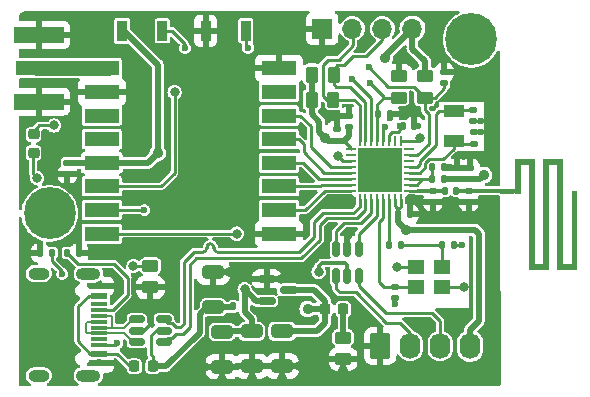
<source format=gbr>
%TF.GenerationSoftware,KiCad,Pcbnew,(6.0.1)*%
%TF.CreationDate,2023-03-02T19:10:53-05:00*%
%TF.ProjectId,PCBFiles_Gateway,50434246-696c-4657-935f-476174657761,rev?*%
%TF.SameCoordinates,Original*%
%TF.FileFunction,Copper,L1,Top*%
%TF.FilePolarity,Positive*%
%FSLAX46Y46*%
G04 Gerber Fmt 4.6, Leading zero omitted, Abs format (unit mm)*
G04 Created by KiCad (PCBNEW (6.0.1)) date 2023-03-02 19:10:53*
%MOMM*%
%LPD*%
G01*
G04 APERTURE LIST*
G04 Aperture macros list*
%AMRoundRect*
0 Rectangle with rounded corners*
0 $1 Rounding radius*
0 $2 $3 $4 $5 $6 $7 $8 $9 X,Y pos of 4 corners*
0 Add a 4 corners polygon primitive as box body*
4,1,4,$2,$3,$4,$5,$6,$7,$8,$9,$2,$3,0*
0 Add four circle primitives for the rounded corners*
1,1,$1+$1,$2,$3*
1,1,$1+$1,$4,$5*
1,1,$1+$1,$6,$7*
1,1,$1+$1,$8,$9*
0 Add four rect primitives between the rounded corners*
20,1,$1+$1,$2,$3,$4,$5,0*
20,1,$1+$1,$4,$5,$6,$7,0*
20,1,$1+$1,$6,$7,$8,$9,0*
20,1,$1+$1,$8,$9,$2,$3,0*%
G04 Aperture macros list end*
%TA.AperFunction,EtchedComponent*%
%ADD10C,0.001000*%
%TD*%
%TA.AperFunction,SMDPad,CuDef*%
%ADD11RoundRect,0.225000X0.250000X-0.225000X0.250000X0.225000X-0.250000X0.225000X-0.250000X-0.225000X0*%
%TD*%
%TA.AperFunction,SMDPad,CuDef*%
%ADD12RoundRect,0.250000X-0.650000X0.325000X-0.650000X-0.325000X0.650000X-0.325000X0.650000X0.325000X0*%
%TD*%
%TA.AperFunction,SMDPad,CuDef*%
%ADD13RoundRect,0.140000X-0.170000X0.140000X-0.170000X-0.140000X0.170000X-0.140000X0.170000X0.140000X0*%
%TD*%
%TA.AperFunction,SMDPad,CuDef*%
%ADD14R,3.000000X1.300000*%
%TD*%
%TA.AperFunction,SMDPad,CuDef*%
%ADD15RoundRect,0.135000X-0.135000X-0.185000X0.135000X-0.185000X0.135000X0.185000X-0.135000X0.185000X0*%
%TD*%
%TA.AperFunction,SMDPad,CuDef*%
%ADD16R,3.600000X1.270000*%
%TD*%
%TA.AperFunction,SMDPad,CuDef*%
%ADD17R,4.200000X1.350000*%
%TD*%
%TA.AperFunction,SMDPad,CuDef*%
%ADD18RoundRect,0.225000X0.225000X0.250000X-0.225000X0.250000X-0.225000X-0.250000X0.225000X-0.250000X0*%
%TD*%
%TA.AperFunction,ComponentPad*%
%ADD19C,4.400000*%
%TD*%
%TA.AperFunction,SMDPad,CuDef*%
%ADD20R,1.520000X0.400000*%
%TD*%
%TA.AperFunction,SMDPad,CuDef*%
%ADD21RoundRect,0.140000X0.170000X-0.140000X0.170000X0.140000X-0.170000X0.140000X-0.170000X-0.140000X0*%
%TD*%
%TA.AperFunction,SMDPad,CuDef*%
%ADD22RoundRect,0.147500X-0.147500X-0.172500X0.147500X-0.172500X0.147500X0.172500X-0.147500X0.172500X0*%
%TD*%
%TA.AperFunction,SMDPad,CuDef*%
%ADD23RoundRect,0.218750X-0.218750X-0.256250X0.218750X-0.256250X0.218750X0.256250X-0.218750X0.256250X0*%
%TD*%
%TA.AperFunction,ComponentPad*%
%ADD24R,1.700000X1.700000*%
%TD*%
%TA.AperFunction,ComponentPad*%
%ADD25O,1.700000X1.700000*%
%TD*%
%TA.AperFunction,SMDPad,CuDef*%
%ADD26RoundRect,0.140000X-0.140000X-0.170000X0.140000X-0.170000X0.140000X0.170000X-0.140000X0.170000X0*%
%TD*%
%TA.AperFunction,SMDPad,CuDef*%
%ADD27RoundRect,0.062500X0.337500X0.062500X-0.337500X0.062500X-0.337500X-0.062500X0.337500X-0.062500X0*%
%TD*%
%TA.AperFunction,SMDPad,CuDef*%
%ADD28RoundRect,0.062500X0.062500X0.337500X-0.062500X0.337500X-0.062500X-0.337500X0.062500X-0.337500X0*%
%TD*%
%TA.AperFunction,SMDPad,CuDef*%
%ADD29R,3.700000X3.700000*%
%TD*%
%TA.AperFunction,SMDPad,CuDef*%
%ADD30R,0.900000X1.700000*%
%TD*%
%TA.AperFunction,SMDPad,CuDef*%
%ADD31R,1.800000X1.000000*%
%TD*%
%TA.AperFunction,SMDPad,CuDef*%
%ADD32RoundRect,0.150000X-0.587500X-0.150000X0.587500X-0.150000X0.587500X0.150000X-0.587500X0.150000X0*%
%TD*%
%TA.AperFunction,SMDPad,CuDef*%
%ADD33RoundRect,0.150000X-0.512500X-0.150000X0.512500X-0.150000X0.512500X0.150000X-0.512500X0.150000X0*%
%TD*%
%TA.AperFunction,SMDPad,CuDef*%
%ADD34RoundRect,0.150000X-0.150000X0.512500X-0.150000X-0.512500X0.150000X-0.512500X0.150000X0.512500X0*%
%TD*%
%TA.AperFunction,SMDPad,CuDef*%
%ADD35RoundRect,0.250000X-0.450000X0.262500X-0.450000X-0.262500X0.450000X-0.262500X0.450000X0.262500X0*%
%TD*%
%TA.AperFunction,ComponentPad*%
%ADD36RoundRect,0.250000X-0.620000X-0.845000X0.620000X-0.845000X0.620000X0.845000X-0.620000X0.845000X0*%
%TD*%
%TA.AperFunction,ComponentPad*%
%ADD37O,1.740000X2.190000*%
%TD*%
%TA.AperFunction,SMDPad,CuDef*%
%ADD38RoundRect,0.135000X0.135000X0.185000X-0.135000X0.185000X-0.135000X-0.185000X0.135000X-0.185000X0*%
%TD*%
%TA.AperFunction,SMDPad,CuDef*%
%ADD39R,1.400000X1.200000*%
%TD*%
%TA.AperFunction,SMDPad,CuDef*%
%ADD40RoundRect,0.147500X0.147500X0.172500X-0.147500X0.172500X-0.147500X-0.172500X0.147500X-0.172500X0*%
%TD*%
%TA.AperFunction,SMDPad,CuDef*%
%ADD41RoundRect,0.250000X0.650000X-0.325000X0.650000X0.325000X-0.650000X0.325000X-0.650000X-0.325000X0*%
%TD*%
%TA.AperFunction,SMDPad,CuDef*%
%ADD42R,1.450000X0.600000*%
%TD*%
%TA.AperFunction,SMDPad,CuDef*%
%ADD43R,1.450000X0.300000*%
%TD*%
%TA.AperFunction,ComponentPad*%
%ADD44O,2.100000X1.000000*%
%TD*%
%TA.AperFunction,ComponentPad*%
%ADD45O,1.800000X1.000000*%
%TD*%
%TA.AperFunction,SMDPad,CuDef*%
%ADD46RoundRect,0.250000X-0.262500X-0.450000X0.262500X-0.450000X0.262500X0.450000X-0.262500X0.450000X0*%
%TD*%
%TA.AperFunction,ViaPad*%
%ADD47C,0.600000*%
%TD*%
%TA.AperFunction,ViaPad*%
%ADD48C,0.800000*%
%TD*%
%TA.AperFunction,ViaPad*%
%ADD49C,0.900000*%
%TD*%
%TA.AperFunction,Conductor*%
%ADD50C,0.400000*%
%TD*%
%TA.AperFunction,Conductor*%
%ADD51C,0.350000*%
%TD*%
%TA.AperFunction,Conductor*%
%ADD52C,0.500000*%
%TD*%
%TA.AperFunction,Conductor*%
%ADD53C,0.250000*%
%TD*%
%TA.AperFunction,Conductor*%
%ADD54C,0.200000*%
%TD*%
%TA.AperFunction,Conductor*%
%ADD55C,1.300000*%
%TD*%
%TA.AperFunction,Conductor*%
%ADD56C,0.300000*%
%TD*%
G04 APERTURE END LIST*
D10*
%TO.C,AE1*%
X172330000Y-94292500D02*
X172730000Y-94292500D01*
X172730000Y-94292500D02*
X172730000Y-103587500D01*
X172730000Y-103587500D02*
X172330000Y-103587500D01*
X172330000Y-103587500D02*
X172330000Y-94292500D01*
G36*
X172330000Y-94292500D02*
G01*
X172730000Y-94292500D01*
X172730000Y-103587500D01*
X172330000Y-103587500D01*
X172330000Y-94292500D01*
G37*
X171530000Y-103190000D02*
X169930000Y-103190000D01*
X169930000Y-103190000D02*
X169930000Y-103590000D01*
X169930000Y-103590000D02*
X171530000Y-103590000D01*
X171530000Y-103590000D02*
X171530000Y-103190000D01*
G36*
X171530000Y-103190000D02*
G01*
X169930000Y-103190000D01*
X169930000Y-103590000D01*
X171530000Y-103590000D01*
X171530000Y-103190000D01*
G37*
X168730000Y-94290000D02*
X169130000Y-94290000D01*
X169130000Y-94290000D02*
X169130000Y-97190000D01*
X169130000Y-97190000D02*
X168730000Y-97190000D01*
X168730000Y-97190000D02*
X168730000Y-94290000D01*
G36*
X168730000Y-94290000D02*
G01*
X169130000Y-94290000D01*
X169130000Y-97190000D01*
X168730000Y-97190000D01*
X168730000Y-94290000D01*
G37*
X172730000Y-94290000D02*
X171150000Y-94290000D01*
X171150000Y-94290000D02*
X171150000Y-94690000D01*
X171150000Y-94690000D02*
X172730000Y-94690000D01*
X172730000Y-94690000D02*
X172730000Y-94290000D01*
G36*
X172730000Y-94290000D02*
G01*
X171150000Y-94290000D01*
X171150000Y-94690000D01*
X172730000Y-94690000D01*
X172730000Y-94290000D01*
G37*
X173530000Y-96985000D02*
X173930000Y-96985000D01*
X173930000Y-96985000D02*
X173930000Y-103555000D01*
X173930000Y-103555000D02*
X173530000Y-103555000D01*
X173530000Y-103555000D02*
X173530000Y-96985000D01*
G36*
X173530000Y-96985000D02*
G01*
X173930000Y-96985000D01*
X173930000Y-103555000D01*
X173530000Y-103555000D01*
X173530000Y-96985000D01*
G37*
X170330000Y-94290000D02*
X168730000Y-94290000D01*
X168730000Y-94290000D02*
X168730000Y-94690000D01*
X168730000Y-94690000D02*
X170330000Y-94690000D01*
X170330000Y-94690000D02*
X170330000Y-94290000D01*
G36*
X170330000Y-94290000D02*
G01*
X168730000Y-94290000D01*
X168730000Y-94690000D01*
X170330000Y-94690000D01*
X170330000Y-94290000D01*
G37*
X173930000Y-103190000D02*
X172330000Y-103190000D01*
X172330000Y-103190000D02*
X172330000Y-103590000D01*
X172330000Y-103590000D02*
X173930000Y-103590000D01*
X173930000Y-103590000D02*
X173930000Y-103190000D01*
G36*
X173930000Y-103190000D02*
G01*
X172330000Y-103190000D01*
X172330000Y-103590000D01*
X173930000Y-103590000D01*
X173930000Y-103190000D01*
G37*
X171130000Y-94290000D02*
X171530000Y-94290000D01*
X171530000Y-94290000D02*
X171530000Y-103590000D01*
X171530000Y-103590000D02*
X171130000Y-103590000D01*
X171130000Y-103590000D02*
X171130000Y-94290000D01*
G36*
X171130000Y-94290000D02*
G01*
X171530000Y-94290000D01*
X171530000Y-103590000D01*
X171130000Y-103590000D01*
X171130000Y-94290000D01*
G37*
X169930000Y-94290000D02*
X170330000Y-94290000D01*
X170330000Y-94290000D02*
X170330000Y-103585000D01*
X170330000Y-103585000D02*
X169930000Y-103585000D01*
X169930000Y-103585000D02*
X169930000Y-94290000D01*
G36*
X169930000Y-94290000D02*
G01*
X170330000Y-94290000D01*
X170330000Y-103585000D01*
X169930000Y-103585000D01*
X169930000Y-94290000D01*
G37*
%TD*%
D11*
%TO.P,D2,1,K*%
%TO.N,Net-(D2-Pad1)*%
X127980000Y-93775000D03*
%TO.P,D2,2,A*%
%TO.N,GP_LED*%
X127980000Y-92225000D03*
%TD*%
D12*
%TO.P,C4,1*%
%TO.N,+3V3*%
X149020000Y-108885000D03*
%TO.P,C4,2*%
%TO.N,GND*%
X149020000Y-111835000D03*
%TD*%
D13*
%TO.P,C15,1*%
%TO.N,Net-(C15-Pad1)*%
X161780000Y-96980000D03*
%TO.P,C15,2*%
%TO.N,GND*%
X161780000Y-97940000D03*
%TD*%
D14*
%TO.P,U4,1,GND*%
%TO.N,GND*%
X148770000Y-100620000D03*
%TO.P,U4,2,MISO*%
%TO.N,SPI_MISO*%
X148770000Y-98620000D03*
%TO.P,U4,3,MOSI*%
%TO.N,SPI_MOSI*%
X148770000Y-96620000D03*
%TO.P,U4,4,SCK*%
%TO.N,SPI_SCK*%
X148770000Y-94620000D03*
%TO.P,U4,5,NSS*%
%TO.N,SPI_NSS*%
X148770000Y-92620000D03*
%TO.P,U4,6,~{RESET}*%
%TO.N,RESET_RFM9X*%
X148770000Y-90620000D03*
%TO.P,U4,7,DIO5*%
%TO.N,unconnected-(U4-Pad7)*%
X148770000Y-88620000D03*
%TO.P,U4,8,GND*%
%TO.N,GND*%
X148770000Y-86620000D03*
%TO.P,U4,9,ANT*%
%TO.N,/ANT*%
X133770000Y-86620000D03*
%TO.P,U4,10,GND*%
%TO.N,GND*%
X133770000Y-88620000D03*
%TO.P,U4,11,DIO3*%
%TO.N,unconnected-(U4-Pad11)*%
X133770000Y-90620000D03*
%TO.P,U4,12,DIO4*%
%TO.N,unconnected-(U4-Pad12)*%
X133770000Y-92620000D03*
%TO.P,U4,13,VDD*%
%TO.N,+3V3*%
X133770000Y-94620000D03*
%TO.P,U4,14,DIO0*%
%TO.N,DIO0_RFM9X*%
X133770000Y-96620000D03*
%TO.P,U4,15,DIO1*%
%TO.N,DIO1_RFM9X*%
X133770000Y-98620000D03*
%TO.P,U4,16,DIO2*%
%TO.N,DIO2_RFM9X*%
X133770000Y-100620000D03*
%TD*%
D15*
%TO.P,R7,1*%
%TO.N,Net-(R7-Pad1)*%
X158090000Y-101570000D03*
%TO.P,R7,2*%
%TO.N,Net-(C18-Pad1)*%
X159110000Y-101570000D03*
%TD*%
D16*
%TO.P,J2,1,In*%
%TO.N,/ANT*%
X128232500Y-86610000D03*
D17*
%TO.P,J2,2,Ext*%
%TO.N,GND*%
X128432500Y-89435000D03*
X128432500Y-83785000D03*
%TD*%
D18*
%TO.P,D1,1,K*%
%TO.N,Net-(D1-Pad1)*%
X154185000Y-107000000D03*
%TO.P,D1,2,A*%
%TO.N,+3V3*%
X152635000Y-107000000D03*
%TD*%
D19*
%TO.P,H2,1*%
%TO.N,N/C*%
X129350000Y-98910000D03*
%TD*%
D20*
%TO.P,AE1,1,A*%
%TO.N,Net-(C16-Pad1)*%
X168370000Y-96990000D03*
%TD*%
D21*
%TO.P,C6,1*%
%TO.N,+3V3*%
X163810000Y-96020000D03*
%TO.P,C6,2*%
%TO.N,GND*%
X163810000Y-95060000D03*
%TD*%
D22*
%TO.P,L1,1*%
%TO.N,VBUS*%
X144885000Y-106780000D03*
%TO.P,L1,2*%
%TO.N,+5V*%
X145855000Y-106780000D03*
%TD*%
D23*
%TO.P,F1,1*%
%TO.N,Net-(F1-Pad1)*%
X136512500Y-111860000D03*
%TO.P,F1,2*%
%TO.N,VBUS*%
X138087500Y-111860000D03*
%TD*%
D22*
%TO.P,L3,1*%
%TO.N,Net-(C15-Pad1)*%
X162820000Y-96985000D03*
%TO.P,L3,2*%
%TO.N,Net-(C16-Pad1)*%
X163790000Y-96985000D03*
%TD*%
D24*
%TO.P,J4,1,Pin_1*%
%TO.N,GND*%
X152440000Y-83270000D03*
D25*
%TO.P,J4,2,Pin_2*%
%TO.N,I2C_SDA*%
X154980000Y-83270000D03*
%TO.P,J4,3,Pin_3*%
%TO.N,I2C_SCL*%
X157520000Y-83270000D03*
%TO.P,J4,4,Pin_4*%
%TO.N,+3V3*%
X160060000Y-83270000D03*
%TD*%
D26*
%TO.P,C8,1*%
%TO.N,+3V3*%
X159260000Y-91520000D03*
%TO.P,C8,2*%
%TO.N,GND*%
X160220000Y-91520000D03*
%TD*%
D27*
%TO.P,U3,1,LNA_IN*%
%TO.N,Net-(C15-Pad1)*%
X159785000Y-96975000D03*
%TO.P,U3,2,VDD3P3*%
%TO.N,Net-(C7-Pad1)*%
X159785000Y-96475000D03*
%TO.P,U3,3,VDD3P3*%
X159785000Y-95975000D03*
%TO.P,U3,4,XTAL_32K_P*%
%TO.N,Net-(C13-Pad1)*%
X159785000Y-95475000D03*
%TO.P,U3,5,XTAL_32K_N*%
%TO.N,Net-(C14-Pad1)*%
X159785000Y-94975000D03*
%TO.P,U3,6,GPIO2*%
%TO.N,unconnected-(U3-Pad6)*%
X159785000Y-94475000D03*
%TO.P,U3,7,CHIP_EN*%
%TO.N,Net-(C12-Pad1)*%
X159785000Y-93975000D03*
%TO.P,U3,8,GPIO3*%
%TO.N,unconnected-(U3-Pad8)*%
X159785000Y-93475000D03*
D28*
%TO.P,U3,9,MTMS*%
%TO.N,DIO0_RFM9X*%
X159085000Y-92775000D03*
%TO.P,U3,10,MTDI*%
%TO.N,unconnected-(U3-Pad10)*%
X158585000Y-92775000D03*
%TO.P,U3,11,VDD3P3_RTC*%
%TO.N,+3V3*%
X158085000Y-92775000D03*
%TO.P,U3,12,MTCK*%
%TO.N,DIO1_RFM9X*%
X157585000Y-92775000D03*
%TO.P,U3,13,MTDO*%
%TO.N,BUTT_1*%
X157085000Y-92775000D03*
%TO.P,U3,14,GPIO8*%
%TO.N,GP_LED*%
X156585000Y-92775000D03*
%TO.P,U3,15,GPIO9*%
%TO.N,I2C_SCL*%
X156085000Y-92775000D03*
%TO.P,U3,16,GPIO10*%
%TO.N,I2C_SDA*%
X155585000Y-92775000D03*
D27*
%TO.P,U3,17,VDD3P3_CPU*%
%TO.N,+3V3*%
X154885000Y-93475000D03*
%TO.P,U3,18,VDD_SPI*%
%TO.N,unconnected-(U3-Pad18)*%
X154885000Y-93975000D03*
%TO.P,U3,19,SPIHD*%
%TO.N,DIO2_RFM9X*%
X154885000Y-94475000D03*
%TO.P,U3,20,SPIWP*%
%TO.N,RESET_RFM9X*%
X154885000Y-94975000D03*
%TO.P,U3,21,SPICS0*%
%TO.N,SPI_NSS*%
X154885000Y-95475000D03*
%TO.P,U3,22,SPICLK*%
%TO.N,SPI_SCK*%
X154885000Y-95975000D03*
%TO.P,U3,23,SPID*%
%TO.N,SPI_MOSI*%
X154885000Y-96475000D03*
%TO.P,U3,24,SPIQ*%
%TO.N,SPI_MISO*%
X154885000Y-96975000D03*
D28*
%TO.P,U3,25,GPIO18*%
%TO.N,USB_D-*%
X155585000Y-97675000D03*
%TO.P,U3,26,GPIO19*%
%TO.N,USB_D+*%
X156085000Y-97675000D03*
%TO.P,U3,27,U0RXD*%
%TO.N,UART_RX*%
X156585000Y-97675000D03*
%TO.P,U3,28,U0TXD*%
%TO.N,UART_TX*%
X157085000Y-97675000D03*
%TO.P,U3,29,XTAL_N*%
%TO.N,Net-(C17-Pad1)*%
X157585000Y-97675000D03*
%TO.P,U3,30,XTAL_P*%
%TO.N,Net-(R7-Pad1)*%
X158085000Y-97675000D03*
%TO.P,U3,31,VDDA*%
%TO.N,+3V3*%
X158585000Y-97675000D03*
%TO.P,U3,32,VDDA*%
X159085000Y-97675000D03*
D29*
%TO.P,U3,33,GND*%
%TO.N,GND*%
X157335000Y-95225000D03*
%TD*%
D21*
%TO.P,C9,1*%
%TO.N,+3V3*%
X153640000Y-92760000D03*
%TO.P,C9,2*%
%TO.N,GND*%
X153640000Y-91800000D03*
%TD*%
D26*
%TO.P,C19,1*%
%TO.N,BUTT_1*%
X157180000Y-90450000D03*
%TO.P,C19,2*%
%TO.N,GND*%
X158140000Y-90450000D03*
%TD*%
D21*
%TO.P,C11,1*%
%TO.N,+3V3*%
X154700000Y-91630000D03*
%TO.P,C11,2*%
%TO.N,GND*%
X154700000Y-90670000D03*
%TD*%
D26*
%TO.P,C7,1*%
%TO.N,Net-(C7-Pad1)*%
X161750000Y-95020000D03*
%TO.P,C7,2*%
%TO.N,GND*%
X162710000Y-95020000D03*
%TD*%
D12*
%TO.P,C3,1*%
%TO.N,+5V*%
X143950000Y-108925000D03*
%TO.P,C3,2*%
%TO.N,GND*%
X143950000Y-111875000D03*
%TD*%
D30*
%TO.P,SW2,1,1*%
%TO.N,+3V3*%
X135480000Y-83450000D03*
%TO.P,SW2,2,2*%
%TO.N,BUTT_1*%
X138880000Y-83450000D03*
%TD*%
D31*
%TO.P,Y1,1,1*%
%TO.N,Net-(C13-Pad1)*%
X163540000Y-92760000D03*
%TO.P,Y1,2,2*%
%TO.N,Net-(C14-Pad1)*%
X163540000Y-90260000D03*
%TD*%
D15*
%TO.P,R2,1*%
%TO.N,GND*%
X128540000Y-102240000D03*
%TO.P,R2,2*%
%TO.N,Net-(J1-PadB5)*%
X129560000Y-102240000D03*
%TD*%
D13*
%TO.P,C14,1*%
%TO.N,Net-(C14-Pad1)*%
X165210000Y-90130000D03*
%TO.P,C14,2*%
%TO.N,GND*%
X165210000Y-91090000D03*
%TD*%
D19*
%TO.P,H1,1*%
%TO.N,N/C*%
X165050000Y-84160000D03*
%TD*%
D32*
%TO.P,U2,1,GND*%
%TO.N,GND*%
X147712500Y-104440000D03*
%TO.P,U2,2,VI*%
%TO.N,+5V*%
X147712500Y-106340000D03*
%TO.P,U2,3,VO*%
%TO.N,+3V3*%
X149587500Y-105390000D03*
%TD*%
D33*
%TO.P,U1,1,I/O1*%
%TO.N,USB_CONN_D-*%
X136730000Y-107880000D03*
%TO.P,U1,2,GND*%
%TO.N,GND*%
X136730000Y-108830000D03*
%TO.P,U1,3,I/O2*%
%TO.N,USB_CONN_D+*%
X136730000Y-109780000D03*
%TO.P,U1,4,I/O2*%
%TO.N,USB_D+*%
X139005000Y-109780000D03*
%TO.P,U1,5,VBUS*%
%TO.N,VBUS*%
X139005000Y-108830000D03*
%TO.P,U1,6,I/O1*%
%TO.N,USB_D-*%
X139005000Y-107880000D03*
%TD*%
D13*
%TO.P,C17,1*%
%TO.N,Net-(C17-Pad1)*%
X158590000Y-105110000D03*
%TO.P,C17,2*%
%TO.N,GND*%
X158590000Y-106070000D03*
%TD*%
%TO.P,C20,1*%
%TO.N,+3V3*%
X130850000Y-94620000D03*
%TO.P,C20,2*%
%TO.N,GND*%
X130850000Y-95580000D03*
%TD*%
D34*
%TO.P,U5,1,I/O1*%
%TO.N,UART_TX*%
X155510000Y-101942500D03*
%TO.P,U5,2,GND*%
%TO.N,GND*%
X154560000Y-101942500D03*
%TO.P,U5,3,I/O2*%
%TO.N,UART_RX*%
X153610000Y-101942500D03*
%TO.P,U5,4,I/O2*%
%TO.N,UART_CONN_RX*%
X153610000Y-104217500D03*
%TO.P,U5,5,VBUS*%
%TO.N,+5V*%
X154560000Y-104217500D03*
%TO.P,U5,6,I/O1*%
%TO.N,UART_CONN_TX*%
X155510000Y-104217500D03*
%TD*%
D35*
%TO.P,R8,1*%
%TO.N,Net-(D2-Pad1)*%
X137880000Y-103337500D03*
%TO.P,R8,2*%
%TO.N,GND*%
X137880000Y-105162500D03*
%TD*%
D36*
%TO.P,J3,1,Pin_1*%
%TO.N,GND*%
X157330000Y-110130000D03*
D37*
%TO.P,J3,2,Pin_2*%
%TO.N,UART_CONN_RX*%
X159870000Y-110130000D03*
%TO.P,J3,3,Pin_3*%
%TO.N,UART_CONN_TX*%
X162410000Y-110130000D03*
%TO.P,J3,4,Pin_4*%
%TO.N,+3V3*%
X164950000Y-110130000D03*
%TD*%
D38*
%TO.P,R1,1*%
%TO.N,GND*%
X131850000Y-102240000D03*
%TO.P,R1,2*%
%TO.N,Net-(J1-PadA5)*%
X130830000Y-102240000D03*
%TD*%
D21*
%TO.P,C5,1*%
%TO.N,+3V3*%
X164930000Y-96020000D03*
%TO.P,C5,2*%
%TO.N,GND*%
X164930000Y-95060000D03*
%TD*%
%TO.P,C13,1*%
%TO.N,Net-(C13-Pad1)*%
X165240000Y-93000000D03*
%TO.P,C13,2*%
%TO.N,GND*%
X165240000Y-92040000D03*
%TD*%
%TO.P,C12,1*%
%TO.N,Net-(C12-Pad1)*%
X162760000Y-87900000D03*
%TO.P,C12,2*%
%TO.N,GND*%
X162760000Y-86940000D03*
%TD*%
D39*
%TO.P,Y2,1,1*%
%TO.N,Net-(C17-Pad1)*%
X160400000Y-105120000D03*
%TO.P,Y2,2,2*%
%TO.N,GND*%
X162600000Y-105120000D03*
%TO.P,Y2,3,3*%
%TO.N,Net-(C18-Pad1)*%
X162600000Y-103420000D03*
%TO.P,Y2,4,4*%
%TO.N,GND*%
X160400000Y-103420000D03*
%TD*%
D35*
%TO.P,R9,1*%
%TO.N,GND*%
X158890000Y-87277500D03*
%TO.P,R9,2*%
%TO.N,BUTT_1*%
X158890000Y-89102500D03*
%TD*%
D26*
%TO.P,C10,1*%
%TO.N,+3V3*%
X158870000Y-98940000D03*
%TO.P,C10,2*%
%TO.N,GND*%
X159830000Y-98940000D03*
%TD*%
D35*
%TO.P,R3,1*%
%TO.N,Net-(D1-Pad1)*%
X154190000Y-109417500D03*
%TO.P,R3,2*%
%TO.N,GND*%
X154190000Y-111242500D03*
%TD*%
D12*
%TO.P,C2,1*%
%TO.N,+5V*%
X146450000Y-108905000D03*
%TO.P,C2,2*%
%TO.N,GND*%
X146450000Y-111855000D03*
%TD*%
D40*
%TO.P,L2,1*%
%TO.N,+3V3*%
X162725000Y-96020000D03*
%TO.P,L2,2*%
%TO.N,Net-(C7-Pad1)*%
X161755000Y-96020000D03*
%TD*%
D41*
%TO.P,C1,1*%
%TO.N,VBUS*%
X143180000Y-106855000D03*
%TO.P,C1,2*%
%TO.N,GND*%
X143180000Y-103905000D03*
%TD*%
D13*
%TO.P,C16,1*%
%TO.N,Net-(C16-Pad1)*%
X164815000Y-96985000D03*
%TO.P,C16,2*%
%TO.N,GND*%
X164815000Y-97945000D03*
%TD*%
D42*
%TO.P,J1,A1,GND*%
%TO.N,GND*%
X133535000Y-105070000D03*
%TO.P,J1,A4,VBUS*%
%TO.N,Net-(F1-Pad1)*%
X133535000Y-105870000D03*
D43*
%TO.P,J1,A5,CC1*%
%TO.N,Net-(J1-PadA5)*%
X133535000Y-107070000D03*
%TO.P,J1,A6,D+*%
%TO.N,USB_CONN_D+*%
X133535000Y-108070000D03*
%TO.P,J1,A7,D-*%
%TO.N,USB_CONN_D-*%
X133535000Y-108570000D03*
%TO.P,J1,A8,SBU1*%
%TO.N,unconnected-(J1-PadA8)*%
X133535000Y-109570000D03*
D42*
%TO.P,J1,A9,VBUS*%
%TO.N,Net-(F1-Pad1)*%
X133535000Y-110770000D03*
%TO.P,J1,A12,GND*%
%TO.N,GND*%
X133535000Y-111570000D03*
%TO.P,J1,B1,GND*%
X133535000Y-111570000D03*
%TO.P,J1,B4,VBUS*%
%TO.N,Net-(F1-Pad1)*%
X133535000Y-110770000D03*
D43*
%TO.P,J1,B5,CC2*%
%TO.N,Net-(J1-PadB5)*%
X133535000Y-110070000D03*
%TO.P,J1,B6,D+*%
%TO.N,USB_CONN_D+*%
X133535000Y-109070000D03*
%TO.P,J1,B7,D-*%
%TO.N,USB_CONN_D-*%
X133535000Y-107570000D03*
%TO.P,J1,B8,SBU2*%
%TO.N,unconnected-(J1-PadB8)*%
X133535000Y-106570000D03*
D42*
%TO.P,J1,B9,VBUS*%
%TO.N,Net-(F1-Pad1)*%
X133535000Y-105870000D03*
%TO.P,J1,B12,GND*%
%TO.N,GND*%
X133535000Y-105070000D03*
D44*
%TO.P,J1,S1,SHIELD*%
%TO.N,unconnected-(J1-PadS1)*%
X132620000Y-112640000D03*
D45*
X128440000Y-104000000D03*
X128440000Y-112640000D03*
D44*
X132620000Y-104000000D03*
%TD*%
D46*
%TO.P,R6,1*%
%TO.N,+3V3*%
X151557500Y-87160000D03*
%TO.P,R6,2*%
%TO.N,I2C_SCL*%
X153382500Y-87160000D03*
%TD*%
D35*
%TO.P,R4,1*%
%TO.N,+3V3*%
X161110000Y-87287500D03*
%TO.P,R4,2*%
%TO.N,Net-(C12-Pad1)*%
X161110000Y-89112500D03*
%TD*%
D30*
%TO.P,SW1,1,1*%
%TO.N,Net-(C12-Pad1)*%
X145950000Y-83430000D03*
%TO.P,SW1,2,2*%
%TO.N,GND*%
X142550000Y-83430000D03*
%TD*%
D26*
%TO.P,C18,1*%
%TO.N,Net-(C18-Pad1)*%
X162600000Y-101570000D03*
%TO.P,C18,2*%
%TO.N,GND*%
X163560000Y-101570000D03*
%TD*%
D46*
%TO.P,R5,1*%
%TO.N,+3V3*%
X151537500Y-89280000D03*
%TO.P,R5,2*%
%TO.N,I2C_SDA*%
X153362500Y-89280000D03*
%TD*%
D47*
%TO.N,GND*%
X161780000Y-98480000D03*
X167110000Y-106700000D03*
X136920000Y-87210000D03*
X142210000Y-86880000D03*
X167020000Y-86910000D03*
D48*
X146460000Y-112860000D03*
D47*
X160570000Y-91530000D03*
D48*
X143950000Y-112890000D03*
D47*
X160380000Y-98940000D03*
X164820000Y-98540000D03*
X140040000Y-97550000D03*
X167080000Y-103150000D03*
X145240000Y-95520000D03*
X145340000Y-87020000D03*
X167070000Y-97960000D03*
X165850000Y-92040000D03*
D48*
X143200000Y-105190000D03*
D47*
X167050000Y-88100000D03*
D48*
X158720000Y-103420000D03*
D47*
X141250000Y-99790000D03*
D48*
X150420000Y-111840000D03*
X149030000Y-112830000D03*
D47*
X166060000Y-97920000D03*
X167090000Y-100060000D03*
X144050000Y-88690000D03*
X163290000Y-99000000D03*
X134570000Y-111570000D03*
X164930000Y-94740000D03*
X153640000Y-91230000D03*
X167060000Y-91540000D03*
X167050000Y-90450000D03*
X165840000Y-91080000D03*
X136920000Y-89230000D03*
X163820000Y-94740000D03*
X132540000Y-102250000D03*
X143080000Y-90350000D03*
X141670000Y-88680000D03*
X149510000Y-82710000D03*
X167070000Y-101140000D03*
X158590000Y-106600000D03*
D48*
X142530000Y-111880000D03*
D47*
X167080000Y-93830000D03*
X156340000Y-94100000D03*
X136760000Y-92710000D03*
X157750000Y-95190000D03*
X156340000Y-95260000D03*
X143580000Y-97490000D03*
X167150000Y-111520000D03*
D48*
X144570000Y-103910000D03*
D47*
X167080000Y-102110000D03*
X127790000Y-102250000D03*
X164240000Y-101580000D03*
D48*
X154570000Y-100700000D03*
D47*
X137150000Y-101244500D03*
X134630000Y-105070000D03*
X162760000Y-86310000D03*
X167100000Y-109100000D03*
X157710000Y-96370000D03*
X167030000Y-89340000D03*
D48*
X148940000Y-104440000D03*
D47*
X157760000Y-94120000D03*
X139850000Y-101740000D03*
X154700000Y-90170000D03*
X158140000Y-90800000D03*
X167120000Y-110350000D03*
X167090000Y-92710000D03*
X132530000Y-83270000D03*
X167070000Y-107960000D03*
D48*
X137860000Y-106970000D03*
D47*
X167090000Y-104270000D03*
D48*
X164450000Y-105120000D03*
D47*
X130850000Y-96544500D03*
X167070000Y-94940000D03*
X158900000Y-86680000D03*
X141740000Y-95210000D03*
X165630000Y-88090000D03*
X167110000Y-105380000D03*
X144730000Y-99600000D03*
D48*
X154190000Y-112170000D03*
D47*
X167090000Y-98960000D03*
X167140000Y-112720000D03*
X156300000Y-96380000D03*
D49*
%TO.N,+3V3*%
X138490000Y-93820000D03*
X166130000Y-95670000D03*
X151190000Y-107000000D03*
X152690000Y-92530000D03*
X157720000Y-85770000D03*
D47*
X158970000Y-91520000D03*
D49*
X159550000Y-100290000D03*
D47*
%TO.N,Net-(C12-Pad1)*%
X156360000Y-86520000D03*
X146150000Y-84900000D03*
%TO.N,BUTT_1*%
X156450000Y-87850000D03*
X140790000Y-84900000D03*
D48*
%TO.N,Net-(D2-Pad1)*%
X136440000Y-103370000D03*
X128290000Y-95920000D03*
%TO.N,GP_LED*%
X129720000Y-91460000D03*
D47*
X154960000Y-87540000D03*
%TO.N,Net-(J1-PadB5)*%
X135090000Y-109890000D03*
X130410000Y-104020000D03*
D48*
%TO.N,DIO0_RFM9X*%
X160700000Y-92550000D03*
X139920000Y-88630000D03*
D47*
%TO.N,DIO1_RFM9X*%
X137370000Y-98620000D03*
X157760000Y-91620000D03*
D48*
%TO.N,DIO2_RFM9X*%
X153780000Y-94080000D03*
X145200000Y-100620000D03*
%TO.N,+5V*%
X145850000Y-105340000D03*
X152120000Y-103860000D03*
%TD*%
D50*
%TO.N,Net-(C16-Pad1)*%
X167540000Y-96990000D02*
X168480000Y-96990000D01*
D51*
X164815000Y-96985000D02*
X167425000Y-96985000D01*
X163790000Y-96985000D02*
X164815000Y-96985000D01*
D52*
%TO.N,VBUS*%
X142625000Y-106855000D02*
X143180000Y-106855000D01*
D53*
X138310000Y-108830000D02*
X137910000Y-109230000D01*
D52*
X142050000Y-109000000D02*
X142050000Y-107430000D01*
X143180000Y-106855000D02*
X144810000Y-106855000D01*
X144810000Y-106855000D02*
X144885000Y-106780000D01*
D53*
X138110000Y-111837500D02*
X138087500Y-111860000D01*
D52*
X139190000Y-111860000D02*
X142050000Y-109000000D01*
D53*
X138110000Y-111050000D02*
X138110000Y-111837500D01*
D52*
X138087500Y-111860000D02*
X139190000Y-111860000D01*
D53*
X137910000Y-109230000D02*
X137910000Y-110850000D01*
X139005000Y-108830000D02*
X138310000Y-108830000D01*
D52*
X142050000Y-107430000D02*
X142625000Y-106855000D01*
D53*
X137910000Y-110850000D02*
X138110000Y-111050000D01*
%TO.N,GND*%
X165240000Y-92040000D02*
X165850000Y-92040000D01*
X165830000Y-91090000D02*
X165840000Y-91080000D01*
X136730000Y-108830000D02*
X137280000Y-108830000D01*
X137860000Y-106970000D02*
X137860000Y-108250000D01*
X164230000Y-101570000D02*
X164240000Y-101580000D01*
X165210000Y-91090000D02*
X165830000Y-91090000D01*
X158720000Y-103420000D02*
X160400000Y-103420000D01*
X163560000Y-101570000D02*
X164230000Y-101570000D01*
X158590000Y-106570000D02*
X158590000Y-106070000D01*
X164450000Y-105120000D02*
X162600000Y-105120000D01*
X154190000Y-112170000D02*
X154190000Y-111242500D01*
X137280000Y-108830000D02*
X137860000Y-108250000D01*
%TO.N,+3V3*%
X158839520Y-92000480D02*
X158970000Y-91870000D01*
D52*
X165670000Y-100620000D02*
X165340000Y-100290000D01*
X164950000Y-108740000D02*
X165670000Y-108020000D01*
X137690000Y-94620000D02*
X138490000Y-93820000D01*
D53*
X158085000Y-92256961D02*
X158341481Y-92000480D01*
D52*
X160060000Y-83270000D02*
X160060000Y-84960000D01*
X151720000Y-105390000D02*
X149587500Y-105390000D01*
X161110000Y-86010000D02*
X161110000Y-87287500D01*
X165800000Y-96020000D02*
X164930000Y-96020000D01*
X154290000Y-92760000D02*
X154700000Y-92350000D01*
X153640000Y-92760000D02*
X154290000Y-92760000D01*
X158870000Y-99610000D02*
X158870000Y-98940000D01*
D53*
X159090000Y-98340000D02*
X158870000Y-98560000D01*
D52*
X152635000Y-106305000D02*
X151720000Y-105390000D01*
X154700000Y-92350000D02*
X154700000Y-91630000D01*
X134270000Y-94620000D02*
X137690000Y-94620000D01*
X152920000Y-92760000D02*
X153640000Y-92760000D01*
X151945000Y-108885000D02*
X152635000Y-108195000D01*
X164950000Y-110130000D02*
X164950000Y-108740000D01*
X152690000Y-92530000D02*
X152160000Y-92000000D01*
X152690000Y-92530000D02*
X152920000Y-92760000D01*
D53*
X154885000Y-93355000D02*
X154290000Y-92760000D01*
D52*
X151527500Y-90497500D02*
X151527500Y-88920000D01*
X138490000Y-86320000D02*
X135620000Y-83450000D01*
D53*
X158085000Y-92775000D02*
X158085000Y-92256961D01*
D52*
X138490000Y-93820000D02*
X138490000Y-86320000D01*
X151190000Y-107000000D02*
X152635000Y-107000000D01*
D53*
X159090000Y-97680000D02*
X159090000Y-98340000D01*
D52*
X149020000Y-108885000D02*
X151945000Y-108885000D01*
D53*
X158585000Y-97675000D02*
X158585000Y-98275000D01*
X158870000Y-98560000D02*
X158870000Y-98940000D01*
D52*
X152160000Y-92000000D02*
X152160000Y-91130000D01*
X130850000Y-94620000D02*
X134270000Y-94620000D01*
X157720000Y-85610000D02*
X157720000Y-85770000D01*
D53*
X158970000Y-91870000D02*
X158970000Y-91520000D01*
D52*
X165340000Y-100290000D02*
X159550000Y-100290000D01*
D53*
X158585000Y-98275000D02*
X158870000Y-98560000D01*
D52*
X151537500Y-87180000D02*
X151557500Y-87160000D01*
X165670000Y-108020000D02*
X165670000Y-100620000D01*
X163810000Y-96020000D02*
X164930000Y-96020000D01*
D53*
X158341481Y-92000480D02*
X158839520Y-92000480D01*
X154885000Y-93475000D02*
X154885000Y-93355000D01*
D52*
X151537500Y-89280000D02*
X151537500Y-87180000D01*
X152160000Y-91130000D02*
X151527500Y-90497500D01*
X165800000Y-96020000D02*
X166130000Y-95690000D01*
X152635000Y-107000000D02*
X152635000Y-106305000D01*
X166130000Y-95690000D02*
X166130000Y-95670000D01*
X135620000Y-83450000D02*
X135480000Y-83450000D01*
X160060000Y-84960000D02*
X161110000Y-86010000D01*
X152635000Y-108195000D02*
X152635000Y-107000000D01*
X160060000Y-83270000D02*
X157720000Y-85610000D01*
X162725000Y-96020000D02*
X163810000Y-96020000D01*
X159550000Y-100290000D02*
X158870000Y-99610000D01*
D53*
%TO.N,Net-(C7-Pad1)*%
X161755000Y-96020000D02*
X160880000Y-96020000D01*
X161710000Y-95975000D02*
X161755000Y-96020000D01*
X161755000Y-96020000D02*
X161755000Y-95025000D01*
X159785000Y-95975000D02*
X161710000Y-95975000D01*
X161755000Y-95025000D02*
X161750000Y-95020000D01*
X160880000Y-96020000D02*
X160425000Y-96475000D01*
X160425000Y-96475000D02*
X159785000Y-96475000D01*
%TO.N,Net-(C12-Pad1)*%
X160162020Y-88164520D02*
X158004520Y-88164520D01*
X145950000Y-84700000D02*
X146150000Y-84900000D01*
X161430000Y-90460000D02*
X161110000Y-90140000D01*
X161937500Y-89112500D02*
X162760000Y-88290000D01*
X162760000Y-88290000D02*
X162760000Y-87900000D01*
X161110000Y-90140000D02*
X161110000Y-89112500D01*
X145950000Y-83430000D02*
X145950000Y-84700000D01*
X158004520Y-88164520D02*
X156360000Y-86520000D01*
X159785000Y-93975000D02*
X160485000Y-93975000D01*
X161430000Y-93030000D02*
X161430000Y-90460000D01*
X161110000Y-89112500D02*
X161937500Y-89112500D01*
X160485000Y-93975000D02*
X161430000Y-93030000D01*
X161110000Y-89112500D02*
X160162020Y-88164520D01*
%TO.N,Net-(C13-Pad1)*%
X161145480Y-94657590D02*
X161463070Y-94340000D01*
X159785000Y-95475000D02*
X160665000Y-95475000D01*
X161145480Y-94994520D02*
X161145480Y-94657590D01*
X162640000Y-94340000D02*
X163540000Y-93440000D01*
X165240000Y-93000000D02*
X163780000Y-93000000D01*
X163780000Y-93000000D02*
X163540000Y-92760000D01*
X160665000Y-95475000D02*
X161145480Y-94994520D01*
X163540000Y-93440000D02*
X163540000Y-92760000D01*
X161463070Y-94340000D02*
X162640000Y-94340000D01*
%TO.N,Net-(C14-Pad1)*%
X163670000Y-90130000D02*
X163540000Y-90260000D01*
X162020000Y-93120000D02*
X162020000Y-90530000D01*
X160695969Y-94729511D02*
X160695970Y-94444030D01*
X165210000Y-90130000D02*
X163670000Y-90130000D01*
X160450480Y-94975000D02*
X160695969Y-94729511D01*
X162020000Y-90530000D02*
X162290000Y-90260000D01*
X160695970Y-94444030D02*
X162020000Y-93120000D01*
X159785000Y-94975000D02*
X160450480Y-94975000D01*
X162290000Y-90260000D02*
X163540000Y-90260000D01*
D51*
%TO.N,Net-(C15-Pad1)*%
X161780000Y-96980000D02*
X162815000Y-96980000D01*
D53*
X160495000Y-96975000D02*
X160500000Y-96980000D01*
D51*
X161780000Y-96980000D02*
X160500000Y-96980000D01*
D53*
X159785000Y-96975000D02*
X160495000Y-96975000D01*
X162815000Y-96980000D02*
X162820000Y-96985000D01*
%TO.N,Net-(C17-Pad1)*%
X157660000Y-105120000D02*
X157230000Y-104690000D01*
X157230000Y-99650000D02*
X157585000Y-99295000D01*
X157230000Y-104690000D02*
X157230000Y-99650000D01*
X157585000Y-99295000D02*
X157585000Y-97675000D01*
X160400000Y-105120000D02*
X158440000Y-105120000D01*
X158440000Y-105120000D02*
X157660000Y-105120000D01*
%TO.N,Net-(C18-Pad1)*%
X162600000Y-101570000D02*
X159110000Y-101570000D01*
X162600000Y-103420000D02*
X162600000Y-101570000D01*
%TO.N,BUTT_1*%
X157085000Y-92775000D02*
X157085000Y-90875000D01*
X139700000Y-83450000D02*
X138880000Y-83450000D01*
X157627500Y-89027500D02*
X156450000Y-87850000D01*
X157090000Y-90870000D02*
X157090000Y-89640000D01*
X157090000Y-89640000D02*
X157627500Y-89102500D01*
X140790000Y-84540000D02*
X139700000Y-83450000D01*
X140790000Y-84900000D02*
X140790000Y-84540000D01*
X157627500Y-89102500D02*
X158890000Y-89102500D01*
X157085000Y-90875000D02*
X157090000Y-90870000D01*
X157627500Y-89102500D02*
X157627500Y-89027500D01*
D52*
%TO.N,Net-(D1-Pad1)*%
X154185000Y-107000000D02*
X154185000Y-109412500D01*
D53*
X154185000Y-109412500D02*
X154190000Y-109417500D01*
%TO.N,Net-(D2-Pad1)*%
X136440000Y-103370000D02*
X137847500Y-103370000D01*
X127980000Y-93775000D02*
X127960000Y-93795000D01*
X137847500Y-103370000D02*
X137880000Y-103337500D01*
X127960000Y-95590000D02*
X128290000Y-95920000D01*
X127960000Y-93795000D02*
X127960000Y-95590000D01*
%TO.N,GP_LED*%
X156575480Y-89155480D02*
X154960000Y-87540000D01*
X127980000Y-92225000D02*
X127980000Y-91950000D01*
X128470000Y-91460000D02*
X129720000Y-91460000D01*
X156575480Y-92765480D02*
X156575480Y-89155480D01*
X156585000Y-92775000D02*
X156575480Y-92765480D01*
X127980000Y-91950000D02*
X128470000Y-91460000D01*
%TO.N,Net-(F1-Pad1)*%
X131770000Y-109740000D02*
X131770000Y-106760000D01*
X132660000Y-105870000D02*
X133535000Y-105870000D01*
X133535000Y-110770000D02*
X132800000Y-110770000D01*
X133535000Y-110770000D02*
X135070000Y-110770000D01*
X132800000Y-110770000D02*
X131770000Y-109740000D01*
X135070000Y-110770000D02*
X136160000Y-111860000D01*
X136160000Y-111860000D02*
X136512500Y-111860000D01*
X131770000Y-106760000D02*
X132660000Y-105870000D01*
%TO.N,Net-(J1-PadA5)*%
X133535000Y-107070000D02*
X134730000Y-107070000D01*
X135950000Y-105850000D02*
X135950000Y-104350000D01*
X135950000Y-104350000D02*
X134775480Y-103175480D01*
X131765480Y-103175480D02*
X130830000Y-102240000D01*
X134730000Y-107070000D02*
X135950000Y-105850000D01*
X134775480Y-103175480D02*
X131765480Y-103175480D01*
D54*
%TO.N,USB_CONN_D+*%
X132440000Y-108960000D02*
X132550000Y-109070000D01*
X135671783Y-109070000D02*
X133535000Y-109070000D01*
X133535000Y-108070000D02*
X132560978Y-108070000D01*
X132440000Y-108190978D02*
X132440000Y-108960000D01*
X132550000Y-109070000D02*
X133535000Y-109070000D01*
X136730000Y-109780000D02*
X136381783Y-109780000D01*
X136381783Y-109780000D02*
X135671783Y-109070000D01*
X132560978Y-108070000D02*
X132440000Y-108190978D01*
%TO.N,USB_CONN_D-*%
X133545000Y-108580000D02*
X134610000Y-108580000D01*
X133535000Y-107570000D02*
X134509022Y-107570000D01*
X135681783Y-108580000D02*
X136381783Y-107880000D01*
X134610000Y-108580000D02*
X135681783Y-108580000D01*
X136381783Y-107880000D02*
X136730000Y-107880000D01*
X134610000Y-107670978D02*
X134610000Y-108580000D01*
X133535000Y-108570000D02*
X133545000Y-108580000D01*
X134509022Y-107570000D02*
X134610000Y-107670978D01*
D53*
%TO.N,Net-(J1-PadB5)*%
X133535000Y-110070000D02*
X134910000Y-110070000D01*
X134910000Y-110070000D02*
X135090000Y-109890000D01*
X129560000Y-102970000D02*
X129560000Y-102240000D01*
X130410000Y-103820000D02*
X129560000Y-102970000D01*
X130410000Y-104020000D02*
X130410000Y-103820000D01*
%TO.N,/ANT*%
X134270000Y-86620000D02*
X134260000Y-86610000D01*
D55*
X134260000Y-86610000D02*
X128232500Y-86610000D01*
D53*
%TO.N,I2C_SDA*%
X153830000Y-85880000D02*
X155040000Y-84670000D01*
X152480000Y-88950000D02*
X152480000Y-86340000D01*
X155580000Y-92770000D02*
X155580000Y-89740000D01*
X155120000Y-89280000D02*
X153362500Y-89280000D01*
X152940000Y-85880000D02*
X153830000Y-85880000D01*
X152810000Y-89280000D02*
X152480000Y-88950000D01*
X155580000Y-89740000D02*
X155120000Y-89280000D01*
X153362500Y-89280000D02*
X152810000Y-89280000D01*
X155585000Y-92775000D02*
X155580000Y-92770000D01*
X152480000Y-86340000D02*
X152940000Y-85880000D01*
X155040000Y-84670000D02*
X155040000Y-84070000D01*
%TO.N,I2C_SCL*%
X154300000Y-86350000D02*
X155030000Y-85620000D01*
X154800000Y-88210000D02*
X153620000Y-88210000D01*
X153700000Y-86350000D02*
X154300000Y-86350000D01*
X153620000Y-88210000D02*
X153382500Y-87972500D01*
X157520000Y-84250000D02*
X157520000Y-83270000D01*
X156085000Y-89495000D02*
X154800000Y-88210000D01*
X153382500Y-87160000D02*
X153382500Y-86667500D01*
X156150000Y-85620000D02*
X157520000Y-84250000D01*
X155030000Y-85620000D02*
X156150000Y-85620000D01*
X153382500Y-86667500D02*
X153700000Y-86350000D01*
X153382500Y-87972500D02*
X153382500Y-87160000D01*
X156085000Y-92775000D02*
X156085000Y-89495000D01*
%TO.N,Net-(R7-Pad1)*%
X158085000Y-101565000D02*
X158090000Y-101570000D01*
X158085000Y-97675000D02*
X158085000Y-101565000D01*
%TO.N,USB_D+*%
X141255000Y-108483910D02*
X141255000Y-103243910D01*
X139330480Y-109454520D02*
X139714052Y-109454520D01*
X141255000Y-103243910D02*
X141773910Y-102725000D01*
X152788421Y-99310489D02*
X155392878Y-99310489D01*
X141773910Y-102725000D02*
X150663910Y-102725000D01*
X140063572Y-109105000D02*
X140633910Y-109105000D01*
X156085000Y-98618367D02*
X156085000Y-97675000D01*
X139714052Y-109454520D02*
X140063572Y-109105000D01*
X139005000Y-109780000D02*
X139330480Y-109454520D01*
X140633910Y-109105000D02*
X141255000Y-108483910D01*
X152235000Y-101153910D02*
X152235000Y-99863910D01*
X155392878Y-99310489D02*
X156085000Y-98618367D01*
X152235000Y-99863910D02*
X152788421Y-99310489D01*
X150663910Y-102725000D02*
X152235000Y-101153910D01*
%TO.N,USB_D-*%
X143545000Y-102175000D02*
X144508843Y-102175000D01*
X139005000Y-107880000D02*
X139330480Y-108205480D01*
X140063572Y-108555000D02*
X140406090Y-108555000D01*
X141546090Y-102175000D02*
X142345000Y-102175000D01*
X144508843Y-102175000D02*
X150436090Y-102175000D01*
X143245000Y-101772196D02*
X143245000Y-101875000D01*
X150436090Y-102175000D02*
X151685000Y-100926090D01*
X151685000Y-100926090D02*
X151685000Y-99636090D01*
X140406090Y-108555000D02*
X140705000Y-108256090D01*
X152466090Y-98855000D02*
X155070547Y-98855000D01*
X140705000Y-103016090D02*
X141546090Y-102175000D01*
X155070547Y-98855000D02*
X155585000Y-98340547D01*
X139714052Y-108205480D02*
X140063572Y-108555000D01*
X140705000Y-108256090D02*
X140705000Y-103016090D01*
X142645000Y-101875000D02*
X142645000Y-101772196D01*
X139330480Y-108205480D02*
X139714052Y-108205480D01*
X155585000Y-98340547D02*
X155585000Y-97675000D01*
X151685000Y-99636090D02*
X152466090Y-98855000D01*
X143545000Y-102175000D02*
G75*
G02*
X143245000Y-101875000I0J300000D01*
G01*
X142645000Y-101875000D02*
G75*
G02*
X142345000Y-102175000I-300000J0D01*
G01*
X143245000Y-101772196D02*
G75*
G03*
X142945000Y-101472196I-300000J0D01*
G01*
X142945000Y-101472196D02*
G75*
G03*
X142645000Y-101772196I0J-300000D01*
G01*
%TO.N,DIO0_RFM9X*%
X159085000Y-92775000D02*
X160475000Y-92775000D01*
X134270000Y-96620000D02*
X138760000Y-96620000D01*
X160475000Y-92775000D02*
X160700000Y-92550000D01*
X138760000Y-96620000D02*
X139920000Y-95460000D01*
X139920000Y-95460000D02*
X139920000Y-88630000D01*
%TO.N,DIO1_RFM9X*%
X157585000Y-91795000D02*
X157760000Y-91620000D01*
X157585000Y-92775000D02*
X157585000Y-91795000D01*
X137370000Y-98620000D02*
X134270000Y-98620000D01*
%TO.N,RESET_RFM9X*%
X153175000Y-94975000D02*
X151480000Y-93280000D01*
X150560000Y-90620000D02*
X148270000Y-90620000D01*
X154885000Y-94975000D02*
X153175000Y-94975000D01*
X151480000Y-93280000D02*
X151480000Y-91540000D01*
X151480000Y-91540000D02*
X150560000Y-90620000D01*
%TO.N,DIO2_RFM9X*%
X153780000Y-94080000D02*
X154175000Y-94475000D01*
X154175000Y-94475000D02*
X154885000Y-94475000D01*
X134270000Y-100620000D02*
X145200000Y-100620000D01*
%TO.N,SPI_NSS*%
X152605000Y-95475000D02*
X150850000Y-93720000D01*
X150430000Y-92620000D02*
X148270000Y-92620000D01*
X150850000Y-93040000D02*
X150430000Y-92620000D01*
X150850000Y-93720000D02*
X150850000Y-93040000D01*
X154885000Y-95475000D02*
X152605000Y-95475000D01*
%TO.N,SPI_SCK*%
X148270000Y-94620000D02*
X150780000Y-94620000D01*
X152135000Y-95975000D02*
X154885000Y-95975000D01*
X150780000Y-94620000D02*
X152135000Y-95975000D01*
%TO.N,SPI_MOSI*%
X152240000Y-96620000D02*
X152385000Y-96475000D01*
X148270000Y-96620000D02*
X152240000Y-96620000D01*
X152385000Y-96475000D02*
X154885000Y-96475000D01*
%TO.N,SPI_MISO*%
X148270000Y-98620000D02*
X150990000Y-98620000D01*
X150990000Y-98620000D02*
X152635000Y-96975000D01*
X152635000Y-96975000D02*
X154885000Y-96975000D01*
%TO.N,UART_RX*%
X155720000Y-99760000D02*
X156585000Y-98895000D01*
X153610000Y-100420000D02*
X154270000Y-99760000D01*
X156585000Y-98895000D02*
X156585000Y-97675000D01*
X154270000Y-99760000D02*
X155720000Y-99760000D01*
X153610000Y-100420000D02*
X153610000Y-101942500D01*
%TO.N,UART_TX*%
X157085000Y-97675000D02*
X157085000Y-99095000D01*
X155510000Y-100670000D02*
X155510000Y-101942500D01*
X157085000Y-99095000D02*
X155510000Y-100670000D01*
%TO.N,UART_CONN_RX*%
X153610000Y-105310000D02*
X153900000Y-105600000D01*
X153610000Y-104217500D02*
X153610000Y-105310000D01*
X153900000Y-105600000D02*
X155290000Y-105600000D01*
X155290000Y-105600000D02*
X157860000Y-108170000D01*
X157860000Y-108170000D02*
X159040000Y-108170000D01*
X159870000Y-109000000D02*
X159870000Y-110130000D01*
X159040000Y-108170000D02*
X159870000Y-109000000D01*
%TO.N,UART_CONN_TX*%
X161760000Y-107370000D02*
X162410000Y-108020000D01*
X157850000Y-107370000D02*
X155510000Y-105030000D01*
X155510000Y-105030000D02*
X155510000Y-104217500D01*
X162410000Y-108020000D02*
X162410000Y-110130000D01*
X161760000Y-107370000D02*
X157850000Y-107370000D01*
D52*
%TO.N,+5V*%
X143970000Y-108905000D02*
X143950000Y-108925000D01*
D56*
X152120000Y-103860000D02*
X152120000Y-103350000D01*
D52*
X146850000Y-106340000D02*
X147712500Y-106340000D01*
D56*
X154390000Y-103080000D02*
X154560000Y-103250000D01*
D52*
X145850000Y-105340000D02*
X145850000Y-106775000D01*
X145855000Y-106780000D02*
X145855000Y-107245000D01*
X146450000Y-107840000D02*
X146450000Y-108905000D01*
D56*
X152390000Y-103080000D02*
X154390000Y-103080000D01*
D52*
X145850000Y-105340000D02*
X146850000Y-106340000D01*
D56*
X154560000Y-103250000D02*
X154560000Y-104217500D01*
D52*
X145855000Y-107245000D02*
X146450000Y-107840000D01*
X146450000Y-108905000D02*
X143970000Y-108905000D01*
X145850000Y-106775000D02*
X145855000Y-106780000D01*
D56*
X152120000Y-103350000D02*
X152390000Y-103080000D01*
%TD*%
%TA.AperFunction,Conductor*%
%TO.N,GND*%
G36*
X151313414Y-81780002D02*
G01*
X151359907Y-81833658D01*
X151370011Y-81903932D01*
X151340517Y-81968512D01*
X151320858Y-81986827D01*
X151234272Y-82051719D01*
X151221715Y-82064276D01*
X151145214Y-82166351D01*
X151136676Y-82181946D01*
X151091522Y-82302394D01*
X151087895Y-82317649D01*
X151082369Y-82368514D01*
X151082000Y-82375328D01*
X151082000Y-82997885D01*
X151086475Y-83013124D01*
X151087865Y-83014329D01*
X151095548Y-83016000D01*
X152568000Y-83016000D01*
X152636121Y-83036002D01*
X152682614Y-83089658D01*
X152694000Y-83142000D01*
X152694000Y-84609884D01*
X152698475Y-84625123D01*
X152699865Y-84626328D01*
X152707548Y-84627999D01*
X153334669Y-84627999D01*
X153341490Y-84627629D01*
X153392352Y-84622105D01*
X153407604Y-84618479D01*
X153528054Y-84573324D01*
X153543649Y-84564786D01*
X153645724Y-84488285D01*
X153658285Y-84475724D01*
X153734786Y-84373649D01*
X153743324Y-84358054D01*
X153788478Y-84237606D01*
X153792105Y-84222351D01*
X153797631Y-84171486D01*
X153798000Y-84164672D01*
X153798000Y-83789192D01*
X153818002Y-83721071D01*
X153871658Y-83674578D01*
X153941932Y-83664474D01*
X154006512Y-83693968D01*
X154036067Y-83731598D01*
X154092712Y-83841818D01*
X154220677Y-84003270D01*
X154225370Y-84007264D01*
X154225371Y-84007265D01*
X154354552Y-84117206D01*
X154377564Y-84136791D01*
X154382942Y-84139797D01*
X154382944Y-84139798D01*
X154426308Y-84164033D01*
X154557398Y-84237297D01*
X154627438Y-84260054D01*
X154686042Y-84300128D01*
X154713679Y-84365525D01*
X154714500Y-84379887D01*
X154714500Y-84482983D01*
X154694498Y-84551104D01*
X154677600Y-84572073D01*
X153732078Y-85517596D01*
X153669767Y-85551620D01*
X153642984Y-85554500D01*
X152959713Y-85554500D01*
X152948732Y-85554021D01*
X152922170Y-85551697D01*
X152922168Y-85551697D01*
X152911193Y-85550737D01*
X152874783Y-85560492D01*
X152864076Y-85562866D01*
X152826955Y-85569412D01*
X152817411Y-85574922D01*
X152814135Y-85576114D01*
X152810964Y-85577593D01*
X152800316Y-85580446D01*
X152791287Y-85586768D01*
X152769449Y-85602059D01*
X152760179Y-85607964D01*
X152737092Y-85621293D01*
X152737088Y-85621296D01*
X152727545Y-85626806D01*
X152709349Y-85648491D01*
X152703325Y-85655670D01*
X152695900Y-85663773D01*
X152263778Y-86095896D01*
X152255674Y-86103322D01*
X152226806Y-86127545D01*
X152221293Y-86137094D01*
X152207961Y-86160185D01*
X152202055Y-86169456D01*
X152180447Y-86200315D01*
X152178902Y-86199233D01*
X152140835Y-86242468D01*
X152072558Y-86261930D01*
X152029327Y-86253916D01*
X151935978Y-86218922D01*
X151935976Y-86218921D01*
X151928580Y-86216149D01*
X151920730Y-86215296D01*
X151920729Y-86215296D01*
X151870774Y-86209869D01*
X151870773Y-86209869D01*
X151867377Y-86209500D01*
X151557546Y-86209500D01*
X151247624Y-86209501D01*
X151244230Y-86209870D01*
X151244224Y-86209870D01*
X151194278Y-86215295D01*
X151194274Y-86215296D01*
X151186420Y-86216149D01*
X151052176Y-86266474D01*
X151044997Y-86271854D01*
X151044994Y-86271856D01*
X150979564Y-86320894D01*
X150913058Y-86345742D01*
X150843675Y-86330689D01*
X150793445Y-86280515D01*
X150777999Y-86220068D01*
X150777999Y-85925331D01*
X150777629Y-85918510D01*
X150772105Y-85867648D01*
X150768479Y-85852396D01*
X150723324Y-85731946D01*
X150714786Y-85716351D01*
X150638285Y-85614276D01*
X150625724Y-85601715D01*
X150523649Y-85525214D01*
X150508054Y-85516676D01*
X150387606Y-85471522D01*
X150372351Y-85467895D01*
X150321486Y-85462369D01*
X150314672Y-85462000D01*
X149042115Y-85462000D01*
X149026876Y-85466475D01*
X149025671Y-85467865D01*
X149024000Y-85475548D01*
X149024000Y-86748000D01*
X149003998Y-86816121D01*
X148950342Y-86862614D01*
X148898000Y-86874000D01*
X146780116Y-86874000D01*
X146764877Y-86878475D01*
X146763672Y-86879865D01*
X146762001Y-86887548D01*
X146762001Y-87314669D01*
X146762371Y-87321490D01*
X146767895Y-87372352D01*
X146771521Y-87387604D01*
X146816676Y-87508054D01*
X146825214Y-87523649D01*
X146901715Y-87625724D01*
X146914276Y-87638285D01*
X147016354Y-87714788D01*
X147031887Y-87723292D01*
X147082033Y-87773550D01*
X147097047Y-87842941D01*
X147087868Y-87881689D01*
X147081133Y-87891769D01*
X147069500Y-87950252D01*
X147069500Y-89289748D01*
X147081133Y-89348231D01*
X147125448Y-89414552D01*
X147191769Y-89458867D01*
X147203938Y-89461288D01*
X147203939Y-89461288D01*
X147232133Y-89466896D01*
X147250252Y-89470500D01*
X150289748Y-89470500D01*
X150307867Y-89466896D01*
X150336061Y-89461288D01*
X150336062Y-89461288D01*
X150348231Y-89458867D01*
X150414552Y-89414552D01*
X150458867Y-89348231D01*
X150470500Y-89289748D01*
X150470500Y-87950252D01*
X150458867Y-87891769D01*
X150452184Y-87881767D01*
X150444624Y-87811438D01*
X150476405Y-87747951D01*
X150508113Y-87723292D01*
X150523645Y-87714788D01*
X150605562Y-87653396D01*
X150672068Y-87628549D01*
X150741451Y-87643602D01*
X150791680Y-87693777D01*
X150801125Y-87718355D01*
X150801149Y-87718580D01*
X150803922Y-87725978D01*
X150803923Y-87725981D01*
X150820238Y-87769500D01*
X150851474Y-87852824D01*
X150856854Y-87860003D01*
X150856856Y-87860006D01*
X150900703Y-87918510D01*
X150937454Y-87967546D01*
X150986567Y-88004354D01*
X151029080Y-88061213D01*
X151037000Y-88105179D01*
X151037000Y-88319832D01*
X151016998Y-88387953D01*
X150986566Y-88420657D01*
X150917454Y-88472454D01*
X150912072Y-88479635D01*
X150836856Y-88579994D01*
X150836854Y-88579997D01*
X150831474Y-88587176D01*
X150814973Y-88631193D01*
X150785989Y-88708510D01*
X150781149Y-88721420D01*
X150774500Y-88782623D01*
X150774501Y-89777376D01*
X150774870Y-89780770D01*
X150774870Y-89780776D01*
X150779723Y-89825448D01*
X150781149Y-89838580D01*
X150831474Y-89972824D01*
X150836854Y-89980003D01*
X150836856Y-89980006D01*
X150883378Y-90042079D01*
X150917454Y-90087546D01*
X150924635Y-90092928D01*
X150924638Y-90092931D01*
X150976565Y-90131848D01*
X151019080Y-90188707D01*
X151027000Y-90232674D01*
X151027000Y-90322482D01*
X151006998Y-90390603D01*
X150953342Y-90437096D01*
X150883068Y-90447200D01*
X150818488Y-90417706D01*
X150811905Y-90411577D01*
X150804109Y-90403781D01*
X150796684Y-90395679D01*
X150779541Y-90375249D01*
X150779537Y-90375245D01*
X150772455Y-90366806D01*
X150762911Y-90361296D01*
X150762910Y-90361295D01*
X150739815Y-90347961D01*
X150730544Y-90342055D01*
X150699684Y-90320446D01*
X150689034Y-90317592D01*
X150685866Y-90316115D01*
X150682590Y-90314923D01*
X150673045Y-90309412D01*
X150639301Y-90303462D01*
X150635942Y-90302870D01*
X150625215Y-90300492D01*
X150588807Y-90290736D01*
X150582704Y-90291270D01*
X150519401Y-90266508D01*
X150477761Y-90209005D01*
X150470500Y-90166850D01*
X150470500Y-89950252D01*
X150466618Y-89930736D01*
X150461288Y-89903939D01*
X150461288Y-89903938D01*
X150458867Y-89891769D01*
X150414552Y-89825448D01*
X150348231Y-89781133D01*
X150336062Y-89778712D01*
X150336061Y-89778712D01*
X150295816Y-89770707D01*
X150289748Y-89769500D01*
X147250252Y-89769500D01*
X147244184Y-89770707D01*
X147203939Y-89778712D01*
X147203938Y-89778712D01*
X147191769Y-89781133D01*
X147125448Y-89825448D01*
X147081133Y-89891769D01*
X147078712Y-89903938D01*
X147078712Y-89903939D01*
X147073382Y-89930736D01*
X147069500Y-89950252D01*
X147069500Y-91289748D01*
X147070707Y-91295816D01*
X147078540Y-91335193D01*
X147081133Y-91348231D01*
X147088026Y-91358547D01*
X147099882Y-91376291D01*
X147125448Y-91414552D01*
X147191769Y-91458867D01*
X147203938Y-91461288D01*
X147203939Y-91461288D01*
X147238629Y-91468188D01*
X147250252Y-91470500D01*
X150289748Y-91470500D01*
X150301371Y-91468188D01*
X150336061Y-91461288D01*
X150336062Y-91461288D01*
X150348231Y-91458867D01*
X150414552Y-91414552D01*
X150440118Y-91376291D01*
X150451974Y-91358547D01*
X150458867Y-91348231D01*
X150461288Y-91336061D01*
X150469293Y-91295818D01*
X150469293Y-91295814D01*
X150470500Y-91289748D01*
X150470500Y-91283561D01*
X150470635Y-91282192D01*
X150497219Y-91216360D01*
X150555175Y-91175352D01*
X150626101Y-91172186D01*
X150685123Y-91205450D01*
X151117596Y-91637923D01*
X151151621Y-91700235D01*
X151154500Y-91727018D01*
X151154500Y-92579984D01*
X151134498Y-92648105D01*
X151080842Y-92694598D01*
X151010568Y-92704702D01*
X150945988Y-92675208D01*
X150939405Y-92669079D01*
X150674111Y-92403785D01*
X150666684Y-92395681D01*
X150649541Y-92375251D01*
X150649542Y-92375251D01*
X150642455Y-92366806D01*
X150622680Y-92355389D01*
X150609815Y-92347961D01*
X150600544Y-92342055D01*
X150569684Y-92320446D01*
X150559031Y-92317591D01*
X150555869Y-92316117D01*
X150553408Y-92315221D01*
X150552216Y-92314343D01*
X150550885Y-92313792D01*
X150549566Y-92313177D01*
X150549064Y-92312887D01*
X150549155Y-92312693D01*
X150544812Y-92310432D01*
X150543045Y-92309412D01*
X150543044Y-92309412D01*
X150543782Y-92308134D01*
X150496236Y-92273128D01*
X150470897Y-92206807D01*
X150470500Y-92196819D01*
X150470500Y-91950252D01*
X150458867Y-91891769D01*
X150414552Y-91825448D01*
X150382658Y-91804137D01*
X150358547Y-91788026D01*
X150348231Y-91781133D01*
X150336062Y-91778712D01*
X150336061Y-91778712D01*
X150295816Y-91770707D01*
X150289748Y-91769500D01*
X147250252Y-91769500D01*
X147244184Y-91770707D01*
X147203939Y-91778712D01*
X147203938Y-91778712D01*
X147191769Y-91781133D01*
X147181453Y-91788026D01*
X147157342Y-91804137D01*
X147125448Y-91825448D01*
X147081133Y-91891769D01*
X147069500Y-91950252D01*
X147069500Y-93289748D01*
X147070707Y-93295816D01*
X147078334Y-93334158D01*
X147081133Y-93348231D01*
X147125448Y-93414552D01*
X147191769Y-93458867D01*
X147203938Y-93461288D01*
X147203939Y-93461288D01*
X147224723Y-93465422D01*
X147250252Y-93470500D01*
X150289748Y-93470500D01*
X150315277Y-93465422D01*
X150336061Y-93461288D01*
X150336062Y-93461288D01*
X150348231Y-93458867D01*
X150354026Y-93454995D01*
X150420873Y-93447808D01*
X150484360Y-93479588D01*
X150520586Y-93540647D01*
X150524500Y-93571806D01*
X150524500Y-93668194D01*
X150504498Y-93736315D01*
X150450842Y-93782808D01*
X150380568Y-93792912D01*
X150355612Y-93786065D01*
X150348231Y-93781133D01*
X150336062Y-93778712D01*
X150336061Y-93778712D01*
X150295816Y-93770707D01*
X150289748Y-93769500D01*
X147250252Y-93769500D01*
X147244184Y-93770707D01*
X147203939Y-93778712D01*
X147203938Y-93778712D01*
X147191769Y-93781133D01*
X147125448Y-93825448D01*
X147081133Y-93891769D01*
X147069500Y-93950252D01*
X147069500Y-95289748D01*
X147070707Y-95295816D01*
X147076056Y-95322705D01*
X147081133Y-95348231D01*
X147125448Y-95414552D01*
X147135761Y-95421443D01*
X147177751Y-95449500D01*
X147191769Y-95458867D01*
X147203938Y-95461288D01*
X147203939Y-95461288D01*
X147218886Y-95464261D01*
X147250252Y-95470500D01*
X150289748Y-95470500D01*
X150321114Y-95464261D01*
X150336061Y-95461288D01*
X150336062Y-95461288D01*
X150348231Y-95458867D01*
X150362250Y-95449500D01*
X150404239Y-95421443D01*
X150414552Y-95414552D01*
X150458867Y-95348231D01*
X150463945Y-95322705D01*
X150469293Y-95295816D01*
X150470500Y-95289748D01*
X150470500Y-95075016D01*
X150490502Y-95006895D01*
X150544158Y-94960402D01*
X150614432Y-94950298D01*
X150679012Y-94979792D01*
X150685595Y-94985921D01*
X151779078Y-96079405D01*
X151813104Y-96141717D01*
X151808039Y-96212533D01*
X151765492Y-96269368D01*
X151698972Y-96294179D01*
X151689983Y-96294500D01*
X150596500Y-96294500D01*
X150528379Y-96274498D01*
X150481886Y-96220842D01*
X150470500Y-96168500D01*
X150470500Y-95950252D01*
X150466111Y-95928188D01*
X150461288Y-95903939D01*
X150461288Y-95903938D01*
X150458867Y-95891769D01*
X150414552Y-95825448D01*
X150348231Y-95781133D01*
X150336062Y-95778712D01*
X150336061Y-95778712D01*
X150295816Y-95770707D01*
X150289748Y-95769500D01*
X147250252Y-95769500D01*
X147244184Y-95770707D01*
X147203939Y-95778712D01*
X147203938Y-95778712D01*
X147191769Y-95781133D01*
X147125448Y-95825448D01*
X147081133Y-95891769D01*
X147078712Y-95903938D01*
X147078712Y-95903939D01*
X147073889Y-95928188D01*
X147069500Y-95950252D01*
X147069500Y-97289748D01*
X147070707Y-97295816D01*
X147071639Y-97300499D01*
X147081133Y-97348231D01*
X147125448Y-97414552D01*
X147191769Y-97458867D01*
X147203938Y-97461288D01*
X147203939Y-97461288D01*
X147225110Y-97465499D01*
X147250252Y-97470500D01*
X150289748Y-97470500D01*
X150314890Y-97465499D01*
X150336061Y-97461288D01*
X150336062Y-97461288D01*
X150348231Y-97458867D01*
X150414552Y-97414552D01*
X150458867Y-97348231D01*
X150468362Y-97300499D01*
X150469293Y-97295816D01*
X150470500Y-97289748D01*
X150470500Y-97071500D01*
X150490502Y-97003379D01*
X150544158Y-96956886D01*
X150596500Y-96945500D01*
X151899983Y-96945500D01*
X151968104Y-96965502D01*
X152014597Y-97019158D01*
X152024701Y-97089432D01*
X151995207Y-97154012D01*
X151989078Y-97160595D01*
X150892079Y-98257595D01*
X150829767Y-98291620D01*
X150802984Y-98294500D01*
X150596500Y-98294500D01*
X150528379Y-98274498D01*
X150481886Y-98220842D01*
X150470500Y-98168500D01*
X150470500Y-97950252D01*
X150458867Y-97891769D01*
X150414552Y-97825448D01*
X150348231Y-97781133D01*
X150336062Y-97778712D01*
X150336061Y-97778712D01*
X150295816Y-97770707D01*
X150289748Y-97769500D01*
X147250252Y-97769500D01*
X147244184Y-97770707D01*
X147203939Y-97778712D01*
X147203938Y-97778712D01*
X147191769Y-97781133D01*
X147125448Y-97825448D01*
X147081133Y-97891769D01*
X147069500Y-97950252D01*
X147069500Y-99289748D01*
X147081133Y-99348231D01*
X147087816Y-99358233D01*
X147095376Y-99428562D01*
X147063595Y-99492049D01*
X147031887Y-99516708D01*
X147016354Y-99525212D01*
X146914276Y-99601715D01*
X146901715Y-99614276D01*
X146825214Y-99716351D01*
X146816676Y-99731946D01*
X146771522Y-99852394D01*
X146767895Y-99867649D01*
X146762369Y-99918514D01*
X146762000Y-99925328D01*
X146762000Y-100347885D01*
X146766475Y-100363124D01*
X146767865Y-100364329D01*
X146775548Y-100366000D01*
X150759884Y-100366000D01*
X150775123Y-100361525D01*
X150776328Y-100360135D01*
X150777999Y-100352452D01*
X150777999Y-99925331D01*
X150777629Y-99918510D01*
X150772105Y-99867648D01*
X150768479Y-99852396D01*
X150723324Y-99731946D01*
X150714786Y-99716351D01*
X150638285Y-99614276D01*
X150625724Y-99601715D01*
X150523646Y-99525212D01*
X150508113Y-99516708D01*
X150457967Y-99466450D01*
X150442953Y-99397059D01*
X150452132Y-99358311D01*
X150458867Y-99348231D01*
X150470500Y-99289748D01*
X150470500Y-99071500D01*
X150490502Y-99003379D01*
X150544158Y-98956886D01*
X150596500Y-98945500D01*
X150970290Y-98945500D01*
X150981272Y-98945980D01*
X151007820Y-98948303D01*
X151007822Y-98948303D01*
X151018807Y-98949264D01*
X151055215Y-98939508D01*
X151065942Y-98937130D01*
X151069301Y-98936538D01*
X151103045Y-98930588D01*
X151112590Y-98925077D01*
X151115866Y-98923885D01*
X151119034Y-98922408D01*
X151129684Y-98919554D01*
X151160544Y-98897945D01*
X151169815Y-98892039D01*
X151192906Y-98878707D01*
X151202455Y-98873194D01*
X151226685Y-98844317D01*
X151234111Y-98836215D01*
X152732922Y-97337405D01*
X152795234Y-97303379D01*
X152822017Y-97300500D01*
X154913475Y-97300500D01*
X154913477Y-97300499D01*
X154956090Y-97300499D01*
X155024211Y-97320501D01*
X155056916Y-97350934D01*
X155116715Y-97430724D01*
X155129272Y-97443281D01*
X155209065Y-97503082D01*
X155251580Y-97559942D01*
X155259500Y-97603909D01*
X155259500Y-98153529D01*
X155239498Y-98221650D01*
X155222596Y-98242624D01*
X154972626Y-98492595D01*
X154910313Y-98526620D01*
X154883530Y-98529500D01*
X152485800Y-98529500D01*
X152474818Y-98529020D01*
X152448270Y-98526697D01*
X152448268Y-98526697D01*
X152437283Y-98525736D01*
X152400875Y-98535492D01*
X152390148Y-98537870D01*
X152386789Y-98538462D01*
X152353045Y-98544412D01*
X152343500Y-98549923D01*
X152340224Y-98551115D01*
X152337056Y-98552592D01*
X152326406Y-98555446D01*
X152317375Y-98561770D01*
X152295546Y-98577055D01*
X152286275Y-98582961D01*
X152264585Y-98595484D01*
X152253635Y-98601806D01*
X152238368Y-98620000D01*
X152229405Y-98630682D01*
X152221979Y-98638785D01*
X151468785Y-99391979D01*
X151460681Y-99399406D01*
X151431806Y-99423635D01*
X151426293Y-99433184D01*
X151412961Y-99456275D01*
X151407055Y-99465546D01*
X151385446Y-99496406D01*
X151382592Y-99507056D01*
X151381115Y-99510224D01*
X151379923Y-99513500D01*
X151374412Y-99523045D01*
X151368462Y-99556789D01*
X151367870Y-99560148D01*
X151365492Y-99570875D01*
X151355736Y-99607283D01*
X151356697Y-99618268D01*
X151356697Y-99618270D01*
X151359020Y-99644818D01*
X151359500Y-99655800D01*
X151359500Y-100739072D01*
X151339498Y-100807193D01*
X151322596Y-100828167D01*
X150993095Y-101157669D01*
X150930783Y-101191693D01*
X150859968Y-101186629D01*
X150803132Y-101144082D01*
X150778321Y-101077562D01*
X150778000Y-101068573D01*
X150778000Y-100892115D01*
X150773525Y-100876876D01*
X150772135Y-100875671D01*
X150764452Y-100874000D01*
X146780116Y-100874000D01*
X146764877Y-100878475D01*
X146763672Y-100879865D01*
X146762001Y-100887548D01*
X146762001Y-101314669D01*
X146762371Y-101321490D01*
X146767895Y-101372352D01*
X146771521Y-101387604D01*
X146816676Y-101508054D01*
X146825214Y-101523649D01*
X146901715Y-101625724D01*
X146910396Y-101634405D01*
X146944422Y-101696717D01*
X146939357Y-101767532D01*
X146896810Y-101824368D01*
X146830290Y-101849179D01*
X146821301Y-101849500D01*
X143695768Y-101849500D01*
X143627647Y-101829498D01*
X143581154Y-101775842D01*
X143570560Y-101737607D01*
X143568429Y-101718687D01*
X143558676Y-101632128D01*
X143512122Y-101499084D01*
X143500145Y-101480022D01*
X143440897Y-101385730D01*
X143440897Y-101385729D01*
X143437130Y-101379735D01*
X143337461Y-101280066D01*
X143218112Y-101205074D01*
X143176259Y-101190429D01*
X143118567Y-101149051D01*
X143092405Y-101083051D01*
X143106078Y-101013383D01*
X143155245Y-100962167D01*
X143217874Y-100945500D01*
X144630714Y-100945500D01*
X144698835Y-100965502D01*
X144730677Y-100994796D01*
X144771718Y-101048282D01*
X144897159Y-101144536D01*
X145043238Y-101205044D01*
X145200000Y-101225682D01*
X145208188Y-101224604D01*
X145215435Y-101223650D01*
X145356762Y-101205044D01*
X145502841Y-101144536D01*
X145628282Y-101048282D01*
X145724536Y-100922841D01*
X145785044Y-100776762D01*
X145805682Y-100620000D01*
X145785044Y-100463238D01*
X145724536Y-100317159D01*
X145647754Y-100217094D01*
X145633305Y-100198264D01*
X145628282Y-100191718D01*
X145502841Y-100095464D01*
X145356762Y-100034956D01*
X145200000Y-100014318D01*
X145043238Y-100034956D01*
X144897159Y-100095464D01*
X144771718Y-100191718D01*
X144766695Y-100198264D01*
X144730677Y-100245204D01*
X144673339Y-100287071D01*
X144630714Y-100294500D01*
X135596500Y-100294500D01*
X135528379Y-100274498D01*
X135481886Y-100220842D01*
X135470500Y-100168500D01*
X135470500Y-99950252D01*
X135467732Y-99936336D01*
X135461288Y-99903939D01*
X135461288Y-99903938D01*
X135458867Y-99891769D01*
X135440217Y-99863857D01*
X135421443Y-99835761D01*
X135414552Y-99825448D01*
X135348231Y-99781133D01*
X135336062Y-99778712D01*
X135336061Y-99778712D01*
X135295816Y-99770707D01*
X135289748Y-99769500D01*
X132250252Y-99769500D01*
X132244184Y-99770707D01*
X132203939Y-99778712D01*
X132203938Y-99778712D01*
X132191769Y-99781133D01*
X132125448Y-99825448D01*
X132118557Y-99835761D01*
X132099784Y-99863857D01*
X132081133Y-99891769D01*
X132078712Y-99903938D01*
X132078712Y-99903939D01*
X132072268Y-99936336D01*
X132069500Y-99950252D01*
X132069500Y-101289748D01*
X132070707Y-101295816D01*
X132078248Y-101333725D01*
X132081133Y-101348231D01*
X132088026Y-101358547D01*
X132092777Y-101370017D01*
X132089093Y-101371543D01*
X132104000Y-101420676D01*
X132104000Y-101967885D01*
X132108475Y-101983124D01*
X132109865Y-101984329D01*
X132117548Y-101986000D01*
X132609566Y-101986000D01*
X132624361Y-101981656D01*
X132626421Y-101969997D01*
X132625637Y-101960023D01*
X132623338Y-101947436D01*
X132582019Y-101805217D01*
X132575770Y-101790778D01*
X132498806Y-101660639D01*
X132481346Y-101591823D01*
X132503863Y-101524492D01*
X132559207Y-101480022D01*
X132607259Y-101470500D01*
X135289748Y-101470500D01*
X135295816Y-101469293D01*
X135336061Y-101461288D01*
X135336062Y-101461288D01*
X135348231Y-101458867D01*
X135414552Y-101414552D01*
X135458867Y-101348231D01*
X135461753Y-101333725D01*
X135469293Y-101295816D01*
X135470500Y-101289748D01*
X135470500Y-101071500D01*
X135490502Y-101003379D01*
X135544158Y-100956886D01*
X135596500Y-100945500D01*
X142672126Y-100945500D01*
X142740247Y-100965502D01*
X142786740Y-101019158D01*
X142796844Y-101089432D01*
X142767350Y-101154012D01*
X142713741Y-101190429D01*
X142671888Y-101205074D01*
X142552539Y-101280066D01*
X142452870Y-101379735D01*
X142449103Y-101385729D01*
X142449103Y-101385730D01*
X142389855Y-101480022D01*
X142377878Y-101499084D01*
X142331324Y-101632128D01*
X142321572Y-101718687D01*
X142319440Y-101737607D01*
X142291937Y-101803060D01*
X142233413Y-101843253D01*
X142194232Y-101849500D01*
X141565800Y-101849500D01*
X141554818Y-101849020D01*
X141528270Y-101846697D01*
X141528268Y-101846697D01*
X141517283Y-101845736D01*
X141480875Y-101855492D01*
X141470148Y-101857870D01*
X141466789Y-101858462D01*
X141433045Y-101864412D01*
X141423500Y-101869923D01*
X141420224Y-101871115D01*
X141417056Y-101872592D01*
X141406406Y-101875446D01*
X141397375Y-101881770D01*
X141375546Y-101897055D01*
X141366275Y-101902961D01*
X141343184Y-101916293D01*
X141333635Y-101921806D01*
X141326549Y-101930251D01*
X141309405Y-101950682D01*
X141301979Y-101958785D01*
X140488785Y-102771979D01*
X140480681Y-102779406D01*
X140451806Y-102803635D01*
X140446293Y-102813184D01*
X140432961Y-102836275D01*
X140427055Y-102845546D01*
X140405446Y-102876406D01*
X140402592Y-102887056D01*
X140401115Y-102890224D01*
X140399923Y-102893500D01*
X140394412Y-102903045D01*
X140389395Y-102931499D01*
X140387870Y-102940148D01*
X140385492Y-102950875D01*
X140375736Y-102987283D01*
X140376697Y-102998268D01*
X140376697Y-102998270D01*
X140379020Y-103024818D01*
X140379500Y-103035800D01*
X140379500Y-108069074D01*
X140359498Y-108137195D01*
X140342595Y-108158169D01*
X140323926Y-108176838D01*
X140261614Y-108210864D01*
X140190799Y-108205799D01*
X140145736Y-108176838D01*
X139958163Y-107989265D01*
X139950736Y-107981161D01*
X139933593Y-107960731D01*
X139933594Y-107960731D01*
X139926507Y-107952286D01*
X139916960Y-107946774D01*
X139913009Y-107943459D01*
X139873682Y-107884350D01*
X139868000Y-107846937D01*
X139868000Y-107696782D01*
X139866999Y-107689978D01*
X139859284Y-107637574D01*
X139859284Y-107637573D01*
X139857858Y-107627888D01*
X139828048Y-107567172D01*
X139811022Y-107532493D01*
X139811021Y-107532491D01*
X139806432Y-107523145D01*
X139723850Y-107440707D01*
X139619018Y-107389464D01*
X139588527Y-107385016D01*
X139555244Y-107380160D01*
X139555240Y-107380160D01*
X139550718Y-107379500D01*
X138459282Y-107379500D01*
X138454732Y-107380170D01*
X138454729Y-107380170D01*
X138400074Y-107388216D01*
X138400073Y-107388216D01*
X138390388Y-107389642D01*
X138340492Y-107414140D01*
X138294993Y-107436478D01*
X138294991Y-107436479D01*
X138285645Y-107441068D01*
X138278287Y-107448438D01*
X138278288Y-107448438D01*
X138216603Y-107510231D01*
X138203207Y-107523650D01*
X138151964Y-107628482D01*
X138150552Y-107638162D01*
X138142993Y-107689978D01*
X138142000Y-107696782D01*
X138142000Y-108063218D01*
X138142670Y-108067768D01*
X138142670Y-108067771D01*
X138142840Y-108068924D01*
X138152142Y-108132112D01*
X138175768Y-108180233D01*
X138194931Y-108219263D01*
X138203568Y-108236855D01*
X138229583Y-108262824D01*
X138232611Y-108265847D01*
X138266691Y-108328130D01*
X138261688Y-108398950D01*
X138232767Y-108444038D01*
X138203207Y-108473650D01*
X138198634Y-108483005D01*
X138198632Y-108483008D01*
X138192396Y-108495766D01*
X138151470Y-108543642D01*
X138139443Y-108552064D01*
X138130185Y-108557961D01*
X138097545Y-108576806D01*
X138090461Y-108585248D01*
X138085538Y-108589379D01*
X138020497Y-108617843D01*
X137950393Y-108606625D01*
X137897482Y-108559286D01*
X137883551Y-108528011D01*
X137853393Y-108424210D01*
X137847148Y-108409779D01*
X137770589Y-108280322D01*
X137760949Y-108267896D01*
X137654608Y-108161555D01*
X137641774Y-108151600D01*
X137600207Y-108094043D01*
X137593000Y-108052040D01*
X137593000Y-107696782D01*
X137591999Y-107689978D01*
X137584284Y-107637574D01*
X137584284Y-107637573D01*
X137582858Y-107627888D01*
X137553048Y-107567172D01*
X137536022Y-107532493D01*
X137536021Y-107532491D01*
X137531432Y-107523145D01*
X137448850Y-107440707D01*
X137344018Y-107389464D01*
X137313527Y-107385016D01*
X137280244Y-107380160D01*
X137280240Y-107380160D01*
X137275718Y-107379500D01*
X136184282Y-107379500D01*
X136179732Y-107380170D01*
X136179729Y-107380170D01*
X136125074Y-107388216D01*
X136125073Y-107388216D01*
X136115388Y-107389642D01*
X136065492Y-107414140D01*
X136019993Y-107436478D01*
X136019991Y-107436479D01*
X136010645Y-107441068D01*
X136003287Y-107448438D01*
X136003288Y-107448438D01*
X135941603Y-107510231D01*
X135928207Y-107523650D01*
X135876964Y-107628482D01*
X135875552Y-107638162D01*
X135867993Y-107689978D01*
X135867000Y-107696782D01*
X135867000Y-107917622D01*
X135846998Y-107985743D01*
X135830095Y-108006717D01*
X135594217Y-108242595D01*
X135531905Y-108276621D01*
X135505122Y-108279500D01*
X135036500Y-108279500D01*
X134968379Y-108259498D01*
X134921886Y-108205842D01*
X134910500Y-108153500D01*
X134910500Y-107723344D01*
X134910696Y-107720672D01*
X134912425Y-107715636D01*
X134910589Y-107666734D01*
X134910500Y-107662007D01*
X134910500Y-107643030D01*
X134909618Y-107638291D01*
X134909388Y-107634751D01*
X134909311Y-107632699D01*
X134908225Y-107603769D01*
X134903632Y-107593078D01*
X134902593Y-107588469D01*
X134899035Y-107576758D01*
X134897339Y-107572362D01*
X134895209Y-107560925D01*
X134882273Y-107539939D01*
X134873762Y-107523554D01*
X134873587Y-107523145D01*
X134866385Y-107506383D01*
X134864035Y-107500912D01*
X134866632Y-107499796D01*
X134852016Y-107445080D01*
X134873686Y-107377472D01*
X134914979Y-107339057D01*
X134932908Y-107328706D01*
X134932909Y-107328705D01*
X134942455Y-107323194D01*
X134966685Y-107294317D01*
X134974111Y-107286215D01*
X136166215Y-106094111D01*
X136174319Y-106086684D01*
X136183356Y-106079101D01*
X136203194Y-106062455D01*
X136220447Y-106032572D01*
X136222039Y-106029815D01*
X136227945Y-106020544D01*
X136238479Y-106005500D01*
X136249554Y-105989684D01*
X136252408Y-105979034D01*
X136253885Y-105975866D01*
X136255077Y-105972590D01*
X136260588Y-105963045D01*
X136266872Y-105927405D01*
X136267130Y-105925942D01*
X136269509Y-105915210D01*
X136270235Y-105912501D01*
X136279264Y-105878807D01*
X136277024Y-105853194D01*
X136275979Y-105841257D01*
X136275500Y-105830276D01*
X136275500Y-105472095D01*
X136672001Y-105472095D01*
X136672338Y-105478614D01*
X136682257Y-105574206D01*
X136685149Y-105587600D01*
X136736588Y-105741784D01*
X136742761Y-105754962D01*
X136828063Y-105892807D01*
X136837099Y-105904208D01*
X136951829Y-106018739D01*
X136963240Y-106027751D01*
X137101243Y-106112816D01*
X137114424Y-106118963D01*
X137268710Y-106170138D01*
X137282086Y-106173005D01*
X137376438Y-106182672D01*
X137382854Y-106183000D01*
X137607885Y-106183000D01*
X137623124Y-106178525D01*
X137624329Y-106177135D01*
X137626000Y-106169452D01*
X137626000Y-106164884D01*
X138134000Y-106164884D01*
X138138475Y-106180123D01*
X138139865Y-106181328D01*
X138147548Y-106182999D01*
X138377095Y-106182999D01*
X138383614Y-106182662D01*
X138479206Y-106172743D01*
X138492600Y-106169851D01*
X138646784Y-106118412D01*
X138659962Y-106112239D01*
X138797807Y-106026937D01*
X138809208Y-106017901D01*
X138923739Y-105903171D01*
X138932751Y-105891760D01*
X139017816Y-105753757D01*
X139023963Y-105740576D01*
X139075138Y-105586290D01*
X139078005Y-105572914D01*
X139087672Y-105478562D01*
X139088000Y-105472146D01*
X139088000Y-105434615D01*
X139083525Y-105419376D01*
X139082135Y-105418171D01*
X139074452Y-105416500D01*
X138152115Y-105416500D01*
X138136876Y-105420975D01*
X138135671Y-105422365D01*
X138134000Y-105430048D01*
X138134000Y-106164884D01*
X137626000Y-106164884D01*
X137626000Y-105434615D01*
X137621525Y-105419376D01*
X137620135Y-105418171D01*
X137612452Y-105416500D01*
X136690116Y-105416500D01*
X136674877Y-105420975D01*
X136673672Y-105422365D01*
X136672001Y-105430048D01*
X136672001Y-105472095D01*
X136275500Y-105472095D01*
X136275500Y-104369713D01*
X136275979Y-104358732D01*
X136278303Y-104332170D01*
X136278303Y-104332168D01*
X136279263Y-104321193D01*
X136269508Y-104284783D01*
X136267133Y-104274072D01*
X136260588Y-104236955D01*
X136255079Y-104227412D01*
X136253888Y-104224140D01*
X136252408Y-104220967D01*
X136249554Y-104210316D01*
X136227945Y-104179456D01*
X136222039Y-104170186D01*
X136217241Y-104161876D01*
X136210326Y-104149898D01*
X136193588Y-104080904D01*
X136216808Y-104013812D01*
X136272614Y-103969924D01*
X136335891Y-103961976D01*
X136431812Y-103974604D01*
X136440000Y-103975682D01*
X136448188Y-103974604D01*
X136483737Y-103969924D01*
X136596762Y-103955044D01*
X136742841Y-103894536D01*
X136801032Y-103849884D01*
X136860983Y-103803883D01*
X136927204Y-103778283D01*
X136996752Y-103792548D01*
X137039038Y-103828987D01*
X137102255Y-103914576D01*
X137102258Y-103914579D01*
X137107850Y-103922150D01*
X137115421Y-103927742D01*
X137179685Y-103975209D01*
X137222596Y-104031771D01*
X137228115Y-104102552D01*
X137194490Y-104165082D01*
X137144700Y-104196084D01*
X137113218Y-104206587D01*
X137100038Y-104212761D01*
X136962193Y-104298063D01*
X136950792Y-104307099D01*
X136836261Y-104421829D01*
X136827249Y-104433240D01*
X136742184Y-104571243D01*
X136736037Y-104584424D01*
X136684862Y-104738710D01*
X136681995Y-104752086D01*
X136672328Y-104846438D01*
X136672000Y-104852855D01*
X136672000Y-104890385D01*
X136676475Y-104905624D01*
X136677865Y-104906829D01*
X136685548Y-104908500D01*
X139069884Y-104908500D01*
X139085123Y-104904025D01*
X139086328Y-104902635D01*
X139087999Y-104894952D01*
X139087999Y-104852905D01*
X139087662Y-104846386D01*
X139077743Y-104750794D01*
X139074851Y-104737400D01*
X139023412Y-104583216D01*
X139017239Y-104570038D01*
X138931937Y-104432193D01*
X138922901Y-104420792D01*
X138808171Y-104306261D01*
X138796760Y-104297249D01*
X138658757Y-104212184D01*
X138645576Y-104206037D01*
X138615590Y-104196091D01*
X138557230Y-104155660D01*
X138529994Y-104090096D01*
X138542528Y-104020214D01*
X138580399Y-103975147D01*
X138644576Y-103927745D01*
X138644579Y-103927742D01*
X138652150Y-103922150D01*
X138689071Y-103872163D01*
X138727041Y-103820757D01*
X138727042Y-103820754D01*
X138732634Y-103813184D01*
X138777519Y-103685369D01*
X138780500Y-103653834D01*
X138780500Y-103021166D01*
X138778479Y-102999787D01*
X138778242Y-102997278D01*
X138778242Y-102997277D01*
X138777519Y-102989631D01*
X138732634Y-102861816D01*
X138727042Y-102854246D01*
X138727041Y-102854243D01*
X138657742Y-102760421D01*
X138652150Y-102752850D01*
X138625108Y-102732876D01*
X138550757Y-102677959D01*
X138550754Y-102677958D01*
X138543184Y-102672366D01*
X138415369Y-102627481D01*
X138407723Y-102626758D01*
X138407722Y-102626758D01*
X138401752Y-102626194D01*
X138383834Y-102624500D01*
X137376166Y-102624500D01*
X137358248Y-102626194D01*
X137352278Y-102626758D01*
X137352277Y-102626758D01*
X137344631Y-102627481D01*
X137216816Y-102672366D01*
X137209246Y-102677958D01*
X137209243Y-102677959D01*
X137134892Y-102732876D01*
X137107850Y-102752850D01*
X137027366Y-102861816D01*
X137024247Y-102870699D01*
X137022219Y-102874530D01*
X136972667Y-102925374D01*
X136903493Y-102941356D01*
X136834160Y-102915535D01*
X136785667Y-102878326D01*
X136742841Y-102845464D01*
X136596762Y-102784956D01*
X136562931Y-102780502D01*
X136498191Y-102771979D01*
X136440000Y-102764318D01*
X136381809Y-102771979D01*
X136317070Y-102780502D01*
X136283238Y-102784956D01*
X136137159Y-102845464D01*
X136078528Y-102890453D01*
X136024812Y-102931671D01*
X136011718Y-102941718D01*
X135915464Y-103067159D01*
X135854956Y-103213238D01*
X135853878Y-103221426D01*
X135851470Y-103239715D01*
X135834318Y-103370000D01*
X135835396Y-103378188D01*
X135847119Y-103467235D01*
X135836180Y-103537384D01*
X135789051Y-103590482D01*
X135720697Y-103609672D01*
X135652819Y-103588861D01*
X135633102Y-103572776D01*
X135019591Y-102959265D01*
X135012164Y-102951161D01*
X135002923Y-102940148D01*
X134987935Y-102922286D01*
X134973408Y-102913899D01*
X134955295Y-102903441D01*
X134946024Y-102897535D01*
X134924195Y-102882250D01*
X134915164Y-102875926D01*
X134904514Y-102873072D01*
X134901346Y-102871595D01*
X134898070Y-102870403D01*
X134888525Y-102864892D01*
X134854781Y-102858942D01*
X134851422Y-102858350D01*
X134840695Y-102855972D01*
X134804287Y-102846216D01*
X134793302Y-102847177D01*
X134793300Y-102847177D01*
X134766752Y-102849500D01*
X134755770Y-102849980D01*
X132698021Y-102849980D01*
X132629900Y-102829978D01*
X132583407Y-102776322D01*
X132573303Y-102706048D01*
X132579978Y-102682446D01*
X132579807Y-102682396D01*
X132623338Y-102532564D01*
X132625637Y-102519977D01*
X132626260Y-102512057D01*
X132623090Y-102496970D01*
X132611626Y-102494000D01*
X131722000Y-102494000D01*
X131653879Y-102473998D01*
X131607386Y-102420342D01*
X131596000Y-102368000D01*
X131596000Y-101438100D01*
X131592027Y-101424569D01*
X131584129Y-101423434D01*
X131465217Y-101457981D01*
X131450778Y-101464230D01*
X131324595Y-101538854D01*
X131312159Y-101548501D01*
X131208503Y-101652157D01*
X131198852Y-101664598D01*
X131195519Y-101670234D01*
X131143626Y-101718687D01*
X131073776Y-101731392D01*
X131058369Y-101728355D01*
X131053173Y-101725932D01*
X131004316Y-101719500D01*
X130655684Y-101719500D01*
X130606827Y-101725932D01*
X130499596Y-101775935D01*
X130415935Y-101859596D01*
X130411275Y-101869588D01*
X130411275Y-101869589D01*
X130373461Y-101950682D01*
X130365932Y-101966827D01*
X130359500Y-102015684D01*
X130359500Y-102464316D01*
X130365932Y-102513173D01*
X130415935Y-102620404D01*
X130499596Y-102704065D01*
X130509588Y-102708725D01*
X130509589Y-102708725D01*
X130595440Y-102748758D01*
X130606827Y-102754068D01*
X130655684Y-102760500D01*
X130837984Y-102760500D01*
X130906105Y-102780502D01*
X130927079Y-102797405D01*
X131517835Y-103388161D01*
X131551861Y-103450473D01*
X131546796Y-103521288D01*
X131522817Y-103561074D01*
X131513392Y-103571653D01*
X131490560Y-103597279D01*
X131487008Y-103603988D01*
X131487007Y-103603989D01*
X131465222Y-103645135D01*
X131411224Y-103747119D01*
X131369919Y-103911559D01*
X131369879Y-103919157D01*
X131369879Y-103919159D01*
X131369655Y-103961976D01*
X131369031Y-104081105D01*
X131370805Y-104088492D01*
X131370805Y-104088496D01*
X131403371Y-104224140D01*
X131408612Y-104245968D01*
X131412093Y-104252712D01*
X131412094Y-104252715D01*
X131476714Y-104377914D01*
X131486375Y-104396631D01*
X131491367Y-104402353D01*
X131491368Y-104402355D01*
X131531118Y-104447921D01*
X131597831Y-104524396D01*
X131617404Y-104538152D01*
X131730330Y-104617518D01*
X131730332Y-104617519D01*
X131736547Y-104621887D01*
X131743623Y-104624646D01*
X131743627Y-104624648D01*
X131856912Y-104668816D01*
X131913114Y-104712197D01*
X131936940Y-104779076D01*
X131920826Y-104848220D01*
X131869889Y-104897676D01*
X131859367Y-104902615D01*
X131799767Y-104927302D01*
X131679549Y-105019549D01*
X131587302Y-105139767D01*
X131529313Y-105279764D01*
X131509534Y-105430000D01*
X131529313Y-105580236D01*
X131587302Y-105720233D01*
X131679549Y-105840451D01*
X131799767Y-105932698D01*
X131846827Y-105952191D01*
X131863992Y-105959301D01*
X131919273Y-106003850D01*
X131941694Y-106071213D01*
X131924136Y-106140004D01*
X131904869Y-106164805D01*
X131553785Y-106515889D01*
X131545681Y-106523316D01*
X131516806Y-106547545D01*
X131511293Y-106557094D01*
X131497961Y-106580185D01*
X131492055Y-106589456D01*
X131470446Y-106620316D01*
X131467592Y-106630966D01*
X131466115Y-106634134D01*
X131464923Y-106637410D01*
X131459412Y-106646955D01*
X131454577Y-106674377D01*
X131452870Y-106684058D01*
X131450492Y-106694785D01*
X131440736Y-106731193D01*
X131441697Y-106742178D01*
X131441697Y-106742180D01*
X131444020Y-106768728D01*
X131444500Y-106779710D01*
X131444500Y-109720290D01*
X131444020Y-109731272D01*
X131440736Y-109768807D01*
X131443590Y-109779456D01*
X131450491Y-109805210D01*
X131452870Y-109815942D01*
X131459412Y-109853045D01*
X131464923Y-109862590D01*
X131466115Y-109865866D01*
X131467592Y-109869034D01*
X131470446Y-109879684D01*
X131476770Y-109888715D01*
X131492055Y-109910544D01*
X131497961Y-109919815D01*
X131511293Y-109942906D01*
X131516806Y-109952455D01*
X131525251Y-109959541D01*
X131545682Y-109976685D01*
X131553785Y-109984111D01*
X132006543Y-110436869D01*
X132040569Y-110499181D01*
X132035504Y-110569996D01*
X131992957Y-110626832D01*
X131950057Y-110647671D01*
X131947952Y-110648235D01*
X131939764Y-110649313D01*
X131799767Y-110707302D01*
X131679549Y-110799549D01*
X131587302Y-110919767D01*
X131529313Y-111059764D01*
X131509534Y-111210000D01*
X131513463Y-111239845D01*
X131525435Y-111330776D01*
X131529313Y-111360236D01*
X131587302Y-111500233D01*
X131679549Y-111620451D01*
X131799767Y-111712698D01*
X131859928Y-111737617D01*
X131915207Y-111782166D01*
X131937628Y-111849529D01*
X131920069Y-111918321D01*
X131868107Y-111966699D01*
X131856245Y-111971892D01*
X131743077Y-112014655D01*
X131736819Y-112018956D01*
X131615193Y-112102548D01*
X131603349Y-112110688D01*
X131598297Y-112116358D01*
X131598296Y-112116359D01*
X131495612Y-112231608D01*
X131495610Y-112231612D01*
X131490560Y-112237279D01*
X131487008Y-112243988D01*
X131487007Y-112243989D01*
X131481911Y-112253614D01*
X131411224Y-112387119D01*
X131369919Y-112551559D01*
X131369031Y-112721105D01*
X131370805Y-112728492D01*
X131370805Y-112728496D01*
X131383636Y-112781937D01*
X131408612Y-112885968D01*
X131412093Y-112892712D01*
X131412094Y-112892715D01*
X131482892Y-113029883D01*
X131486375Y-113036631D01*
X131491367Y-113042353D01*
X131491368Y-113042355D01*
X131553808Y-113113931D01*
X131597831Y-113164396D01*
X131736547Y-113261887D01*
X131741246Y-113263719D01*
X131791054Y-113312773D01*
X131806674Y-113382030D01*
X131782371Y-113448737D01*
X131725862Y-113491716D01*
X131680930Y-113500000D01*
X129229080Y-113500000D01*
X129160959Y-113479998D01*
X129114466Y-113426342D01*
X129104362Y-113356068D01*
X129133856Y-113291488D01*
X129166885Y-113265359D01*
X129166923Y-113265345D01*
X129173184Y-113261042D01*
X129300392Y-113173614D01*
X129300393Y-113173613D01*
X129306651Y-113169312D01*
X129316132Y-113158671D01*
X129414388Y-113048392D01*
X129414390Y-113048388D01*
X129419440Y-113042721D01*
X129426238Y-113029883D01*
X129480179Y-112928005D01*
X129498776Y-112892881D01*
X129540081Y-112728441D01*
X129540141Y-112717087D01*
X129540929Y-112566495D01*
X129540969Y-112558895D01*
X129535353Y-112535500D01*
X129503161Y-112401417D01*
X129501388Y-112394032D01*
X129490412Y-112372765D01*
X129427108Y-112250117D01*
X129427108Y-112250116D01*
X129423625Y-112243369D01*
X129418388Y-112237365D01*
X129323855Y-112129000D01*
X129312169Y-112115604D01*
X129233384Y-112060233D01*
X129179670Y-112022482D01*
X129179668Y-112022481D01*
X129173453Y-112018113D01*
X129015487Y-111956524D01*
X129007954Y-111955532D01*
X129007953Y-111955532D01*
X128890261Y-111940038D01*
X128890260Y-111940038D01*
X128886174Y-111939500D01*
X127997484Y-111939500D01*
X127871680Y-111954724D01*
X127713077Y-112014655D01*
X127706819Y-112018956D01*
X127585193Y-112102548D01*
X127573349Y-112110688D01*
X127568297Y-112116358D01*
X127568296Y-112116359D01*
X127465612Y-112231608D01*
X127465610Y-112231612D01*
X127460560Y-112237279D01*
X127457008Y-112243988D01*
X127457007Y-112243989D01*
X127451911Y-112253614D01*
X127381224Y-112387119D01*
X127339919Y-112551559D01*
X127339031Y-112721105D01*
X127340805Y-112728492D01*
X127340805Y-112728496D01*
X127353636Y-112781937D01*
X127378612Y-112885968D01*
X127382093Y-112892712D01*
X127382094Y-112892715D01*
X127452892Y-113029883D01*
X127456375Y-113036631D01*
X127461367Y-113042353D01*
X127461368Y-113042355D01*
X127523808Y-113113931D01*
X127567831Y-113164396D01*
X127706547Y-113261887D01*
X127711246Y-113263719D01*
X127761054Y-113312773D01*
X127776674Y-113382030D01*
X127752371Y-113448737D01*
X127695862Y-113491716D01*
X127650930Y-113500000D01*
X126851035Y-113500000D01*
X126782914Y-113479998D01*
X126736421Y-113426342D01*
X126725035Y-113373992D01*
X126725035Y-113373676D01*
X126725797Y-101967943D01*
X127763740Y-101967943D01*
X127766910Y-101983030D01*
X127778374Y-101986000D01*
X128267885Y-101986000D01*
X128283124Y-101981525D01*
X128284329Y-101980135D01*
X128286000Y-101972452D01*
X128286000Y-101438100D01*
X128282027Y-101424569D01*
X128274129Y-101423434D01*
X128155217Y-101457981D01*
X128140778Y-101464230D01*
X128014595Y-101538854D01*
X128002159Y-101548501D01*
X127898501Y-101652159D01*
X127888854Y-101664595D01*
X127814230Y-101790778D01*
X127807981Y-101805217D01*
X127766662Y-101947436D01*
X127764363Y-101960023D01*
X127763740Y-101967943D01*
X126725797Y-101967943D01*
X126725975Y-99298086D01*
X126745982Y-99229968D01*
X126799640Y-99183479D01*
X126869915Y-99173380D01*
X126934494Y-99202877D01*
X126972873Y-99262606D01*
X126975743Y-99274486D01*
X126987489Y-99336059D01*
X127020319Y-99508160D01*
X127025860Y-99525212D01*
X127110214Y-99784826D01*
X127113659Y-99795430D01*
X127115346Y-99799016D01*
X127115348Y-99799020D01*
X127240579Y-100065150D01*
X127240583Y-100065157D01*
X127242267Y-100068736D01*
X127404115Y-100323768D01*
X127406634Y-100326814D01*
X127406637Y-100326817D01*
X127433188Y-100358911D01*
X127596651Y-100556504D01*
X127816838Y-100763274D01*
X127820040Y-100765601D01*
X127820042Y-100765602D01*
X128058002Y-100938489D01*
X128061205Y-100940816D01*
X128064674Y-100942723D01*
X128064677Y-100942725D01*
X128319928Y-101083051D01*
X128325896Y-101086332D01*
X128329565Y-101087785D01*
X128329570Y-101087787D01*
X128592008Y-101191693D01*
X128606738Y-101197525D01*
X128716404Y-101225682D01*
X128724419Y-101227740D01*
X128785425Y-101264055D01*
X128817114Y-101327587D01*
X128807847Y-101401796D01*
X128794000Y-101432348D01*
X128794000Y-102368000D01*
X128773998Y-102436121D01*
X128720342Y-102482614D01*
X128668000Y-102494000D01*
X127780434Y-102494000D01*
X127765639Y-102498344D01*
X127763579Y-102510003D01*
X127764363Y-102519977D01*
X127766662Y-102532564D01*
X127807981Y-102674783D01*
X127814230Y-102689222D01*
X127888854Y-102815405D01*
X127898501Y-102827841D01*
X128002159Y-102931499D01*
X128014595Y-102941146D01*
X128140778Y-103015770D01*
X128155217Y-103022019D01*
X128260144Y-103052503D01*
X128319979Y-103090716D01*
X128349657Y-103155212D01*
X128339754Y-103225515D01*
X128293414Y-103279303D01*
X128224991Y-103299500D01*
X127997484Y-103299500D01*
X127871680Y-103314724D01*
X127713077Y-103374655D01*
X127706819Y-103378956D01*
X127602720Y-103450502D01*
X127573349Y-103470688D01*
X127568297Y-103476358D01*
X127568296Y-103476359D01*
X127465612Y-103591608D01*
X127465610Y-103591612D01*
X127460560Y-103597279D01*
X127457008Y-103603988D01*
X127457007Y-103603989D01*
X127435222Y-103645135D01*
X127381224Y-103747119D01*
X127339919Y-103911559D01*
X127339879Y-103919157D01*
X127339879Y-103919159D01*
X127339655Y-103961976D01*
X127339031Y-104081105D01*
X127340805Y-104088492D01*
X127340805Y-104088496D01*
X127373371Y-104224140D01*
X127378612Y-104245968D01*
X127382093Y-104252712D01*
X127382094Y-104252715D01*
X127446714Y-104377914D01*
X127456375Y-104396631D01*
X127461367Y-104402353D01*
X127461368Y-104402355D01*
X127501118Y-104447921D01*
X127567831Y-104524396D01*
X127587404Y-104538152D01*
X127700330Y-104617518D01*
X127700332Y-104617519D01*
X127706547Y-104621887D01*
X127864513Y-104683476D01*
X127872046Y-104684468D01*
X127872047Y-104684468D01*
X127989739Y-104699962D01*
X127993826Y-104700500D01*
X128882516Y-104700500D01*
X129008320Y-104685276D01*
X129166923Y-104625345D01*
X129228221Y-104583216D01*
X129300392Y-104533614D01*
X129300393Y-104533613D01*
X129306651Y-104529312D01*
X129316132Y-104518671D01*
X129414388Y-104408392D01*
X129414390Y-104408388D01*
X129419440Y-104402721D01*
X129425493Y-104391290D01*
X129476964Y-104294077D01*
X129498776Y-104252881D01*
X129540081Y-104088441D01*
X129540417Y-104024391D01*
X129540796Y-103951884D01*
X129540969Y-103918895D01*
X129535880Y-103897696D01*
X129503161Y-103761417D01*
X129501388Y-103754032D01*
X129494543Y-103740769D01*
X129464723Y-103682995D01*
X129451254Y-103613288D01*
X129477609Y-103547364D01*
X129535422Y-103506155D01*
X129606336Y-103502743D01*
X129665784Y-103536110D01*
X129891584Y-103761910D01*
X129925610Y-103824222D01*
X129923653Y-103871728D01*
X129926447Y-103872163D01*
X129910413Y-103975147D01*
X129904391Y-104013823D01*
X129905555Y-104022725D01*
X129905555Y-104022728D01*
X129906738Y-104031771D01*
X129922980Y-104155979D01*
X129928219Y-104167885D01*
X129968570Y-104259589D01*
X129980720Y-104287203D01*
X129986497Y-104294076D01*
X129986498Y-104294077D01*
X130040846Y-104358732D01*
X130072970Y-104396948D01*
X130192313Y-104476390D01*
X130329157Y-104519142D01*
X130338129Y-104519306D01*
X130338132Y-104519307D01*
X130403463Y-104520504D01*
X130472499Y-104521770D01*
X130481533Y-104519307D01*
X130602158Y-104486421D01*
X130602160Y-104486420D01*
X130610817Y-104484060D01*
X130732991Y-104409045D01*
X130739047Y-104402355D01*
X130823178Y-104309407D01*
X130829200Y-104302754D01*
X130873986Y-104210316D01*
X130887795Y-104181814D01*
X130887795Y-104181813D01*
X130891710Y-104173733D01*
X130915496Y-104032354D01*
X130915647Y-104020000D01*
X130900550Y-103914579D01*
X130896596Y-103886968D01*
X130896595Y-103886965D01*
X130895323Y-103878082D01*
X130890825Y-103868188D01*
X130849364Y-103777000D01*
X130835984Y-103747572D01*
X130817598Y-103726234D01*
X130748260Y-103645763D01*
X130748257Y-103645760D01*
X130742400Y-103638963D01*
X130642841Y-103574432D01*
X130629632Y-103565870D01*
X130629631Y-103565869D01*
X130622095Y-103560985D01*
X130620308Y-103560451D01*
X130588783Y-103538457D01*
X129922405Y-102872079D01*
X129888379Y-102809767D01*
X129885500Y-102782984D01*
X129885500Y-102761159D01*
X129905502Y-102693038D01*
X129922405Y-102672064D01*
X129974065Y-102620404D01*
X130024068Y-102513173D01*
X130030500Y-102464316D01*
X130030500Y-102015684D01*
X130024068Y-101966827D01*
X130016540Y-101950682D01*
X129978725Y-101869589D01*
X129978725Y-101869588D01*
X129974065Y-101859596D01*
X129890404Y-101775935D01*
X129783173Y-101725932D01*
X129734316Y-101719500D01*
X129385684Y-101719500D01*
X129336827Y-101725932D01*
X129334420Y-101727054D01*
X129267194Y-101726920D01*
X129207545Y-101688417D01*
X129194481Y-101670234D01*
X129191148Y-101664598D01*
X129181497Y-101652157D01*
X129077841Y-101548501D01*
X129065408Y-101538857D01*
X129061810Y-101536729D01*
X129059565Y-101534325D01*
X129059144Y-101533998D01*
X129059197Y-101533930D01*
X129013358Y-101484836D01*
X129000653Y-101414986D01*
X129027729Y-101349355D01*
X129085989Y-101308781D01*
X129141742Y-101303270D01*
X129152604Y-101304642D01*
X129198973Y-101310500D01*
X129501027Y-101310500D01*
X129800698Y-101272642D01*
X130093262Y-101197525D01*
X130107992Y-101191693D01*
X130370430Y-101087787D01*
X130370435Y-101087785D01*
X130374104Y-101086332D01*
X130380072Y-101083051D01*
X130635323Y-100942725D01*
X130635326Y-100942723D01*
X130638795Y-100940816D01*
X130641998Y-100938489D01*
X130879958Y-100765602D01*
X130879960Y-100765601D01*
X130883162Y-100763274D01*
X131103349Y-100556504D01*
X131266812Y-100358911D01*
X131293363Y-100326817D01*
X131293366Y-100326814D01*
X131295885Y-100323768D01*
X131457733Y-100068736D01*
X131459417Y-100065157D01*
X131459421Y-100065150D01*
X131584652Y-99799020D01*
X131584654Y-99799016D01*
X131586341Y-99795430D01*
X131589787Y-99784826D01*
X131674140Y-99525212D01*
X131679681Y-99508160D01*
X131721345Y-99289748D01*
X132069500Y-99289748D01*
X132081133Y-99348231D01*
X132125448Y-99414552D01*
X132191769Y-99458867D01*
X132203938Y-99461288D01*
X132203939Y-99461288D01*
X132229891Y-99466450D01*
X132250252Y-99470500D01*
X135289748Y-99470500D01*
X135310109Y-99466450D01*
X135336061Y-99461288D01*
X135336062Y-99461288D01*
X135348231Y-99458867D01*
X135414552Y-99414552D01*
X135458867Y-99348231D01*
X135470500Y-99289748D01*
X135470500Y-99071500D01*
X135490502Y-99003379D01*
X135544158Y-98956886D01*
X135596500Y-98945500D01*
X136931036Y-98945500D01*
X136999157Y-98965502D01*
X137020409Y-98984198D01*
X137020503Y-98984093D01*
X137027190Y-98990072D01*
X137032970Y-98996948D01*
X137152313Y-99076390D01*
X137289157Y-99119142D01*
X137298129Y-99119306D01*
X137298132Y-99119307D01*
X137363463Y-99120504D01*
X137432499Y-99121770D01*
X137441533Y-99119307D01*
X137562158Y-99086421D01*
X137562160Y-99086420D01*
X137570817Y-99084060D01*
X137692991Y-99009045D01*
X137789200Y-98902754D01*
X137851710Y-98773733D01*
X137875496Y-98632354D01*
X137875647Y-98620000D01*
X137863885Y-98537870D01*
X137856596Y-98486968D01*
X137856595Y-98486965D01*
X137855323Y-98478082D01*
X137795984Y-98347572D01*
X137750254Y-98294500D01*
X137708260Y-98245763D01*
X137708257Y-98245760D01*
X137702400Y-98238963D01*
X137582095Y-98160985D01*
X137444739Y-98119907D01*
X137435763Y-98119852D01*
X137435762Y-98119852D01*
X137375555Y-98119484D01*
X137301376Y-98119031D01*
X137163529Y-98158428D01*
X137042280Y-98234930D01*
X137027287Y-98251907D01*
X136967203Y-98289725D01*
X136932845Y-98294500D01*
X135596500Y-98294500D01*
X135528379Y-98274498D01*
X135481886Y-98220842D01*
X135470500Y-98168500D01*
X135470500Y-97950252D01*
X135458867Y-97891769D01*
X135414552Y-97825448D01*
X135348231Y-97781133D01*
X135336062Y-97778712D01*
X135336061Y-97778712D01*
X135295816Y-97770707D01*
X135289748Y-97769500D01*
X132250252Y-97769500D01*
X132244184Y-97770707D01*
X132203939Y-97778712D01*
X132203938Y-97778712D01*
X132191769Y-97781133D01*
X132125448Y-97825448D01*
X132081133Y-97891769D01*
X132069500Y-97950252D01*
X132069500Y-99289748D01*
X131721345Y-99289748D01*
X131736280Y-99211457D01*
X131755246Y-98910000D01*
X131736280Y-98608543D01*
X131679681Y-98311840D01*
X131586341Y-98024570D01*
X131551370Y-97950252D01*
X131459421Y-97754850D01*
X131459417Y-97754843D01*
X131457733Y-97751264D01*
X131295885Y-97496232D01*
X131287565Y-97486174D01*
X131200145Y-97380502D01*
X131103349Y-97263496D01*
X130883162Y-97056726D01*
X130735253Y-96949264D01*
X130641998Y-96881511D01*
X130641997Y-96881510D01*
X130638795Y-96879184D01*
X130627900Y-96873194D01*
X130377573Y-96735575D01*
X130377572Y-96735574D01*
X130374104Y-96733668D01*
X130370435Y-96732215D01*
X130370430Y-96732213D01*
X130096932Y-96623928D01*
X130096931Y-96623928D01*
X130093262Y-96622475D01*
X129800698Y-96547358D01*
X129501027Y-96509500D01*
X129198973Y-96509500D01*
X128899302Y-96547358D01*
X128895473Y-96548341D01*
X128895463Y-96548343D01*
X128831959Y-96564648D01*
X128761004Y-96562214D01*
X128702629Y-96521806D01*
X128675366Y-96456253D01*
X128687873Y-96386366D01*
X128711530Y-96353511D01*
X128711736Y-96353305D01*
X128718282Y-96348282D01*
X128814536Y-96222841D01*
X128875044Y-96076762D01*
X128895682Y-95920000D01*
X128885923Y-95845871D01*
X130041776Y-95845871D01*
X130078357Y-95971784D01*
X130084604Y-95986220D01*
X130159876Y-96113499D01*
X130169516Y-96125926D01*
X130274074Y-96230484D01*
X130286501Y-96240124D01*
X130413780Y-96315396D01*
X130428216Y-96321643D01*
X130571641Y-96363312D01*
X130579609Y-96364768D01*
X130593031Y-96361948D01*
X130596000Y-96350487D01*
X130596000Y-96348424D01*
X131104000Y-96348424D01*
X131108344Y-96363219D01*
X131118775Y-96365063D01*
X131128359Y-96363312D01*
X131271784Y-96321643D01*
X131286220Y-96315396D01*
X131413499Y-96240124D01*
X131425926Y-96230484D01*
X131530484Y-96125926D01*
X131540124Y-96113499D01*
X131615396Y-95986220D01*
X131621643Y-95971784D01*
X131656619Y-95851395D01*
X131656579Y-95837295D01*
X131649309Y-95834000D01*
X131122115Y-95834000D01*
X131106876Y-95838475D01*
X131105671Y-95839865D01*
X131104000Y-95847548D01*
X131104000Y-96348424D01*
X130596000Y-96348424D01*
X130596000Y-95852115D01*
X130591525Y-95836876D01*
X130590135Y-95835671D01*
X130582452Y-95834000D01*
X130056442Y-95834000D01*
X130042911Y-95837973D01*
X130041776Y-95845871D01*
X128885923Y-95845871D01*
X128875044Y-95763238D01*
X128814536Y-95617159D01*
X128729215Y-95505966D01*
X128723305Y-95498264D01*
X128718282Y-95491718D01*
X128592841Y-95395464D01*
X128446762Y-95334956D01*
X128395054Y-95328149D01*
X128350874Y-95308605D01*
X130043381Y-95308605D01*
X130043421Y-95322705D01*
X130050691Y-95326000D01*
X131643558Y-95326000D01*
X131657089Y-95322027D01*
X131658224Y-95314129D01*
X131648789Y-95281653D01*
X131648992Y-95210657D01*
X131687546Y-95151040D01*
X131752211Y-95121732D01*
X131769786Y-95120500D01*
X131893500Y-95120500D01*
X131961621Y-95140502D01*
X132008114Y-95194158D01*
X132019500Y-95246500D01*
X132019500Y-95294674D01*
X132034034Y-95367740D01*
X132089399Y-95450601D01*
X132172260Y-95505966D01*
X132184431Y-95508387D01*
X132239257Y-95519293D01*
X132239259Y-95519293D01*
X132245326Y-95520500D01*
X132246523Y-95520500D01*
X132310744Y-95546435D01*
X132351752Y-95604390D01*
X132354918Y-95675316D01*
X132319235Y-95736694D01*
X132256033Y-95769037D01*
X132252812Y-95769500D01*
X132250252Y-95769500D01*
X132244181Y-95770708D01*
X132244177Y-95770708D01*
X132203939Y-95778712D01*
X132203938Y-95778712D01*
X132191769Y-95781133D01*
X132125448Y-95825448D01*
X132081133Y-95891769D01*
X132078712Y-95903938D01*
X132078712Y-95903939D01*
X132073889Y-95928188D01*
X132069500Y-95950252D01*
X132069500Y-97289748D01*
X132070707Y-97295816D01*
X132071639Y-97300499D01*
X132081133Y-97348231D01*
X132125448Y-97414552D01*
X132191769Y-97458867D01*
X132203938Y-97461288D01*
X132203939Y-97461288D01*
X132225110Y-97465499D01*
X132250252Y-97470500D01*
X135289748Y-97470500D01*
X135314890Y-97465499D01*
X135336061Y-97461288D01*
X135336062Y-97461288D01*
X135348231Y-97458867D01*
X135414552Y-97414552D01*
X135458867Y-97348231D01*
X135468362Y-97300499D01*
X135469293Y-97295816D01*
X135470500Y-97289748D01*
X135470500Y-97071500D01*
X135490502Y-97003379D01*
X135544158Y-96956886D01*
X135596500Y-96945500D01*
X138740290Y-96945500D01*
X138751272Y-96945980D01*
X138777820Y-96948303D01*
X138777822Y-96948303D01*
X138788807Y-96949264D01*
X138825215Y-96939508D01*
X138835942Y-96937130D01*
X138839301Y-96936538D01*
X138873045Y-96930588D01*
X138882590Y-96925077D01*
X138885866Y-96923885D01*
X138889034Y-96922408D01*
X138899684Y-96919554D01*
X138930544Y-96897945D01*
X138939815Y-96892039D01*
X138962906Y-96878707D01*
X138972455Y-96873194D01*
X138996685Y-96844317D01*
X139004111Y-96836215D01*
X140136215Y-95704111D01*
X140144319Y-95696684D01*
X140164749Y-95679541D01*
X140173194Y-95672455D01*
X140186447Y-95649500D01*
X140192039Y-95639815D01*
X140197945Y-95630544D01*
X140201975Y-95624789D01*
X140219554Y-95599684D01*
X140222408Y-95589034D01*
X140223885Y-95585866D01*
X140225077Y-95582590D01*
X140230588Y-95573045D01*
X140237130Y-95535942D01*
X140239509Y-95525210D01*
X140240504Y-95521498D01*
X140249264Y-95488807D01*
X140247663Y-95470500D01*
X140245979Y-95451257D01*
X140245500Y-95440276D01*
X140245500Y-89199286D01*
X140265502Y-89131165D01*
X140294796Y-89099323D01*
X140341736Y-89063305D01*
X140348282Y-89058282D01*
X140444536Y-88932841D01*
X140505044Y-88786762D01*
X140508963Y-88756998D01*
X140524604Y-88638188D01*
X140525682Y-88630000D01*
X140511474Y-88522082D01*
X140506122Y-88481426D01*
X140505044Y-88473238D01*
X140444536Y-88327159D01*
X140348282Y-88201718D01*
X140222841Y-88105464D01*
X140076762Y-88044956D01*
X140055464Y-88042152D01*
X139998381Y-88034637D01*
X139920000Y-88024318D01*
X139841619Y-88034637D01*
X139784537Y-88042152D01*
X139763238Y-88044956D01*
X139617159Y-88105464D01*
X139491718Y-88201718D01*
X139395464Y-88327159D01*
X139334956Y-88473238D01*
X139333878Y-88481426D01*
X139328526Y-88522082D01*
X139314318Y-88630000D01*
X139315396Y-88638188D01*
X139331038Y-88756998D01*
X139334956Y-88786762D01*
X139395464Y-88932841D01*
X139491718Y-89058282D01*
X139498264Y-89063305D01*
X139545204Y-89099323D01*
X139587071Y-89156661D01*
X139594500Y-89199286D01*
X139594500Y-95272984D01*
X139574498Y-95341105D01*
X139557595Y-95362079D01*
X138662079Y-96257595D01*
X138599767Y-96291621D01*
X138572984Y-96294500D01*
X135596500Y-96294500D01*
X135528379Y-96274498D01*
X135481886Y-96220842D01*
X135470500Y-96168500D01*
X135470500Y-95950252D01*
X135466111Y-95928188D01*
X135461288Y-95903939D01*
X135461288Y-95903938D01*
X135458867Y-95891769D01*
X135414552Y-95825448D01*
X135348231Y-95781133D01*
X135336062Y-95778712D01*
X135336061Y-95778712D01*
X135295823Y-95770708D01*
X135295819Y-95770708D01*
X135294744Y-95770494D01*
X135294742Y-95770493D01*
X135289748Y-95769500D01*
X135289936Y-95768553D01*
X135229264Y-95744058D01*
X135188251Y-95686106D01*
X135185080Y-95615180D01*
X135220757Y-95553799D01*
X135283956Y-95521451D01*
X135290568Y-95520500D01*
X135294674Y-95520500D01*
X135300741Y-95519293D01*
X135300743Y-95519293D01*
X135355569Y-95508387D01*
X135367740Y-95505966D01*
X135450601Y-95450601D01*
X135505966Y-95367740D01*
X135520500Y-95294674D01*
X135520500Y-95246500D01*
X135540502Y-95178379D01*
X135594158Y-95131886D01*
X135646500Y-95120500D01*
X137619819Y-95120500D01*
X137631704Y-95121828D01*
X137631745Y-95121318D01*
X137640691Y-95122038D01*
X137649447Y-95124019D01*
X137702263Y-95120742D01*
X137710067Y-95120500D01*
X137725940Y-95120500D01*
X137736052Y-95119052D01*
X137746106Y-95118022D01*
X137774097Y-95116285D01*
X137792538Y-95115141D01*
X137800982Y-95112093D01*
X137804694Y-95111324D01*
X137819399Y-95107657D01*
X137823027Y-95106596D01*
X137831918Y-95105323D01*
X137874282Y-95086061D01*
X137883637Y-95082254D01*
X137918943Y-95069509D01*
X137918947Y-95069507D01*
X137927387Y-95066460D01*
X137934635Y-95061165D01*
X137937975Y-95059389D01*
X137951089Y-95051726D01*
X137954261Y-95049697D01*
X137962428Y-95045984D01*
X137969223Y-95040129D01*
X137969226Y-95040127D01*
X137997675Y-95015613D01*
X138005596Y-95009324D01*
X138012402Y-95004352D01*
X138016336Y-95001478D01*
X138027079Y-94990735D01*
X138033926Y-94984377D01*
X138061750Y-94960402D01*
X138071037Y-94952400D01*
X138075920Y-94944866D01*
X138081819Y-94938104D01*
X138081824Y-94938108D01*
X138090800Y-94927014D01*
X138459355Y-94558459D01*
X138521667Y-94524433D01*
X138550420Y-94521570D01*
X138563760Y-94521779D01*
X138571165Y-94520083D01*
X138571166Y-94520083D01*
X138632202Y-94506104D01*
X138729029Y-94483928D01*
X138880498Y-94407747D01*
X138987121Y-94316682D01*
X139003651Y-94302564D01*
X139003652Y-94302563D01*
X139009423Y-94297634D01*
X139108361Y-94159947D01*
X139115592Y-94141959D01*
X139168766Y-94009687D01*
X139168767Y-94009685D01*
X139171601Y-94002634D01*
X139188115Y-93886599D01*
X139194909Y-93838862D01*
X139194909Y-93838859D01*
X139195490Y-93834778D01*
X139195645Y-93820000D01*
X139175276Y-93651680D01*
X139115345Y-93493077D01*
X139019312Y-93353349D01*
X139019776Y-93353030D01*
X138991941Y-93293438D01*
X138990500Y-93274437D01*
X138990500Y-86390181D01*
X138991828Y-86378296D01*
X138991318Y-86378255D01*
X138992038Y-86369309D01*
X138994019Y-86360553D01*
X138993233Y-86347885D01*
X146762000Y-86347885D01*
X146766475Y-86363124D01*
X146767865Y-86364329D01*
X146775548Y-86366000D01*
X148497885Y-86366000D01*
X148513124Y-86361525D01*
X148514329Y-86360135D01*
X148516000Y-86352452D01*
X148516000Y-85480116D01*
X148511525Y-85464877D01*
X148510135Y-85463672D01*
X148502452Y-85462001D01*
X147225331Y-85462001D01*
X147218510Y-85462371D01*
X147167648Y-85467895D01*
X147152396Y-85471521D01*
X147031946Y-85516676D01*
X147016351Y-85525214D01*
X146914276Y-85601715D01*
X146901715Y-85614276D01*
X146825214Y-85716351D01*
X146816676Y-85731946D01*
X146771522Y-85852394D01*
X146767895Y-85867649D01*
X146762369Y-85918514D01*
X146762000Y-85925328D01*
X146762000Y-86347885D01*
X138993233Y-86347885D01*
X138990742Y-86307736D01*
X138990500Y-86299933D01*
X138990500Y-86284060D01*
X138989052Y-86273948D01*
X138988022Y-86263894D01*
X138985697Y-86226425D01*
X138985141Y-86217462D01*
X138982093Y-86209018D01*
X138981324Y-86205306D01*
X138977657Y-86190601D01*
X138976596Y-86186973D01*
X138975323Y-86178082D01*
X138956061Y-86135718D01*
X138952254Y-86126363D01*
X138939509Y-86091057D01*
X138939507Y-86091053D01*
X138936460Y-86082613D01*
X138931165Y-86075365D01*
X138929389Y-86072025D01*
X138921726Y-86058911D01*
X138919697Y-86055739D01*
X138915984Y-86047572D01*
X138910129Y-86040777D01*
X138910127Y-86040774D01*
X138885613Y-86012325D01*
X138879324Y-86004404D01*
X138874352Y-85997598D01*
X138871478Y-85993664D01*
X138860735Y-85982921D01*
X138854377Y-85976074D01*
X138848807Y-85969610D01*
X138822400Y-85938963D01*
X138814866Y-85934080D01*
X138808104Y-85928181D01*
X138808108Y-85928176D01*
X138797014Y-85919200D01*
X137197562Y-84319748D01*
X138229500Y-84319748D01*
X138230707Y-84325816D01*
X138238606Y-84365525D01*
X138241133Y-84378231D01*
X138285448Y-84444552D01*
X138351769Y-84488867D01*
X138363938Y-84491288D01*
X138363939Y-84491288D01*
X138378132Y-84494111D01*
X138410252Y-84500500D01*
X139349748Y-84500500D01*
X139381868Y-84494111D01*
X139396061Y-84491288D01*
X139396062Y-84491288D01*
X139408231Y-84488867D01*
X139474552Y-84444552D01*
X139518867Y-84378231D01*
X139521395Y-84365525D01*
X139529293Y-84325816D01*
X139530500Y-84319748D01*
X139530500Y-84045016D01*
X139550502Y-83976895D01*
X139604158Y-83930402D01*
X139674432Y-83920298D01*
X139739012Y-83949792D01*
X139745595Y-83955921D01*
X140319094Y-84529420D01*
X140353120Y-84591732D01*
X140348055Y-84662547D01*
X140344055Y-84672061D01*
X140306447Y-84752163D01*
X140298658Y-84802191D01*
X140286161Y-84882455D01*
X140284391Y-84893823D01*
X140285555Y-84902725D01*
X140285555Y-84902728D01*
X140288913Y-84928407D01*
X140302980Y-85035979D01*
X140360720Y-85167203D01*
X140366497Y-85174076D01*
X140366498Y-85174077D01*
X140405808Y-85220842D01*
X140452970Y-85276948D01*
X140467073Y-85286336D01*
X140564811Y-85351396D01*
X140572313Y-85356390D01*
X140709157Y-85399142D01*
X140718129Y-85399306D01*
X140718132Y-85399307D01*
X140783463Y-85400504D01*
X140852499Y-85401770D01*
X140861533Y-85399307D01*
X140982158Y-85366421D01*
X140982160Y-85366420D01*
X140990817Y-85364060D01*
X141112991Y-85289045D01*
X141128867Y-85271506D01*
X141203178Y-85189407D01*
X141209200Y-85182754D01*
X141271710Y-85053733D01*
X141295496Y-84912354D01*
X141295647Y-84900000D01*
X141280702Y-84795641D01*
X141276596Y-84766968D01*
X141276595Y-84766965D01*
X141275323Y-84758082D01*
X141264918Y-84735196D01*
X141244946Y-84691272D01*
X141215984Y-84627572D01*
X141139668Y-84539004D01*
X141113416Y-84489368D01*
X141109507Y-84474782D01*
X141107130Y-84464058D01*
X141106538Y-84460699D01*
X141100588Y-84426955D01*
X141095077Y-84417410D01*
X141093885Y-84414134D01*
X141092408Y-84410966D01*
X141089554Y-84400316D01*
X141067945Y-84369456D01*
X141062039Y-84360185D01*
X141048707Y-84337094D01*
X141043194Y-84327545D01*
X141039766Y-84324669D01*
X141592001Y-84324669D01*
X141592371Y-84331490D01*
X141597895Y-84382352D01*
X141601521Y-84397604D01*
X141646676Y-84518054D01*
X141655214Y-84533649D01*
X141731715Y-84635724D01*
X141744276Y-84648285D01*
X141846351Y-84724786D01*
X141861946Y-84733324D01*
X141982394Y-84778478D01*
X141997649Y-84782105D01*
X142048514Y-84787631D01*
X142055328Y-84788000D01*
X142277885Y-84788000D01*
X142293124Y-84783525D01*
X142294329Y-84782135D01*
X142296000Y-84774452D01*
X142296000Y-84769884D01*
X142804000Y-84769884D01*
X142808475Y-84785123D01*
X142809865Y-84786328D01*
X142817548Y-84787999D01*
X143044669Y-84787999D01*
X143051490Y-84787629D01*
X143102352Y-84782105D01*
X143117604Y-84778479D01*
X143238054Y-84733324D01*
X143253649Y-84724786D01*
X143355724Y-84648285D01*
X143368285Y-84635724D01*
X143444786Y-84533649D01*
X143453324Y-84518054D01*
X143498478Y-84397606D01*
X143502105Y-84382351D01*
X143507631Y-84331486D01*
X143508000Y-84324672D01*
X143508000Y-84299748D01*
X145299500Y-84299748D01*
X145300707Y-84305816D01*
X145306929Y-84337094D01*
X145311133Y-84358231D01*
X145318026Y-84368547D01*
X145324497Y-84378231D01*
X145355448Y-84424552D01*
X145421769Y-84468867D01*
X145433938Y-84471288D01*
X145433939Y-84471288D01*
X145456241Y-84475724D01*
X145480252Y-84480500D01*
X145498500Y-84480500D01*
X145566621Y-84500502D01*
X145613114Y-84554158D01*
X145624500Y-84606500D01*
X145624500Y-84680290D01*
X145624020Y-84691272D01*
X145620736Y-84728807D01*
X145630491Y-84765210D01*
X145632870Y-84775942D01*
X145635277Y-84789591D01*
X145639412Y-84813045D01*
X145641674Y-84816963D01*
X145647333Y-84874927D01*
X145644391Y-84893823D01*
X145645555Y-84902725D01*
X145645555Y-84902728D01*
X145648913Y-84928407D01*
X145662980Y-85035979D01*
X145720720Y-85167203D01*
X145726497Y-85174076D01*
X145726498Y-85174077D01*
X145765808Y-85220842D01*
X145812970Y-85276948D01*
X145827073Y-85286336D01*
X145924811Y-85351396D01*
X145932313Y-85356390D01*
X146069157Y-85399142D01*
X146078129Y-85399306D01*
X146078132Y-85399307D01*
X146143463Y-85400504D01*
X146212499Y-85401770D01*
X146221533Y-85399307D01*
X146342158Y-85366421D01*
X146342160Y-85366420D01*
X146350817Y-85364060D01*
X146472991Y-85289045D01*
X146488867Y-85271506D01*
X146563178Y-85189407D01*
X146569200Y-85182754D01*
X146631710Y-85053733D01*
X146655496Y-84912354D01*
X146655647Y-84900000D01*
X146640702Y-84795641D01*
X146636596Y-84766968D01*
X146636595Y-84766965D01*
X146635323Y-84758082D01*
X146624918Y-84735196D01*
X146604946Y-84691272D01*
X146575984Y-84627572D01*
X146542247Y-84588418D01*
X146512934Y-84523756D01*
X146523233Y-84453510D01*
X146542397Y-84425992D01*
X146544552Y-84424552D01*
X146575503Y-84378231D01*
X146581974Y-84368547D01*
X146588867Y-84358231D01*
X146593072Y-84337094D01*
X146599293Y-84305816D01*
X146600500Y-84299748D01*
X146600500Y-84164669D01*
X151082001Y-84164669D01*
X151082371Y-84171490D01*
X151087895Y-84222352D01*
X151091521Y-84237604D01*
X151136676Y-84358054D01*
X151145214Y-84373649D01*
X151221715Y-84475724D01*
X151234276Y-84488285D01*
X151336351Y-84564786D01*
X151351946Y-84573324D01*
X151472394Y-84618478D01*
X151487649Y-84622105D01*
X151538514Y-84627631D01*
X151545328Y-84628000D01*
X152167885Y-84628000D01*
X152183124Y-84623525D01*
X152184329Y-84622135D01*
X152186000Y-84614452D01*
X152186000Y-83542115D01*
X152181525Y-83526876D01*
X152180135Y-83525671D01*
X152172452Y-83524000D01*
X151100116Y-83524000D01*
X151084877Y-83528475D01*
X151083672Y-83529865D01*
X151082001Y-83537548D01*
X151082001Y-84164669D01*
X146600500Y-84164669D01*
X146600500Y-82560252D01*
X146595266Y-82533939D01*
X146591288Y-82513939D01*
X146591288Y-82513938D01*
X146588867Y-82501769D01*
X146544552Y-82435448D01*
X146478231Y-82391133D01*
X146466062Y-82388712D01*
X146466061Y-82388712D01*
X146425816Y-82380707D01*
X146419748Y-82379500D01*
X145480252Y-82379500D01*
X145474184Y-82380707D01*
X145433939Y-82388712D01*
X145433938Y-82388712D01*
X145421769Y-82391133D01*
X145355448Y-82435448D01*
X145311133Y-82501769D01*
X145308712Y-82513938D01*
X145308712Y-82513939D01*
X145304734Y-82533939D01*
X145299500Y-82560252D01*
X145299500Y-84299748D01*
X143508000Y-84299748D01*
X143508000Y-83702115D01*
X143503525Y-83686876D01*
X143502135Y-83685671D01*
X143494452Y-83684000D01*
X142822115Y-83684000D01*
X142806876Y-83688475D01*
X142805671Y-83689865D01*
X142804000Y-83697548D01*
X142804000Y-84769884D01*
X142296000Y-84769884D01*
X142296000Y-83702115D01*
X142291525Y-83686876D01*
X142290135Y-83685671D01*
X142282452Y-83684000D01*
X141610116Y-83684000D01*
X141594877Y-83688475D01*
X141593672Y-83689865D01*
X141592001Y-83697548D01*
X141592001Y-84324669D01*
X141039766Y-84324669D01*
X141014317Y-84303315D01*
X141006215Y-84295889D01*
X139944111Y-83233785D01*
X139936684Y-83225681D01*
X139919541Y-83205251D01*
X139919542Y-83205251D01*
X139912455Y-83196806D01*
X139902906Y-83191293D01*
X139879815Y-83177961D01*
X139870544Y-83172055D01*
X139856830Y-83162452D01*
X139850308Y-83157885D01*
X141592000Y-83157885D01*
X141596475Y-83173124D01*
X141597865Y-83174329D01*
X141605548Y-83176000D01*
X142277885Y-83176000D01*
X142293124Y-83171525D01*
X142294329Y-83170135D01*
X142296000Y-83162452D01*
X142296000Y-83157885D01*
X142804000Y-83157885D01*
X142808475Y-83173124D01*
X142809865Y-83174329D01*
X142817548Y-83176000D01*
X143489884Y-83176000D01*
X143505123Y-83171525D01*
X143506328Y-83170135D01*
X143507999Y-83162452D01*
X143507999Y-82535331D01*
X143507629Y-82528510D01*
X143502105Y-82477648D01*
X143498479Y-82462396D01*
X143453324Y-82341946D01*
X143444786Y-82326351D01*
X143368285Y-82224276D01*
X143355724Y-82211715D01*
X143253649Y-82135214D01*
X143238054Y-82126676D01*
X143117606Y-82081522D01*
X143102351Y-82077895D01*
X143051486Y-82072369D01*
X143044672Y-82072000D01*
X142822115Y-82072000D01*
X142806876Y-82076475D01*
X142805671Y-82077865D01*
X142804000Y-82085548D01*
X142804000Y-83157885D01*
X142296000Y-83157885D01*
X142296000Y-82090116D01*
X142291525Y-82074877D01*
X142290135Y-82073672D01*
X142282452Y-82072001D01*
X142055331Y-82072001D01*
X142048510Y-82072371D01*
X141997648Y-82077895D01*
X141982396Y-82081521D01*
X141861946Y-82126676D01*
X141846351Y-82135214D01*
X141744276Y-82211715D01*
X141731715Y-82224276D01*
X141655214Y-82326351D01*
X141646676Y-82341946D01*
X141601522Y-82462394D01*
X141597895Y-82477649D01*
X141592369Y-82528514D01*
X141592000Y-82535328D01*
X141592000Y-83157885D01*
X139850308Y-83157885D01*
X139839684Y-83150446D01*
X139829034Y-83147592D01*
X139825866Y-83146115D01*
X139822590Y-83144923D01*
X139813045Y-83139412D01*
X139779301Y-83133462D01*
X139775942Y-83132870D01*
X139765215Y-83130492D01*
X139728807Y-83120736D01*
X139717822Y-83121697D01*
X139717820Y-83121697D01*
X139691272Y-83124020D01*
X139680290Y-83124500D01*
X139656500Y-83124500D01*
X139588379Y-83104498D01*
X139541886Y-83050842D01*
X139530500Y-82998500D01*
X139530500Y-82580252D01*
X139518867Y-82521769D01*
X139474552Y-82455448D01*
X139408231Y-82411133D01*
X139396062Y-82408712D01*
X139396061Y-82408712D01*
X139355816Y-82400707D01*
X139349748Y-82399500D01*
X138410252Y-82399500D01*
X138404184Y-82400707D01*
X138363939Y-82408712D01*
X138363938Y-82408712D01*
X138351769Y-82411133D01*
X138285448Y-82455448D01*
X138241133Y-82521769D01*
X138229500Y-82580252D01*
X138229500Y-84319748D01*
X137197562Y-84319748D01*
X136217405Y-83339591D01*
X136183379Y-83277279D01*
X136180500Y-83250496D01*
X136180500Y-82575326D01*
X136165966Y-82502260D01*
X136110601Y-82419399D01*
X136045442Y-82375862D01*
X136038058Y-82370928D01*
X136038057Y-82370928D01*
X136027740Y-82364034D01*
X135954674Y-82349500D01*
X135005326Y-82349500D01*
X134932260Y-82364034D01*
X134921943Y-82370928D01*
X134921942Y-82370928D01*
X134914558Y-82375862D01*
X134849399Y-82419399D01*
X134794034Y-82502260D01*
X134779500Y-82575326D01*
X134779500Y-84324674D01*
X134794034Y-84397740D01*
X134800928Y-84408057D01*
X134800928Y-84408058D01*
X134815465Y-84429815D01*
X134849399Y-84480601D01*
X134932260Y-84535966D01*
X135005326Y-84550500D01*
X135954674Y-84550500D01*
X135954674Y-84551922D01*
X136017377Y-84563814D01*
X136049069Y-84586883D01*
X137952595Y-86490408D01*
X137986620Y-86552720D01*
X137989500Y-86579503D01*
X137989500Y-93274288D01*
X137969498Y-93342409D01*
X137965444Y-93347719D01*
X137965604Y-93347831D01*
X137873004Y-93479588D01*
X137868113Y-93486547D01*
X137806524Y-93644513D01*
X137805532Y-93652046D01*
X137805532Y-93652047D01*
X137789191Y-93776173D01*
X137760469Y-93841100D01*
X137753364Y-93848822D01*
X137519591Y-94082595D01*
X137457279Y-94116621D01*
X137430496Y-94119500D01*
X135646500Y-94119500D01*
X135578379Y-94099498D01*
X135531886Y-94045842D01*
X135520500Y-93993500D01*
X135520500Y-93945326D01*
X135505966Y-93872260D01*
X135490306Y-93848822D01*
X135461685Y-93805988D01*
X135450601Y-93789399D01*
X135367740Y-93734034D01*
X135353837Y-93731268D01*
X135300743Y-93720707D01*
X135300741Y-93720707D01*
X135294674Y-93719500D01*
X135293477Y-93719500D01*
X135229256Y-93693565D01*
X135188248Y-93635610D01*
X135185082Y-93564684D01*
X135220765Y-93503306D01*
X135283967Y-93470963D01*
X135287188Y-93470500D01*
X135289748Y-93470500D01*
X135295819Y-93469292D01*
X135295823Y-93469292D01*
X135336061Y-93461288D01*
X135336062Y-93461288D01*
X135348231Y-93458867D01*
X135414552Y-93414552D01*
X135458867Y-93348231D01*
X135461667Y-93334158D01*
X135469293Y-93295816D01*
X135470500Y-93289748D01*
X135470500Y-91950252D01*
X135458867Y-91891769D01*
X135414552Y-91825448D01*
X135382658Y-91804137D01*
X135358547Y-91788026D01*
X135348231Y-91781133D01*
X135336062Y-91778712D01*
X135336061Y-91778712D01*
X135295816Y-91770707D01*
X135289748Y-91769500D01*
X132250252Y-91769500D01*
X132244184Y-91770707D01*
X132203939Y-91778712D01*
X132203938Y-91778712D01*
X132191769Y-91781133D01*
X132181453Y-91788026D01*
X132157342Y-91804137D01*
X132125448Y-91825448D01*
X132081133Y-91891769D01*
X132069500Y-91950252D01*
X132069500Y-93289748D01*
X132070707Y-93295816D01*
X132078334Y-93334158D01*
X132081133Y-93348231D01*
X132125448Y-93414552D01*
X132191769Y-93458867D01*
X132203938Y-93461288D01*
X132203939Y-93461288D01*
X132244177Y-93469292D01*
X132244181Y-93469292D01*
X132245256Y-93469506D01*
X132245258Y-93469507D01*
X132250252Y-93470500D01*
X132250064Y-93471447D01*
X132310736Y-93495942D01*
X132351749Y-93553894D01*
X132354920Y-93624820D01*
X132319243Y-93686201D01*
X132256044Y-93718549D01*
X132249432Y-93719500D01*
X132245326Y-93719500D01*
X132239259Y-93720707D01*
X132239257Y-93720707D01*
X132186163Y-93731268D01*
X132172260Y-93734034D01*
X132089399Y-93789399D01*
X132078315Y-93805988D01*
X132049695Y-93848822D01*
X132034034Y-93872260D01*
X132019500Y-93945326D01*
X132019500Y-93993500D01*
X131999498Y-94061621D01*
X131945842Y-94108114D01*
X131893500Y-94119500D01*
X131202879Y-94119500D01*
X131161116Y-94109473D01*
X131160442Y-94111549D01*
X131151008Y-94108484D01*
X131142175Y-94103983D01*
X131050735Y-94089500D01*
X130850021Y-94089500D01*
X130649266Y-94089501D01*
X130644372Y-94090276D01*
X130644373Y-94090276D01*
X130567617Y-94102432D01*
X130567616Y-94102432D01*
X130557825Y-94103983D01*
X130548992Y-94108484D01*
X130548991Y-94108484D01*
X130527371Y-94119500D01*
X130447609Y-94160141D01*
X130360141Y-94247609D01*
X130303983Y-94357825D01*
X130289500Y-94449265D01*
X130289501Y-94790734D01*
X130290276Y-94795627D01*
X130296324Y-94833815D01*
X130287224Y-94904226D01*
X130260970Y-94942620D01*
X130169516Y-95034074D01*
X130159876Y-95046501D01*
X130084604Y-95173780D01*
X130078357Y-95188216D01*
X130043381Y-95308605D01*
X128350874Y-95308605D01*
X128330127Y-95299427D01*
X128291035Y-95240163D01*
X128285500Y-95203227D01*
X128285500Y-94524855D01*
X128305502Y-94456734D01*
X128359008Y-94410371D01*
X128363126Y-94409719D01*
X128483220Y-94348528D01*
X128578528Y-94253220D01*
X128639719Y-94133126D01*
X128643137Y-94111549D01*
X128648133Y-94080000D01*
X128655500Y-94033488D01*
X128655500Y-93516512D01*
X128645278Y-93451974D01*
X128641270Y-93426665D01*
X128641269Y-93426663D01*
X128639719Y-93416874D01*
X128578528Y-93296780D01*
X128483220Y-93201472D01*
X128363126Y-93140281D01*
X128353337Y-93138731D01*
X128353335Y-93138730D01*
X128263488Y-93124500D01*
X128263844Y-93122250D01*
X128206324Y-93100326D01*
X128164184Y-93043188D01*
X128159625Y-92972338D01*
X128194094Y-92910271D01*
X128256648Y-92876691D01*
X128263520Y-92875703D01*
X128263488Y-92875500D01*
X128353335Y-92861270D01*
X128353337Y-92861269D01*
X128363126Y-92859719D01*
X128483220Y-92798528D01*
X128578528Y-92703220D01*
X128639719Y-92583126D01*
X128655500Y-92483488D01*
X128655500Y-91966512D01*
X128649909Y-91931210D01*
X128659009Y-91860799D01*
X128704731Y-91806485D01*
X128774358Y-91785500D01*
X129150714Y-91785500D01*
X129218835Y-91805502D01*
X129250677Y-91834796D01*
X129291718Y-91888282D01*
X129417159Y-91984536D01*
X129563238Y-92045044D01*
X129571426Y-92046122D01*
X129631266Y-92054000D01*
X129720000Y-92065682D01*
X129728188Y-92064604D01*
X129868574Y-92046122D01*
X129876762Y-92045044D01*
X130022841Y-91984536D01*
X130148282Y-91888282D01*
X130244536Y-91762841D01*
X130305044Y-91616762D01*
X130325682Y-91460000D01*
X130305044Y-91303238D01*
X130244536Y-91157159D01*
X130148282Y-91031718D01*
X130128695Y-91016688D01*
X130063057Y-90966323D01*
X130022841Y-90935464D01*
X129876762Y-90874956D01*
X129830921Y-90868921D01*
X129765994Y-90840199D01*
X129726902Y-90780934D01*
X129726057Y-90709942D01*
X129763727Y-90649763D01*
X129827952Y-90619504D01*
X129847367Y-90617999D01*
X130577169Y-90617999D01*
X130583990Y-90617629D01*
X130634852Y-90612105D01*
X130650104Y-90608479D01*
X130770554Y-90563324D01*
X130786149Y-90554786D01*
X130888224Y-90478285D01*
X130900785Y-90465724D01*
X130977286Y-90363649D01*
X130985824Y-90348054D01*
X131030978Y-90227606D01*
X131034605Y-90212351D01*
X131040131Y-90161486D01*
X131040500Y-90154672D01*
X131040500Y-89707115D01*
X131036025Y-89691876D01*
X131034635Y-89690671D01*
X131026952Y-89689000D01*
X128704615Y-89689000D01*
X128689376Y-89693475D01*
X128688171Y-89694865D01*
X128686500Y-89702548D01*
X128686500Y-90599884D01*
X128690975Y-90615123D01*
X128692365Y-90616328D01*
X128700048Y-90617999D01*
X129592633Y-90617999D01*
X129660754Y-90638001D01*
X129707247Y-90691657D01*
X129717351Y-90761931D01*
X129687857Y-90826511D01*
X129628131Y-90864895D01*
X129609080Y-90868921D01*
X129563238Y-90874956D01*
X129417159Y-90935464D01*
X129376943Y-90966323D01*
X129311306Y-91016688D01*
X129291718Y-91031718D01*
X129286695Y-91038264D01*
X129250677Y-91085204D01*
X129193339Y-91127071D01*
X129150714Y-91134500D01*
X128489710Y-91134500D01*
X128478728Y-91134020D01*
X128452180Y-91131697D01*
X128452178Y-91131697D01*
X128441193Y-91130736D01*
X128404785Y-91140492D01*
X128394058Y-91142870D01*
X128390699Y-91143462D01*
X128356955Y-91149412D01*
X128347410Y-91154923D01*
X128344134Y-91156115D01*
X128340966Y-91157592D01*
X128330316Y-91160446D01*
X128315882Y-91170553D01*
X128299456Y-91182055D01*
X128290185Y-91187961D01*
X128269020Y-91200181D01*
X128257545Y-91206806D01*
X128250459Y-91215251D01*
X128233315Y-91235682D01*
X128225889Y-91243785D01*
X127932079Y-91537595D01*
X127869767Y-91571621D01*
X127842984Y-91574500D01*
X127696512Y-91574500D01*
X127636149Y-91584060D01*
X127606665Y-91588730D01*
X127606663Y-91588731D01*
X127596874Y-91590281D01*
X127476780Y-91651472D01*
X127381472Y-91746780D01*
X127320281Y-91866874D01*
X127304500Y-91966512D01*
X127304500Y-92483488D01*
X127320281Y-92583126D01*
X127381472Y-92703220D01*
X127476780Y-92798528D01*
X127596874Y-92859719D01*
X127606663Y-92861269D01*
X127606665Y-92861270D01*
X127696512Y-92875500D01*
X127696156Y-92877750D01*
X127753676Y-92899674D01*
X127795816Y-92956812D01*
X127800375Y-93027662D01*
X127765906Y-93089729D01*
X127703352Y-93123309D01*
X127696480Y-93124297D01*
X127696512Y-93124500D01*
X127606665Y-93138730D01*
X127606663Y-93138731D01*
X127596874Y-93140281D01*
X127476780Y-93201472D01*
X127381472Y-93296780D01*
X127320281Y-93416874D01*
X127318731Y-93426663D01*
X127318730Y-93426665D01*
X127314722Y-93451974D01*
X127304500Y-93516512D01*
X127304500Y-94033488D01*
X127311867Y-94080000D01*
X127316864Y-94111549D01*
X127320281Y-94133126D01*
X127381472Y-94253220D01*
X127476780Y-94348528D01*
X127533315Y-94377334D01*
X127565703Y-94393837D01*
X127617318Y-94442586D01*
X127634500Y-94506104D01*
X127634500Y-95570290D01*
X127634020Y-95581272D01*
X127630736Y-95618807D01*
X127638183Y-95646598D01*
X127640491Y-95655210D01*
X127642870Y-95665942D01*
X127649412Y-95703045D01*
X127654923Y-95712590D01*
X127656115Y-95715866D01*
X127657592Y-95719034D01*
X127660446Y-95729684D01*
X127673526Y-95748363D01*
X127696214Y-95815635D01*
X127695235Y-95837073D01*
X127684318Y-95920000D01*
X127704956Y-96076762D01*
X127765464Y-96222841D01*
X127861718Y-96348282D01*
X127868264Y-96353305D01*
X127883203Y-96364768D01*
X127987159Y-96444536D01*
X128133238Y-96505044D01*
X128141426Y-96506122D01*
X128243119Y-96519510D01*
X128308046Y-96548232D01*
X128347138Y-96607497D01*
X128347983Y-96678489D01*
X128310313Y-96738668D01*
X128287382Y-96754841D01*
X128061205Y-96879184D01*
X128058003Y-96881510D01*
X128058002Y-96881511D01*
X127964748Y-96949264D01*
X127816838Y-97056726D01*
X127596651Y-97263496D01*
X127499855Y-97380502D01*
X127412436Y-97486174D01*
X127404115Y-97496232D01*
X127242267Y-97751264D01*
X127240583Y-97754843D01*
X127240579Y-97754850D01*
X127148630Y-97950252D01*
X127113659Y-98024570D01*
X127020319Y-98311840D01*
X127016478Y-98331976D01*
X126975795Y-98545242D01*
X126943383Y-98608408D01*
X126881966Y-98644023D01*
X126811043Y-98640780D01*
X126753133Y-98599708D01*
X126726621Y-98533848D01*
X126726027Y-98521624D01*
X126726028Y-98518216D01*
X126726321Y-94116806D01*
X126726547Y-90743992D01*
X126746554Y-90675872D01*
X126800212Y-90629383D01*
X126852547Y-90618000D01*
X128160385Y-90618000D01*
X128175624Y-90613525D01*
X128176829Y-90612135D01*
X128178500Y-90604452D01*
X128178500Y-89314669D01*
X131762001Y-89314669D01*
X131762371Y-89321490D01*
X131767895Y-89372352D01*
X131771521Y-89387604D01*
X131816676Y-89508054D01*
X131825214Y-89523649D01*
X131901715Y-89625724D01*
X131914276Y-89638285D01*
X132016354Y-89714788D01*
X132031887Y-89723292D01*
X132082033Y-89773550D01*
X132097047Y-89842941D01*
X132087868Y-89881689D01*
X132081133Y-89891769D01*
X132069500Y-89950252D01*
X132069500Y-91289748D01*
X132070707Y-91295816D01*
X132078540Y-91335193D01*
X132081133Y-91348231D01*
X132088026Y-91358547D01*
X132099882Y-91376291D01*
X132125448Y-91414552D01*
X132191769Y-91458867D01*
X132203938Y-91461288D01*
X132203939Y-91461288D01*
X132238629Y-91468188D01*
X132250252Y-91470500D01*
X135289748Y-91470500D01*
X135301371Y-91468188D01*
X135336061Y-91461288D01*
X135336062Y-91461288D01*
X135348231Y-91458867D01*
X135414552Y-91414552D01*
X135440118Y-91376291D01*
X135451974Y-91358547D01*
X135458867Y-91348231D01*
X135461461Y-91335193D01*
X135469293Y-91295816D01*
X135470500Y-91289748D01*
X135470500Y-89950252D01*
X135458867Y-89891769D01*
X135452184Y-89881767D01*
X135444624Y-89811438D01*
X135476405Y-89747951D01*
X135508113Y-89723292D01*
X135523646Y-89714788D01*
X135625724Y-89638285D01*
X135638285Y-89625724D01*
X135714786Y-89523649D01*
X135723324Y-89508054D01*
X135768478Y-89387606D01*
X135772105Y-89372351D01*
X135777631Y-89321486D01*
X135778000Y-89314672D01*
X135778000Y-88892115D01*
X135773525Y-88876876D01*
X135772135Y-88875671D01*
X135764452Y-88874000D01*
X131780116Y-88874000D01*
X131764877Y-88878475D01*
X131763672Y-88879865D01*
X131762001Y-88887548D01*
X131762001Y-89314669D01*
X128178500Y-89314669D01*
X128178500Y-89162885D01*
X128686500Y-89162885D01*
X128690975Y-89178124D01*
X128692365Y-89179329D01*
X128700048Y-89181000D01*
X131022384Y-89181000D01*
X131037623Y-89176525D01*
X131038828Y-89175135D01*
X131040499Y-89167452D01*
X131040499Y-88715331D01*
X131040129Y-88708510D01*
X131034605Y-88657648D01*
X131030979Y-88642396D01*
X130985824Y-88521946D01*
X130977286Y-88506351D01*
X130900785Y-88404276D01*
X130888224Y-88391715D01*
X130786149Y-88315214D01*
X130770554Y-88306676D01*
X130650106Y-88261522D01*
X130634851Y-88257895D01*
X130583986Y-88252369D01*
X130577172Y-88252000D01*
X128704615Y-88252000D01*
X128689376Y-88256475D01*
X128688171Y-88257865D01*
X128686500Y-88265548D01*
X128686500Y-89162885D01*
X128178500Y-89162885D01*
X128178500Y-88270116D01*
X128174025Y-88254877D01*
X128172635Y-88253672D01*
X128164952Y-88252001D01*
X126852721Y-88252001D01*
X126784600Y-88231999D01*
X126738107Y-88178343D01*
X126726722Y-88125995D01*
X126726748Y-87725083D01*
X126726759Y-87571491D01*
X126746766Y-87503372D01*
X126800425Y-87456883D01*
X126852759Y-87445500D01*
X128057536Y-87445500D01*
X128085021Y-87448534D01*
X128137137Y-87460183D01*
X128142807Y-87460500D01*
X131765073Y-87460500D01*
X131833194Y-87480502D01*
X131879687Y-87534158D01*
X131889791Y-87604432D01*
X131865900Y-87662065D01*
X131825211Y-87716356D01*
X131816676Y-87731946D01*
X131771522Y-87852394D01*
X131767895Y-87867649D01*
X131762369Y-87918514D01*
X131762000Y-87925328D01*
X131762000Y-88347885D01*
X131766475Y-88363124D01*
X131767865Y-88364329D01*
X131775548Y-88366000D01*
X135759884Y-88366000D01*
X135775123Y-88361525D01*
X135776328Y-88360135D01*
X135777999Y-88352452D01*
X135777999Y-87925331D01*
X135777629Y-87918510D01*
X135772105Y-87867648D01*
X135768479Y-87852396D01*
X135723324Y-87731946D01*
X135714786Y-87716351D01*
X135638285Y-87614276D01*
X135625724Y-87601715D01*
X135523646Y-87525212D01*
X135508113Y-87516708D01*
X135457967Y-87466450D01*
X135442953Y-87397059D01*
X135452132Y-87358311D01*
X135458867Y-87348231D01*
X135470500Y-87289748D01*
X135470500Y-85950252D01*
X135469293Y-85944184D01*
X135461288Y-85903939D01*
X135461288Y-85903938D01*
X135458867Y-85891769D01*
X135414552Y-85825448D01*
X135348231Y-85781133D01*
X135336062Y-85778712D01*
X135336061Y-85778712D01*
X135295816Y-85770707D01*
X135289748Y-85769500D01*
X134412595Y-85769500D01*
X134385109Y-85766466D01*
X134382541Y-85765892D01*
X134355363Y-85759817D01*
X134349693Y-85759500D01*
X128186336Y-85759500D01*
X128182940Y-85759869D01*
X128182939Y-85759869D01*
X128055041Y-85773763D01*
X128041433Y-85774500D01*
X126852887Y-85774500D01*
X126784766Y-85754498D01*
X126738273Y-85700842D01*
X126726887Y-85648491D01*
X126726889Y-85629207D01*
X126726908Y-85341037D01*
X126726925Y-85093991D01*
X126746932Y-85025872D01*
X126800591Y-84979383D01*
X126852925Y-84968000D01*
X128160385Y-84968000D01*
X128175624Y-84963525D01*
X128176829Y-84962135D01*
X128178500Y-84954452D01*
X128178500Y-84949884D01*
X128686500Y-84949884D01*
X128690975Y-84965123D01*
X128692365Y-84966328D01*
X128700048Y-84967999D01*
X130577169Y-84967999D01*
X130583990Y-84967629D01*
X130634852Y-84962105D01*
X130650104Y-84958479D01*
X130770554Y-84913324D01*
X130786149Y-84904786D01*
X130888224Y-84828285D01*
X130900785Y-84815724D01*
X130977286Y-84713649D01*
X130985824Y-84698054D01*
X131030978Y-84577606D01*
X131034605Y-84562351D01*
X131040131Y-84511486D01*
X131040500Y-84504672D01*
X131040500Y-84057115D01*
X131036025Y-84041876D01*
X131034635Y-84040671D01*
X131026952Y-84039000D01*
X128704615Y-84039000D01*
X128689376Y-84043475D01*
X128688171Y-84044865D01*
X128686500Y-84052548D01*
X128686500Y-84949884D01*
X128178500Y-84949884D01*
X128178500Y-83512885D01*
X128686500Y-83512885D01*
X128690975Y-83528124D01*
X128692365Y-83529329D01*
X128700048Y-83531000D01*
X131022384Y-83531000D01*
X131037623Y-83526525D01*
X131038828Y-83525135D01*
X131040499Y-83517452D01*
X131040499Y-83065331D01*
X131040129Y-83058510D01*
X131034605Y-83007648D01*
X131030979Y-82992396D01*
X130985824Y-82871946D01*
X130977286Y-82856351D01*
X130900785Y-82754276D01*
X130888224Y-82741715D01*
X130786149Y-82665214D01*
X130770554Y-82656676D01*
X130650106Y-82611522D01*
X130634851Y-82607895D01*
X130583986Y-82602369D01*
X130577172Y-82602000D01*
X128704615Y-82602000D01*
X128689376Y-82606475D01*
X128688171Y-82607865D01*
X128686500Y-82615548D01*
X128686500Y-83512885D01*
X128178500Y-83512885D01*
X128178500Y-82620116D01*
X128174025Y-82604877D01*
X128172635Y-82603672D01*
X128164952Y-82602001D01*
X126853099Y-82602001D01*
X126784978Y-82581999D01*
X126738485Y-82528343D01*
X126727099Y-82475993D01*
X126727101Y-82455448D01*
X126727104Y-82401404D01*
X126728655Y-82381705D01*
X126728814Y-82380707D01*
X126732093Y-82360000D01*
X126730542Y-82350206D01*
X126730542Y-82340292D01*
X126731440Y-82340292D01*
X126731091Y-82324649D01*
X126740561Y-82240593D01*
X126746838Y-82213089D01*
X126781837Y-82113067D01*
X126794077Y-82087650D01*
X126800226Y-82077865D01*
X126850458Y-81997922D01*
X126868049Y-81975865D01*
X126942972Y-81900942D01*
X126965030Y-81883350D01*
X127054757Y-81826970D01*
X127080174Y-81814730D01*
X127180196Y-81779731D01*
X127207700Y-81773454D01*
X127291756Y-81763984D01*
X127307399Y-81764333D01*
X127307399Y-81763435D01*
X127317313Y-81763435D01*
X127327107Y-81764986D01*
X127348796Y-81761551D01*
X127368505Y-81760000D01*
X151245293Y-81760000D01*
X151313414Y-81780002D01*
G37*
%TD.AperFunction*%
%TA.AperFunction,Conductor*%
G36*
X160316467Y-97313981D02*
G01*
X160316600Y-97313603D01*
X160434548Y-97355023D01*
X160440055Y-97355500D01*
X160899936Y-97355500D01*
X160968057Y-97375502D01*
X161014550Y-97429158D01*
X161024654Y-97499432D01*
X161015573Y-97531540D01*
X161008358Y-97548213D01*
X160973381Y-97668605D01*
X160973421Y-97682705D01*
X160980691Y-97686000D01*
X162573558Y-97686000D01*
X162587089Y-97682027D01*
X162588224Y-97674130D01*
X162586052Y-97666654D01*
X162586254Y-97595658D01*
X162624808Y-97536041D01*
X162689473Y-97506732D01*
X162707049Y-97505500D01*
X163000486Y-97505500D01*
X163005036Y-97504830D01*
X163005039Y-97504830D01*
X163028442Y-97501385D01*
X163068884Y-97495431D01*
X163087739Y-97486174D01*
X163157396Y-97451974D01*
X163172880Y-97444372D01*
X163215823Y-97401354D01*
X163278105Y-97367275D01*
X163348925Y-97372278D01*
X163394014Y-97401199D01*
X163397059Y-97404239D01*
X163429881Y-97437003D01*
X163437621Y-97444730D01*
X163446977Y-97449303D01*
X163446978Y-97449304D01*
X163456528Y-97453972D01*
X163541706Y-97495608D01*
X163551385Y-97497020D01*
X163604987Y-97504840D01*
X163604993Y-97504840D01*
X163609514Y-97505500D01*
X163889404Y-97505500D01*
X163957525Y-97525502D01*
X164004018Y-97579158D01*
X164014122Y-97649432D01*
X164010400Y-97666655D01*
X164008381Y-97673605D01*
X164008421Y-97687705D01*
X164015691Y-97691000D01*
X165608558Y-97691000D01*
X165622089Y-97687027D01*
X165623224Y-97679129D01*
X165586642Y-97553213D01*
X165579427Y-97536540D01*
X165570730Y-97466078D01*
X165601508Y-97402100D01*
X165661990Y-97364918D01*
X165695064Y-97360500D01*
X167354016Y-97360500D01*
X167422137Y-97380502D01*
X167468630Y-97434158D01*
X167480016Y-97486174D01*
X167521064Y-113373676D01*
X167501239Y-113441847D01*
X167447703Y-113488478D01*
X167395065Y-113500000D01*
X133559080Y-113500000D01*
X133490959Y-113479998D01*
X133444466Y-113426342D01*
X133434362Y-113356068D01*
X133463856Y-113291488D01*
X133496885Y-113265359D01*
X133496923Y-113265345D01*
X133503184Y-113261042D01*
X133630392Y-113173614D01*
X133630393Y-113173613D01*
X133636651Y-113169312D01*
X133646132Y-113158671D01*
X133744388Y-113048392D01*
X133744390Y-113048388D01*
X133749440Y-113042721D01*
X133756238Y-113029883D01*
X133810179Y-112928005D01*
X133828776Y-112892881D01*
X133870081Y-112728441D01*
X133870141Y-112717087D01*
X133870929Y-112566495D01*
X133870969Y-112558895D01*
X133864851Y-112533413D01*
X133868396Y-112462508D01*
X133909715Y-112404773D01*
X133975688Y-112378542D01*
X133987369Y-112377999D01*
X134304669Y-112377999D01*
X134311490Y-112377629D01*
X134362352Y-112372105D01*
X134377604Y-112368479D01*
X134498054Y-112323324D01*
X134513649Y-112314786D01*
X134615724Y-112238285D01*
X134628285Y-112225724D01*
X134704786Y-112123649D01*
X134713324Y-112108054D01*
X134758478Y-111987606D01*
X134762105Y-111972351D01*
X134767631Y-111921486D01*
X134768000Y-111914672D01*
X134768000Y-111842115D01*
X134763525Y-111826876D01*
X134762135Y-111825671D01*
X134754452Y-111824000D01*
X132599568Y-111824000D01*
X132531447Y-111803998D01*
X132484954Y-111750342D01*
X132474850Y-111680068D01*
X132501655Y-111621375D01*
X132500451Y-111620451D01*
X132505477Y-111613901D01*
X132592698Y-111500233D01*
X132636792Y-111393781D01*
X132681341Y-111338501D01*
X132753201Y-111316000D01*
X133262885Y-111316000D01*
X133281250Y-111310607D01*
X133335716Y-111275604D01*
X133371215Y-111270500D01*
X133697288Y-111270500D01*
X133765409Y-111290502D01*
X133779800Y-111301275D01*
X133794865Y-111314329D01*
X133802548Y-111316000D01*
X134749884Y-111316000D01*
X134765123Y-111311525D01*
X134766328Y-111310135D01*
X134767999Y-111302452D01*
X134767999Y-111232515D01*
X134788001Y-111164394D01*
X134841657Y-111117901D01*
X134911931Y-111107797D01*
X134976511Y-111137291D01*
X134983094Y-111143420D01*
X135837595Y-111997921D01*
X135871621Y-112060233D01*
X135874500Y-112087016D01*
X135874500Y-112149246D01*
X135890049Y-112247420D01*
X135894550Y-112256253D01*
X135894550Y-112256254D01*
X135897815Y-112262662D01*
X135950342Y-112365751D01*
X136044249Y-112459658D01*
X136162580Y-112519951D01*
X136260754Y-112535500D01*
X136764246Y-112535500D01*
X136862420Y-112519951D01*
X136980751Y-112459658D01*
X137074658Y-112365751D01*
X137127185Y-112262662D01*
X137130450Y-112256254D01*
X137130450Y-112256253D01*
X137134951Y-112247420D01*
X137150500Y-112149246D01*
X137150500Y-111570754D01*
X137134951Y-111472580D01*
X137123158Y-111449434D01*
X137119247Y-111441760D01*
X137074658Y-111354249D01*
X136980751Y-111260342D01*
X136881950Y-111210000D01*
X136871254Y-111204550D01*
X136871253Y-111204550D01*
X136862420Y-111200049D01*
X136764246Y-111184500D01*
X136260754Y-111184500D01*
X136162580Y-111200049D01*
X136153747Y-111204550D01*
X136153743Y-111204551D01*
X136110192Y-111226741D01*
X136040415Y-111239845D01*
X135974631Y-111213144D01*
X135963895Y-111203569D01*
X135314111Y-110553785D01*
X135306684Y-110545681D01*
X135289084Y-110524706D01*
X135260620Y-110459665D01*
X135271837Y-110389560D01*
X135319677Y-110336340D01*
X135390652Y-110292761D01*
X135412991Y-110279045D01*
X135424582Y-110266240D01*
X135503178Y-110179407D01*
X135509200Y-110172754D01*
X135571710Y-110043733D01*
X135595496Y-109902354D01*
X135595647Y-109890000D01*
X135584629Y-109813063D01*
X135576596Y-109756968D01*
X135576595Y-109756965D01*
X135575323Y-109748082D01*
X135571547Y-109739777D01*
X135571526Y-109739631D01*
X135569088Y-109731292D01*
X135570292Y-109730940D01*
X135561561Y-109669486D01*
X135591162Y-109604954D01*
X135650952Y-109566671D01*
X135721948Y-109566789D01*
X135775343Y-109598531D01*
X135830095Y-109653283D01*
X135864121Y-109715595D01*
X135867000Y-109742378D01*
X135867000Y-109963218D01*
X135867670Y-109967768D01*
X135867670Y-109967771D01*
X135875716Y-110022426D01*
X135877142Y-110032112D01*
X135928568Y-110136855D01*
X136011150Y-110219293D01*
X136020506Y-110223866D01*
X136020507Y-110223867D01*
X136044633Y-110235660D01*
X136115982Y-110270536D01*
X136146473Y-110274984D01*
X136179756Y-110279840D01*
X136179760Y-110279840D01*
X136184282Y-110280500D01*
X137275718Y-110280500D01*
X137280268Y-110279830D01*
X137280271Y-110279830D01*
X137334926Y-110271784D01*
X137334927Y-110271784D01*
X137344612Y-110270358D01*
X137402970Y-110241706D01*
X137472932Y-110229638D01*
X137538314Y-110257311D01*
X137578355Y-110315939D01*
X137584500Y-110354809D01*
X137584500Y-110830290D01*
X137584020Y-110841272D01*
X137580736Y-110878807D01*
X137589956Y-110913214D01*
X137590491Y-110915210D01*
X137592870Y-110925942D01*
X137593127Y-110927397D01*
X137599412Y-110963045D01*
X137604923Y-110972590D01*
X137606115Y-110975866D01*
X137607592Y-110979034D01*
X137610446Y-110989684D01*
X137616770Y-110998715D01*
X137632055Y-111020544D01*
X137637961Y-111029815D01*
X137650848Y-111052135D01*
X137656806Y-111062455D01*
X137662646Y-111067355D01*
X137690270Y-111130477D01*
X137679051Y-111200582D01*
X137635535Y-111249220D01*
X137636109Y-111250009D01*
X137632452Y-111252666D01*
X137631712Y-111253493D01*
X137629937Y-111254493D01*
X137628080Y-111255843D01*
X137619249Y-111260342D01*
X137525342Y-111354249D01*
X137480753Y-111441760D01*
X137476843Y-111449434D01*
X137465049Y-111472580D01*
X137449500Y-111570754D01*
X137449500Y-112149246D01*
X137465049Y-112247420D01*
X137469550Y-112256253D01*
X137469550Y-112256254D01*
X137472815Y-112262662D01*
X137525342Y-112365751D01*
X137619249Y-112459658D01*
X137737580Y-112519951D01*
X137835754Y-112535500D01*
X138339246Y-112535500D01*
X138437420Y-112519951D01*
X138555751Y-112459658D01*
X138649658Y-112365751D01*
X138652122Y-112360914D01*
X138706373Y-112319084D01*
X138752083Y-112310500D01*
X139155780Y-112310500D01*
X139170589Y-112311373D01*
X139204310Y-112315364D01*
X139213574Y-112313672D01*
X139213575Y-112313672D01*
X139262001Y-112304828D01*
X139265904Y-112304178D01*
X139314645Y-112296850D01*
X139314646Y-112296850D01*
X139323962Y-112295449D01*
X139330475Y-112292321D01*
X139337573Y-112291025D01*
X139389647Y-112263975D01*
X139393137Y-112262232D01*
X139424659Y-112247095D01*
X142542001Y-112247095D01*
X142542338Y-112253614D01*
X142552257Y-112349206D01*
X142555149Y-112362600D01*
X142606588Y-112516784D01*
X142612761Y-112529962D01*
X142698063Y-112667807D01*
X142707099Y-112679208D01*
X142821829Y-112793739D01*
X142833240Y-112802751D01*
X142971243Y-112887816D01*
X142984424Y-112893963D01*
X143138710Y-112945138D01*
X143152086Y-112948005D01*
X143246438Y-112957672D01*
X143252854Y-112958000D01*
X143677885Y-112958000D01*
X143693124Y-112953525D01*
X143694329Y-112952135D01*
X143696000Y-112944452D01*
X143696000Y-112939884D01*
X144204000Y-112939884D01*
X144208475Y-112955123D01*
X144209865Y-112956328D01*
X144217548Y-112957999D01*
X144647095Y-112957999D01*
X144653614Y-112957662D01*
X144749206Y-112947743D01*
X144762600Y-112944851D01*
X144916784Y-112893412D01*
X144929962Y-112887239D01*
X145067807Y-112801937D01*
X145079213Y-112792897D01*
X145120872Y-112751166D01*
X145183154Y-112717087D01*
X145253974Y-112722090D01*
X145299063Y-112751012D01*
X145321829Y-112773739D01*
X145333240Y-112782751D01*
X145471243Y-112867816D01*
X145484424Y-112873963D01*
X145638710Y-112925138D01*
X145652086Y-112928005D01*
X145746438Y-112937672D01*
X145752854Y-112938000D01*
X146177885Y-112938000D01*
X146193124Y-112933525D01*
X146194329Y-112932135D01*
X146196000Y-112924452D01*
X146196000Y-112919884D01*
X146704000Y-112919884D01*
X146708475Y-112935123D01*
X146709865Y-112936328D01*
X146717548Y-112937999D01*
X147147095Y-112937999D01*
X147153614Y-112937662D01*
X147249206Y-112927743D01*
X147262600Y-112924851D01*
X147416784Y-112873412D01*
X147429962Y-112867239D01*
X147567807Y-112781937D01*
X147579208Y-112772901D01*
X147655810Y-112696166D01*
X147718093Y-112662087D01*
X147788913Y-112667090D01*
X147834001Y-112696011D01*
X147891829Y-112753739D01*
X147903240Y-112762751D01*
X148041243Y-112847816D01*
X148054424Y-112853963D01*
X148208710Y-112905138D01*
X148222086Y-112908005D01*
X148316438Y-112917672D01*
X148322854Y-112918000D01*
X148747885Y-112918000D01*
X148763124Y-112913525D01*
X148764329Y-112912135D01*
X148766000Y-112904452D01*
X148766000Y-112899884D01*
X149274000Y-112899884D01*
X149278475Y-112915123D01*
X149279865Y-112916328D01*
X149287548Y-112917999D01*
X149717095Y-112917999D01*
X149723614Y-112917662D01*
X149819206Y-112907743D01*
X149832600Y-112904851D01*
X149986784Y-112853412D01*
X149999962Y-112847239D01*
X150137807Y-112761937D01*
X150149208Y-112752901D01*
X150263739Y-112638171D01*
X150272751Y-112626760D01*
X150357816Y-112488757D01*
X150363963Y-112475576D01*
X150415138Y-112321290D01*
X150418005Y-112307914D01*
X150427672Y-112213562D01*
X150428000Y-112207146D01*
X150428000Y-112107115D01*
X150423525Y-112091876D01*
X150422135Y-112090671D01*
X150414452Y-112089000D01*
X149292115Y-112089000D01*
X149276876Y-112093475D01*
X149275671Y-112094865D01*
X149274000Y-112102548D01*
X149274000Y-112899884D01*
X148766000Y-112899884D01*
X148766000Y-112107115D01*
X148761525Y-112091876D01*
X148760135Y-112090671D01*
X148752452Y-112089000D01*
X147916115Y-112089000D01*
X147865384Y-112103896D01*
X147829886Y-112109000D01*
X146722115Y-112109000D01*
X146706876Y-112113475D01*
X146705671Y-112114865D01*
X146704000Y-112122548D01*
X146704000Y-112919884D01*
X146196000Y-112919884D01*
X146196000Y-112127115D01*
X146191525Y-112111876D01*
X146190135Y-112110671D01*
X146182452Y-112109000D01*
X145416115Y-112109000D01*
X145365384Y-112123896D01*
X145329886Y-112129000D01*
X144222115Y-112129000D01*
X144206876Y-112133475D01*
X144205671Y-112134865D01*
X144204000Y-112142548D01*
X144204000Y-112939884D01*
X143696000Y-112939884D01*
X143696000Y-112147115D01*
X143691525Y-112131876D01*
X143690135Y-112130671D01*
X143682452Y-112129000D01*
X142560116Y-112129000D01*
X142544877Y-112133475D01*
X142543672Y-112134865D01*
X142542001Y-112142548D01*
X142542001Y-112247095D01*
X139424659Y-112247095D01*
X139446079Y-112236809D01*
X139451365Y-112231923D01*
X139451413Y-112231890D01*
X139457788Y-112228579D01*
X139462828Y-112224275D01*
X139500055Y-112187048D01*
X139503621Y-112183618D01*
X139545556Y-112144854D01*
X139549249Y-112138495D01*
X139554766Y-112132337D01*
X140084218Y-111602885D01*
X142542000Y-111602885D01*
X142546475Y-111618124D01*
X142547865Y-111619329D01*
X142555548Y-111621000D01*
X143677885Y-111621000D01*
X143693124Y-111616525D01*
X143694329Y-111615135D01*
X143696000Y-111607452D01*
X143696000Y-111602885D01*
X144204000Y-111602885D01*
X144208475Y-111618124D01*
X144209865Y-111619329D01*
X144217548Y-111621000D01*
X144983885Y-111621000D01*
X145034616Y-111606104D01*
X145070114Y-111601000D01*
X146177885Y-111601000D01*
X146193124Y-111596525D01*
X146194329Y-111595135D01*
X146196000Y-111587452D01*
X146196000Y-111582885D01*
X146704000Y-111582885D01*
X146708475Y-111598124D01*
X146709865Y-111599329D01*
X146717548Y-111601000D01*
X147553885Y-111601000D01*
X147604616Y-111586104D01*
X147640114Y-111581000D01*
X148747885Y-111581000D01*
X148763124Y-111576525D01*
X148764329Y-111575135D01*
X148766000Y-111567452D01*
X148766000Y-111562885D01*
X149274000Y-111562885D01*
X149278475Y-111578124D01*
X149279865Y-111579329D01*
X149287548Y-111581000D01*
X150409884Y-111581000D01*
X150425123Y-111576525D01*
X150426328Y-111575135D01*
X150427999Y-111567452D01*
X150427999Y-111552095D01*
X152982001Y-111552095D01*
X152982338Y-111558614D01*
X152992257Y-111654206D01*
X152995149Y-111667600D01*
X153046588Y-111821784D01*
X153052761Y-111834962D01*
X153138063Y-111972807D01*
X153147099Y-111984208D01*
X153261829Y-112098739D01*
X153273240Y-112107751D01*
X153411243Y-112192816D01*
X153424424Y-112198963D01*
X153578710Y-112250138D01*
X153592086Y-112253005D01*
X153686438Y-112262672D01*
X153692854Y-112263000D01*
X153917885Y-112263000D01*
X153933124Y-112258525D01*
X153934329Y-112257135D01*
X153936000Y-112249452D01*
X153936000Y-112244884D01*
X154444000Y-112244884D01*
X154448475Y-112260123D01*
X154449865Y-112261328D01*
X154457548Y-112262999D01*
X154687095Y-112262999D01*
X154693614Y-112262662D01*
X154789206Y-112252743D01*
X154802600Y-112249851D01*
X154956784Y-112198412D01*
X154969962Y-112192239D01*
X155107807Y-112106937D01*
X155119208Y-112097901D01*
X155233739Y-111983171D01*
X155242751Y-111971760D01*
X155327816Y-111833757D01*
X155333963Y-111820576D01*
X155385138Y-111666290D01*
X155388005Y-111652914D01*
X155397672Y-111558562D01*
X155398000Y-111552146D01*
X155398000Y-111514615D01*
X155393525Y-111499376D01*
X155392135Y-111498171D01*
X155384452Y-111496500D01*
X154462115Y-111496500D01*
X154446876Y-111500975D01*
X154445671Y-111502365D01*
X154444000Y-111510048D01*
X154444000Y-112244884D01*
X153936000Y-112244884D01*
X153936000Y-111514615D01*
X153931525Y-111499376D01*
X153930135Y-111498171D01*
X153922452Y-111496500D01*
X153000116Y-111496500D01*
X152984877Y-111500975D01*
X152983672Y-111502365D01*
X152982001Y-111510048D01*
X152982001Y-111552095D01*
X150427999Y-111552095D01*
X150427999Y-111462905D01*
X150427662Y-111456386D01*
X150417743Y-111360794D01*
X150414851Y-111347400D01*
X150363412Y-111193216D01*
X150357239Y-111180038D01*
X150271937Y-111042193D01*
X150262901Y-111030792D01*
X150254189Y-111022095D01*
X155952001Y-111022095D01*
X155952338Y-111028614D01*
X155962257Y-111124206D01*
X155965149Y-111137600D01*
X156016588Y-111291784D01*
X156022761Y-111304962D01*
X156108063Y-111442807D01*
X156117099Y-111454208D01*
X156231829Y-111568739D01*
X156243240Y-111577751D01*
X156381243Y-111662816D01*
X156394424Y-111668963D01*
X156548710Y-111720138D01*
X156562086Y-111723005D01*
X156656438Y-111732672D01*
X156662854Y-111733000D01*
X157057885Y-111733000D01*
X157073124Y-111728525D01*
X157074329Y-111727135D01*
X157076000Y-111719452D01*
X157076000Y-110402115D01*
X157071525Y-110386876D01*
X157070135Y-110385671D01*
X157062452Y-110384000D01*
X155970116Y-110384000D01*
X155954877Y-110388475D01*
X155953672Y-110389865D01*
X155952001Y-110397548D01*
X155952001Y-111022095D01*
X150254189Y-111022095D01*
X150148171Y-110916261D01*
X150136760Y-110907249D01*
X149998757Y-110822184D01*
X149985576Y-110816037D01*
X149831290Y-110764862D01*
X149817914Y-110761995D01*
X149723562Y-110752328D01*
X149717145Y-110752000D01*
X149292115Y-110752000D01*
X149276876Y-110756475D01*
X149275671Y-110757865D01*
X149274000Y-110765548D01*
X149274000Y-111562885D01*
X148766000Y-111562885D01*
X148766000Y-110770116D01*
X148761525Y-110754877D01*
X148760135Y-110753672D01*
X148752452Y-110752001D01*
X148322905Y-110752001D01*
X148316386Y-110752338D01*
X148220794Y-110762257D01*
X148207400Y-110765149D01*
X148053216Y-110816588D01*
X148040038Y-110822761D01*
X147902193Y-110908063D01*
X147890792Y-110917099D01*
X147814190Y-110993834D01*
X147751907Y-111027913D01*
X147681087Y-111022910D01*
X147635999Y-110993989D01*
X147578171Y-110936261D01*
X147566760Y-110927249D01*
X147428757Y-110842184D01*
X147415576Y-110836037D01*
X147261290Y-110784862D01*
X147247914Y-110781995D01*
X147153562Y-110772328D01*
X147147145Y-110772000D01*
X146722115Y-110772000D01*
X146706876Y-110776475D01*
X146705671Y-110777865D01*
X146704000Y-110785548D01*
X146704000Y-111582885D01*
X146196000Y-111582885D01*
X146196000Y-110790116D01*
X146191525Y-110774877D01*
X146190135Y-110773672D01*
X146182452Y-110772001D01*
X145752905Y-110772001D01*
X145746386Y-110772338D01*
X145650794Y-110782257D01*
X145637400Y-110785149D01*
X145483216Y-110836588D01*
X145470038Y-110842761D01*
X145332193Y-110928063D01*
X145320787Y-110937103D01*
X145279128Y-110978834D01*
X145216846Y-111012913D01*
X145146026Y-111007910D01*
X145100937Y-110978988D01*
X145078171Y-110956261D01*
X145066760Y-110947249D01*
X144928757Y-110862184D01*
X144915576Y-110856037D01*
X144761290Y-110804862D01*
X144747914Y-110801995D01*
X144653562Y-110792328D01*
X144647145Y-110792000D01*
X144222115Y-110792000D01*
X144206876Y-110796475D01*
X144205671Y-110797865D01*
X144204000Y-110805548D01*
X144204000Y-111602885D01*
X143696000Y-111602885D01*
X143696000Y-110810116D01*
X143691525Y-110794877D01*
X143690135Y-110793672D01*
X143682452Y-110792001D01*
X143252905Y-110792001D01*
X143246386Y-110792338D01*
X143150794Y-110802257D01*
X143137400Y-110805149D01*
X142983216Y-110856588D01*
X142970038Y-110862761D01*
X142832193Y-110948063D01*
X142820792Y-110957099D01*
X142706261Y-111071829D01*
X142697249Y-111083240D01*
X142612184Y-111221243D01*
X142606037Y-111234424D01*
X142554862Y-111388710D01*
X142551995Y-111402086D01*
X142542328Y-111496438D01*
X142542000Y-111502855D01*
X142542000Y-111602885D01*
X140084218Y-111602885D01*
X142344350Y-109342753D01*
X142355439Y-109332899D01*
X142374711Y-109317706D01*
X142374715Y-109317702D01*
X142382110Y-109311872D01*
X142387464Y-109304125D01*
X142387468Y-109304121D01*
X142415477Y-109263596D01*
X142417758Y-109260402D01*
X142452635Y-109213183D01*
X142455029Y-109206366D01*
X142459131Y-109200431D01*
X142476812Y-109144525D01*
X142478060Y-109140785D01*
X142494400Y-109094255D01*
X142494401Y-109094252D01*
X142497520Y-109085369D01*
X142497803Y-109078184D01*
X142497817Y-109078111D01*
X142499980Y-109071270D01*
X142500500Y-109064663D01*
X142500500Y-109011994D01*
X142500597Y-109007048D01*
X142502075Y-108969424D01*
X142502838Y-108950006D01*
X142500954Y-108942900D01*
X142500500Y-108934653D01*
X142500500Y-107756500D01*
X142520502Y-107688379D01*
X142574158Y-107641886D01*
X142626500Y-107630500D01*
X143883834Y-107630500D01*
X143901752Y-107628806D01*
X143907722Y-107628242D01*
X143907723Y-107628242D01*
X143915369Y-107627519D01*
X144043184Y-107582634D01*
X144050754Y-107577042D01*
X144050757Y-107577041D01*
X144144579Y-107507742D01*
X144152150Y-107502150D01*
X144174207Y-107472287D01*
X144227041Y-107400757D01*
X144227042Y-107400754D01*
X144232634Y-107393184D01*
X144235753Y-107384302D01*
X144240163Y-107375973D01*
X144242759Y-107377347D01*
X144275277Y-107332111D01*
X144341305Y-107306018D01*
X144352722Y-107305500D01*
X144775780Y-107305500D01*
X144790589Y-107306373D01*
X144824310Y-107310364D01*
X144833574Y-107308672D01*
X144833575Y-107308672D01*
X144867094Y-107302550D01*
X144889732Y-107300500D01*
X145065486Y-107300500D01*
X145070036Y-107299830D01*
X145070039Y-107299830D01*
X145093442Y-107296385D01*
X145133884Y-107290431D01*
X145142675Y-107286115D01*
X145142678Y-107286114D01*
X145232984Y-107241776D01*
X145302947Y-107229708D01*
X145368328Y-107257382D01*
X145408369Y-107316010D01*
X145413114Y-107336146D01*
X145419551Y-107378962D01*
X145422679Y-107385475D01*
X145423975Y-107392573D01*
X145451025Y-107444647D01*
X145452768Y-107448137D01*
X145478191Y-107501079D01*
X145483077Y-107506365D01*
X145483110Y-107506413D01*
X145486421Y-107512788D01*
X145490725Y-107517828D01*
X145527952Y-107555055D01*
X145531381Y-107558620D01*
X145570146Y-107600556D01*
X145576505Y-107604249D01*
X145582663Y-107609766D01*
X145887302Y-107914405D01*
X145921328Y-107976717D01*
X145916263Y-108047532D01*
X145873716Y-108104368D01*
X145807196Y-108129179D01*
X145798207Y-108129500D01*
X145746166Y-108129500D01*
X145728248Y-108131194D01*
X145722278Y-108131758D01*
X145722277Y-108131758D01*
X145714631Y-108132481D01*
X145586816Y-108177366D01*
X145579246Y-108182958D01*
X145579243Y-108182959D01*
X145496314Y-108244212D01*
X145477850Y-108257850D01*
X145472258Y-108265421D01*
X145402959Y-108359243D01*
X145402958Y-108359246D01*
X145397366Y-108366816D01*
X145394247Y-108375698D01*
X145389837Y-108384027D01*
X145387241Y-108382653D01*
X145354723Y-108427889D01*
X145288695Y-108453982D01*
X145277278Y-108454500D01*
X145112744Y-108454500D01*
X145044623Y-108434498D01*
X145003768Y-108390046D01*
X145002634Y-108386816D01*
X144922150Y-108277850D01*
X144894154Y-108257172D01*
X144820757Y-108202959D01*
X144820754Y-108202958D01*
X144813184Y-108197366D01*
X144685369Y-108152481D01*
X144677723Y-108151758D01*
X144677722Y-108151758D01*
X144671752Y-108151194D01*
X144653834Y-108149500D01*
X143246166Y-108149500D01*
X143228248Y-108151194D01*
X143222278Y-108151758D01*
X143222277Y-108151758D01*
X143214631Y-108152481D01*
X143086816Y-108197366D01*
X143079246Y-108202958D01*
X143079243Y-108202959D01*
X143005846Y-108257172D01*
X142977850Y-108277850D01*
X142972258Y-108285421D01*
X142902959Y-108379243D01*
X142902958Y-108379246D01*
X142897366Y-108386816D01*
X142852481Y-108514631D01*
X142849500Y-108546166D01*
X142849500Y-109303834D01*
X142850719Y-109316726D01*
X142851594Y-109325981D01*
X142852481Y-109335369D01*
X142897366Y-109463184D01*
X142902958Y-109470754D01*
X142902959Y-109470757D01*
X142953396Y-109539042D01*
X142977850Y-109572150D01*
X142985421Y-109577742D01*
X143079243Y-109647041D01*
X143079246Y-109647042D01*
X143086816Y-109652634D01*
X143214631Y-109697519D01*
X143222277Y-109698242D01*
X143222278Y-109698242D01*
X143228248Y-109698806D01*
X143246166Y-109700500D01*
X144653834Y-109700500D01*
X144671752Y-109698806D01*
X144677722Y-109698242D01*
X144677723Y-109698242D01*
X144685369Y-109697519D01*
X144813184Y-109652634D01*
X144820754Y-109647042D01*
X144820757Y-109647041D01*
X144914579Y-109577742D01*
X144922150Y-109572150D01*
X145002634Y-109463184D01*
X145005754Y-109454300D01*
X145005756Y-109454296D01*
X145010863Y-109439752D01*
X145052306Y-109382106D01*
X145118336Y-109356018D01*
X145129746Y-109355500D01*
X145277278Y-109355500D01*
X145345399Y-109375502D01*
X145389354Y-109426229D01*
X145389837Y-109425973D01*
X145390944Y-109428064D01*
X145391892Y-109429158D01*
X145393065Y-109432070D01*
X145394247Y-109434303D01*
X145397366Y-109443184D01*
X145402958Y-109450754D01*
X145402959Y-109450757D01*
X145445951Y-109508963D01*
X145477850Y-109552150D01*
X145485421Y-109557742D01*
X145579243Y-109627041D01*
X145579246Y-109627042D01*
X145586816Y-109632634D01*
X145714631Y-109677519D01*
X145722277Y-109678242D01*
X145722278Y-109678242D01*
X145728248Y-109678806D01*
X145746166Y-109680500D01*
X147153834Y-109680500D01*
X147171752Y-109678806D01*
X147177722Y-109678242D01*
X147177723Y-109678242D01*
X147185369Y-109677519D01*
X147313184Y-109632634D01*
X147320754Y-109627042D01*
X147320757Y-109627041D01*
X147414579Y-109557742D01*
X147422150Y-109552150D01*
X147454049Y-109508963D01*
X147497041Y-109450757D01*
X147497042Y-109450754D01*
X147502634Y-109443184D01*
X147547519Y-109315369D01*
X147548719Y-109302680D01*
X147549968Y-109289464D01*
X147550500Y-109283834D01*
X147550500Y-108526166D01*
X147547519Y-108494631D01*
X147502634Y-108366816D01*
X147497042Y-108359246D01*
X147497041Y-108359243D01*
X147427742Y-108265421D01*
X147422150Y-108257850D01*
X147403686Y-108244212D01*
X147320757Y-108182959D01*
X147320754Y-108182958D01*
X147313184Y-108177366D01*
X147185369Y-108132481D01*
X147177723Y-108131758D01*
X147177722Y-108131758D01*
X147171752Y-108131194D01*
X147153834Y-108129500D01*
X147026500Y-108129500D01*
X146958379Y-108109498D01*
X146911886Y-108055842D01*
X146900500Y-108003500D01*
X146900500Y-107874220D01*
X146901373Y-107859411D01*
X146904257Y-107835043D01*
X146905364Y-107825690D01*
X146898467Y-107787924D01*
X146894828Y-107767999D01*
X146894178Y-107764096D01*
X146886850Y-107715355D01*
X146886850Y-107715354D01*
X146885449Y-107706038D01*
X146882321Y-107699525D01*
X146881025Y-107692427D01*
X146853975Y-107640353D01*
X146852225Y-107636850D01*
X146848207Y-107628482D01*
X146826809Y-107583921D01*
X146821923Y-107578635D01*
X146821890Y-107578587D01*
X146818579Y-107572212D01*
X146814275Y-107567172D01*
X146777048Y-107529945D01*
X146773618Y-107526379D01*
X146750231Y-107501079D01*
X146734854Y-107484444D01*
X146728495Y-107480751D01*
X146722337Y-107475234D01*
X146380202Y-107133099D01*
X146346176Y-107070787D01*
X146344617Y-107025816D01*
X146348359Y-107000161D01*
X146350500Y-106985486D01*
X146350500Y-106782682D01*
X146370502Y-106714561D01*
X146424158Y-106668068D01*
X146494432Y-106657964D01*
X146548140Y-106679030D01*
X146586405Y-106705477D01*
X146589597Y-106707758D01*
X146636817Y-106742635D01*
X146643634Y-106745029D01*
X146649569Y-106749131D01*
X146658544Y-106751969D01*
X146658545Y-106751970D01*
X146680507Y-106758915D01*
X146705475Y-106766812D01*
X146709215Y-106768060D01*
X146755745Y-106784400D01*
X146755748Y-106784401D01*
X146764631Y-106787520D01*
X146771816Y-106787803D01*
X146771889Y-106787817D01*
X146778730Y-106789980D01*
X146785337Y-106790500D01*
X146837991Y-106790500D01*
X146842937Y-106790597D01*
X146899994Y-106792839D01*
X146902649Y-106792135D01*
X146968301Y-106803563D01*
X147023482Y-106830536D01*
X147053973Y-106834984D01*
X147087256Y-106839840D01*
X147087260Y-106839840D01*
X147091782Y-106840500D01*
X148333218Y-106840500D01*
X148337768Y-106839830D01*
X148337771Y-106839830D01*
X148392426Y-106831784D01*
X148392427Y-106831784D01*
X148402112Y-106830358D01*
X148463329Y-106800302D01*
X148497507Y-106783522D01*
X148497509Y-106783521D01*
X148506855Y-106778932D01*
X148589293Y-106696350D01*
X148595302Y-106684058D01*
X148626459Y-106620316D01*
X148640536Y-106591518D01*
X148647985Y-106540459D01*
X148649840Y-106527744D01*
X148649840Y-106527740D01*
X148650500Y-106523218D01*
X148650500Y-106156782D01*
X148645711Y-106124247D01*
X148641784Y-106097574D01*
X148641784Y-106097573D01*
X148640358Y-106087888D01*
X148622633Y-106051785D01*
X148610565Y-105981824D01*
X148638238Y-105916443D01*
X148696866Y-105876401D01*
X148767835Y-105874413D01*
X148792939Y-105883989D01*
X148830875Y-105903318D01*
X148874696Y-105925646D01*
X148884485Y-105927196D01*
X148884487Y-105927197D01*
X148911849Y-105931530D01*
X148968481Y-105940500D01*
X149587375Y-105940500D01*
X150206518Y-105940499D01*
X150235823Y-105935858D01*
X150290506Y-105927198D01*
X150290508Y-105927197D01*
X150300304Y-105925646D01*
X150315144Y-105918085D01*
X150324778Y-105913176D01*
X150342330Y-105904233D01*
X150399532Y-105890500D01*
X151460496Y-105890500D01*
X151528617Y-105910502D01*
X151549591Y-105927405D01*
X151906591Y-106284405D01*
X151940617Y-106346717D01*
X151935552Y-106417532D01*
X151893005Y-106474368D01*
X151826485Y-106499179D01*
X151817496Y-106499500D01*
X151729309Y-106499500D01*
X151661188Y-106479498D01*
X151645499Y-106467583D01*
X151592721Y-106420560D01*
X151569912Y-106408483D01*
X151451055Y-106345552D01*
X151442881Y-106341224D01*
X151278441Y-106299919D01*
X151270843Y-106299879D01*
X151270841Y-106299879D01*
X151193668Y-106299475D01*
X151108895Y-106299031D01*
X151101508Y-106300805D01*
X151101504Y-106300805D01*
X150971839Y-106331936D01*
X150944032Y-106338612D01*
X150937288Y-106342093D01*
X150937285Y-106342094D01*
X150808659Y-106408483D01*
X150793369Y-106416375D01*
X150787647Y-106421367D01*
X150787645Y-106421368D01*
X150777382Y-106430321D01*
X150665604Y-106527831D01*
X150638104Y-106566960D01*
X150600605Y-106620316D01*
X150568113Y-106666547D01*
X150506524Y-106824513D01*
X150505532Y-106832046D01*
X150505532Y-106832047D01*
X150485463Y-106984493D01*
X150484394Y-106992611D01*
X150502999Y-107161135D01*
X150532510Y-107241776D01*
X150554000Y-107300500D01*
X150561266Y-107320356D01*
X150655830Y-107461083D01*
X150661442Y-107466190D01*
X150661445Y-107466193D01*
X150775612Y-107570077D01*
X150775616Y-107570080D01*
X150781233Y-107575191D01*
X150787906Y-107578814D01*
X150787910Y-107578817D01*
X150923558Y-107652467D01*
X150923560Y-107652468D01*
X150930235Y-107656092D01*
X150937584Y-107658020D01*
X151086883Y-107697188D01*
X151086885Y-107697188D01*
X151094233Y-107699116D01*
X151180609Y-107700473D01*
X151256161Y-107701660D01*
X151256164Y-107701660D01*
X151263760Y-107701779D01*
X151271165Y-107700083D01*
X151271166Y-107700083D01*
X151341087Y-107684069D01*
X151429029Y-107663928D01*
X151580498Y-107587747D01*
X151586270Y-107582818D01*
X151586272Y-107582816D01*
X151645192Y-107532493D01*
X151647305Y-107530689D01*
X151712094Y-107501658D01*
X151729135Y-107500500D01*
X151940444Y-107500500D01*
X152008565Y-107520502D01*
X152041270Y-107550935D01*
X152064929Y-107582504D01*
X152064932Y-107582507D01*
X152070313Y-107589687D01*
X152077494Y-107595069D01*
X152077496Y-107595071D01*
X152084064Y-107599993D01*
X152126580Y-107656851D01*
X152134500Y-107700820D01*
X152134500Y-107935496D01*
X152114498Y-108003617D01*
X152097595Y-108024592D01*
X151774590Y-108347596D01*
X151712278Y-108381621D01*
X151685495Y-108384500D01*
X150223598Y-108384500D01*
X150155477Y-108364498D01*
X150114976Y-108321045D01*
X150113526Y-108317176D01*
X150098864Y-108297612D01*
X150032928Y-108209635D01*
X150027546Y-108202454D01*
X149997897Y-108180233D01*
X149920006Y-108121856D01*
X149920003Y-108121854D01*
X149912824Y-108116474D01*
X149786383Y-108069074D01*
X149785975Y-108068921D01*
X149785973Y-108068921D01*
X149778580Y-108066149D01*
X149770730Y-108065296D01*
X149770729Y-108065296D01*
X149720774Y-108059869D01*
X149720773Y-108059869D01*
X149717377Y-108059500D01*
X149020103Y-108059500D01*
X148322624Y-108059501D01*
X148319230Y-108059870D01*
X148319224Y-108059870D01*
X148269278Y-108065295D01*
X148269274Y-108065296D01*
X148261420Y-108066149D01*
X148127176Y-108116474D01*
X148119997Y-108121854D01*
X148119994Y-108121856D01*
X148042103Y-108180233D01*
X148012454Y-108202454D01*
X148007072Y-108209635D01*
X147931856Y-108309994D01*
X147931854Y-108309997D01*
X147926474Y-108317176D01*
X147876149Y-108451420D01*
X147875296Y-108459270D01*
X147875296Y-108459271D01*
X147872717Y-108483008D01*
X147869500Y-108512623D01*
X147869501Y-109257376D01*
X147869870Y-109260770D01*
X147869870Y-109260776D01*
X147874970Y-109307722D01*
X147876149Y-109318580D01*
X147926474Y-109452824D01*
X147931854Y-109460003D01*
X147931856Y-109460006D01*
X147984595Y-109530374D01*
X148012454Y-109567546D01*
X148019635Y-109572928D01*
X148119994Y-109648144D01*
X148119997Y-109648146D01*
X148127176Y-109653526D01*
X148214863Y-109686398D01*
X148254025Y-109701079D01*
X148254027Y-109701079D01*
X148261420Y-109703851D01*
X148269270Y-109704704D01*
X148269271Y-109704704D01*
X148296978Y-109707714D01*
X148322623Y-109710500D01*
X149019897Y-109710500D01*
X149717376Y-109710499D01*
X149720770Y-109710130D01*
X149720776Y-109710130D01*
X149770722Y-109704705D01*
X149770726Y-109704704D01*
X149778580Y-109703851D01*
X149912824Y-109653526D01*
X149920003Y-109648146D01*
X149920006Y-109648144D01*
X150020365Y-109572928D01*
X150027546Y-109567546D01*
X150071452Y-109508963D01*
X150108140Y-109460011D01*
X150108143Y-109460006D01*
X150113526Y-109452824D01*
X150114891Y-109449183D01*
X150163333Y-109400847D01*
X150223598Y-109385500D01*
X151874819Y-109385500D01*
X151886704Y-109386828D01*
X151886745Y-109386318D01*
X151895691Y-109387038D01*
X151904447Y-109389019D01*
X151957263Y-109385742D01*
X151965067Y-109385500D01*
X151980940Y-109385500D01*
X151991052Y-109384052D01*
X152001106Y-109383022D01*
X152029097Y-109381285D01*
X152047538Y-109380141D01*
X152055982Y-109377093D01*
X152059694Y-109376324D01*
X152074399Y-109372657D01*
X152078027Y-109371596D01*
X152086918Y-109370323D01*
X152129282Y-109351061D01*
X152138637Y-109347254D01*
X152173943Y-109334509D01*
X152173947Y-109334507D01*
X152182387Y-109331460D01*
X152189635Y-109326165D01*
X152192975Y-109324389D01*
X152206089Y-109316726D01*
X152209261Y-109314697D01*
X152217428Y-109310984D01*
X152224223Y-109305129D01*
X152224226Y-109305127D01*
X152252675Y-109280613D01*
X152260596Y-109274324D01*
X152267402Y-109269352D01*
X152271336Y-109266478D01*
X152282079Y-109255735D01*
X152288926Y-109249377D01*
X152309745Y-109231438D01*
X152326037Y-109217400D01*
X152330920Y-109209866D01*
X152336819Y-109203104D01*
X152336824Y-109203108D01*
X152345800Y-109192014D01*
X152939280Y-108598534D01*
X152948624Y-108591068D01*
X152948292Y-108590678D01*
X152955128Y-108584860D01*
X152962720Y-108580070D01*
X152997756Y-108540399D01*
X153003102Y-108534712D01*
X153014320Y-108523494D01*
X153019907Y-108516040D01*
X153020450Y-108515316D01*
X153026832Y-108507477D01*
X153051682Y-108479339D01*
X153057623Y-108472612D01*
X153061437Y-108464489D01*
X153063508Y-108461336D01*
X153071327Y-108448324D01*
X153073143Y-108445006D01*
X153078526Y-108437824D01*
X153094858Y-108394259D01*
X153098783Y-108384944D01*
X153118553Y-108342837D01*
X153119935Y-108333964D01*
X153121042Y-108330342D01*
X153124891Y-108315672D01*
X153125702Y-108311983D01*
X153128852Y-108303581D01*
X153129517Y-108294636D01*
X153129519Y-108294626D01*
X153132302Y-108257172D01*
X153133452Y-108247145D01*
X153135500Y-108233991D01*
X153135500Y-108218797D01*
X153135846Y-108209460D01*
X153136745Y-108197366D01*
X153139476Y-108160609D01*
X153137603Y-108151833D01*
X153136992Y-108142876D01*
X153136998Y-108142876D01*
X153135500Y-108128683D01*
X153135500Y-107700820D01*
X153155502Y-107632699D01*
X153185936Y-107599993D01*
X153192504Y-107595071D01*
X153192506Y-107595069D01*
X153199687Y-107589687D01*
X153205068Y-107582507D01*
X153205071Y-107582504D01*
X153266529Y-107500500D01*
X153281372Y-107480695D01*
X153293573Y-107448150D01*
X153316807Y-107386173D01*
X153359449Y-107329409D01*
X153426010Y-107304709D01*
X153495359Y-107319917D01*
X153545477Y-107370203D01*
X153549842Y-107380351D01*
X153550281Y-107383126D01*
X153554782Y-107391959D01*
X153554783Y-107391962D01*
X153569321Y-107420494D01*
X153611472Y-107503220D01*
X153697595Y-107589343D01*
X153731621Y-107651655D01*
X153734500Y-107678438D01*
X153734500Y-108590137D01*
X153714498Y-108658258D01*
X153660842Y-108704751D01*
X153650248Y-108709020D01*
X153645541Y-108710673D01*
X153526816Y-108752366D01*
X153519246Y-108757958D01*
X153519243Y-108757959D01*
X153444187Y-108813397D01*
X153417850Y-108832850D01*
X153412258Y-108840421D01*
X153342959Y-108934243D01*
X153342958Y-108934246D01*
X153337366Y-108941816D01*
X153292481Y-109069631D01*
X153291758Y-109077277D01*
X153291758Y-109077278D01*
X153291222Y-109082951D01*
X153289500Y-109101166D01*
X153289500Y-109733834D01*
X153292481Y-109765369D01*
X153337366Y-109893184D01*
X153342958Y-109900754D01*
X153342959Y-109900757D01*
X153386378Y-109959541D01*
X153417850Y-110002150D01*
X153425421Y-110007742D01*
X153489685Y-110055209D01*
X153532596Y-110111771D01*
X153538115Y-110182552D01*
X153504490Y-110245082D01*
X153454700Y-110276084D01*
X153423218Y-110286587D01*
X153410038Y-110292761D01*
X153272193Y-110378063D01*
X153260792Y-110387099D01*
X153146261Y-110501829D01*
X153137249Y-110513240D01*
X153052184Y-110651243D01*
X153046037Y-110664424D01*
X152994862Y-110818710D01*
X152991995Y-110832086D01*
X152982328Y-110926438D01*
X152982000Y-110932855D01*
X152982000Y-110970385D01*
X152986475Y-110985624D01*
X152987865Y-110986829D01*
X152995548Y-110988500D01*
X155379884Y-110988500D01*
X155395123Y-110984025D01*
X155396328Y-110982635D01*
X155397999Y-110974952D01*
X155397999Y-110932905D01*
X155397662Y-110926386D01*
X155387743Y-110830794D01*
X155384851Y-110817400D01*
X155333412Y-110663216D01*
X155327239Y-110650038D01*
X155241937Y-110512193D01*
X155232901Y-110500792D01*
X155118171Y-110386261D01*
X155106760Y-110377249D01*
X154968757Y-110292184D01*
X154955576Y-110286037D01*
X154925590Y-110276091D01*
X154867230Y-110235660D01*
X154839994Y-110170096D01*
X154852528Y-110100214D01*
X154890399Y-110055147D01*
X154954576Y-110007745D01*
X154954579Y-110007742D01*
X154962150Y-110002150D01*
X154993622Y-109959541D01*
X155037041Y-109900757D01*
X155037042Y-109900754D01*
X155042634Y-109893184D01*
X155055030Y-109857885D01*
X155952000Y-109857885D01*
X155956475Y-109873124D01*
X155957865Y-109874329D01*
X155965548Y-109876000D01*
X157057885Y-109876000D01*
X157073124Y-109871525D01*
X157074329Y-109870135D01*
X157076000Y-109862452D01*
X157076000Y-108545116D01*
X157071525Y-108529877D01*
X157070135Y-108528672D01*
X157062452Y-108527001D01*
X156662905Y-108527001D01*
X156656386Y-108527338D01*
X156560794Y-108537257D01*
X156547400Y-108540149D01*
X156393216Y-108591588D01*
X156380038Y-108597761D01*
X156242193Y-108683063D01*
X156230792Y-108692099D01*
X156116261Y-108806829D01*
X156107249Y-108818240D01*
X156022184Y-108956243D01*
X156016037Y-108969424D01*
X155964862Y-109123710D01*
X155961995Y-109137086D01*
X155952328Y-109231438D01*
X155952000Y-109237855D01*
X155952000Y-109857885D01*
X155055030Y-109857885D01*
X155087519Y-109765369D01*
X155090500Y-109733834D01*
X155090500Y-109101166D01*
X155088778Y-109082951D01*
X155088242Y-109077278D01*
X155088242Y-109077277D01*
X155087519Y-109069631D01*
X155042634Y-108941816D01*
X155037042Y-108934246D01*
X155037041Y-108934243D01*
X154967742Y-108840421D01*
X154962150Y-108832850D01*
X154935813Y-108813397D01*
X154860757Y-108757959D01*
X154860754Y-108757958D01*
X154853184Y-108752366D01*
X154725369Y-108707481D01*
X154725973Y-108705762D01*
X154672252Y-108676308D01*
X154638334Y-108613938D01*
X154635500Y-108587366D01*
X154635500Y-107678438D01*
X154655502Y-107610317D01*
X154672405Y-107589343D01*
X154758528Y-107503220D01*
X154819719Y-107383126D01*
X154821273Y-107373318D01*
X154830549Y-107314749D01*
X154835500Y-107283488D01*
X154835500Y-106716512D01*
X154819719Y-106616874D01*
X154758528Y-106496780D01*
X154663220Y-106401472D01*
X154543126Y-106340281D01*
X154533337Y-106338731D01*
X154533335Y-106338730D01*
X154490437Y-106331936D01*
X154443488Y-106324500D01*
X153926512Y-106324500D01*
X153879563Y-106331936D01*
X153836665Y-106338730D01*
X153836663Y-106338731D01*
X153826874Y-106340281D01*
X153706780Y-106401472D01*
X153611472Y-106496780D01*
X153600331Y-106518645D01*
X153563201Y-106591518D01*
X153550281Y-106616874D01*
X153549270Y-106616359D01*
X153514550Y-106667138D01*
X153449154Y-106694775D01*
X153379197Y-106682670D01*
X153326890Y-106634665D01*
X153316807Y-106613827D01*
X153284524Y-106527713D01*
X153281372Y-106519305D01*
X153242603Y-106467576D01*
X153205071Y-106417496D01*
X153205068Y-106417493D01*
X153199687Y-106410313D01*
X153192506Y-106404931D01*
X153192504Y-106404929D01*
X153186862Y-106400701D01*
X153144347Y-106343843D01*
X153136668Y-106307673D01*
X153135742Y-106292742D01*
X153135500Y-106284943D01*
X153135500Y-106269060D01*
X153134863Y-106264610D01*
X153134052Y-106258942D01*
X153133022Y-106248891D01*
X153130697Y-106211420D01*
X153130697Y-106211419D01*
X153130141Y-106202461D01*
X153127093Y-106194017D01*
X153126328Y-106190324D01*
X153122653Y-106175584D01*
X153121596Y-106171968D01*
X153120323Y-106163082D01*
X153101067Y-106120730D01*
X153097255Y-106111367D01*
X153092276Y-106097574D01*
X153081460Y-106067613D01*
X153076162Y-106060361D01*
X153074383Y-106057015D01*
X153066726Y-106043911D01*
X153064697Y-106040739D01*
X153060984Y-106032572D01*
X153055129Y-106025776D01*
X153055127Y-106025774D01*
X153030610Y-105997321D01*
X153024325Y-105989405D01*
X153019352Y-105982598D01*
X153019346Y-105982591D01*
X153016477Y-105978664D01*
X153005741Y-105967928D01*
X152999383Y-105961081D01*
X152985959Y-105945502D01*
X152967400Y-105923963D01*
X152959866Y-105919079D01*
X152953104Y-105913181D01*
X152953108Y-105913176D01*
X152942013Y-105904200D01*
X152123531Y-105085717D01*
X152116068Y-105076376D01*
X152115678Y-105076708D01*
X152109860Y-105069872D01*
X152105070Y-105062280D01*
X152065398Y-105027243D01*
X152059711Y-105021897D01*
X152048494Y-105010680D01*
X152044905Y-105007990D01*
X152040316Y-105004550D01*
X152032477Y-104998168D01*
X152004339Y-104973318D01*
X151997612Y-104967377D01*
X151989489Y-104963563D01*
X151986336Y-104961492D01*
X151973324Y-104953673D01*
X151970005Y-104951856D01*
X151962824Y-104946474D01*
X151919261Y-104930143D01*
X151909947Y-104926217D01*
X151875966Y-104910263D01*
X151875963Y-104910262D01*
X151867837Y-104906447D01*
X151858963Y-104905065D01*
X151855350Y-104903961D01*
X151840693Y-104900115D01*
X151836990Y-104899301D01*
X151828580Y-104896148D01*
X151782157Y-104892698D01*
X151772144Y-104891548D01*
X151758991Y-104889500D01*
X151743796Y-104889500D01*
X151734459Y-104889154D01*
X151719036Y-104888008D01*
X151685608Y-104885524D01*
X151676832Y-104887397D01*
X151667875Y-104888008D01*
X151667875Y-104888002D01*
X151653682Y-104889500D01*
X150399532Y-104889500D01*
X150342329Y-104875767D01*
X150300304Y-104854354D01*
X150290515Y-104852804D01*
X150290513Y-104852803D01*
X150261575Y-104848220D01*
X150206519Y-104839500D01*
X150151972Y-104839500D01*
X149075945Y-104839501D01*
X149007824Y-104819499D01*
X148961331Y-104765843D01*
X148949946Y-104713861D01*
X148949899Y-104697294D01*
X148942630Y-104694000D01*
X147984615Y-104694000D01*
X147969376Y-104698475D01*
X147968171Y-104699865D01*
X147966500Y-104707548D01*
X147966500Y-105229884D01*
X147970975Y-105245123D01*
X147972365Y-105246328D01*
X147980048Y-105247999D01*
X148363984Y-105247999D01*
X148368920Y-105247805D01*
X148397336Y-105245570D01*
X148409928Y-105243270D01*
X148438345Y-105235014D01*
X148509342Y-105235216D01*
X148568959Y-105273770D01*
X148598268Y-105338434D01*
X148599500Y-105356010D01*
X148599501Y-105465502D01*
X148599501Y-105571518D01*
X148600276Y-105576411D01*
X148600276Y-105576412D01*
X148610797Y-105642841D01*
X148614354Y-105665304D01*
X148618858Y-105674143D01*
X148618858Y-105674144D01*
X148638691Y-105713068D01*
X148651796Y-105782845D01*
X148625096Y-105848630D01*
X148567069Y-105889537D01*
X148496138Y-105892578D01*
X148471092Y-105883472D01*
X148419494Y-105858251D01*
X148401518Y-105849464D01*
X148369198Y-105844749D01*
X148337744Y-105840160D01*
X148337740Y-105840160D01*
X148333218Y-105839500D01*
X147091782Y-105839500D01*
X147087224Y-105840171D01*
X147062757Y-105843772D01*
X146992449Y-105833903D01*
X146955313Y-105808210D01*
X146481162Y-105334059D01*
X146447136Y-105271747D01*
X146445335Y-105261409D01*
X146443545Y-105247807D01*
X146435044Y-105183238D01*
X146431884Y-105175609D01*
X146431883Y-105175605D01*
X146428098Y-105166468D01*
X146420508Y-105095879D01*
X146452286Y-105032391D01*
X146513344Y-104996163D01*
X146584295Y-104998696D01*
X146633601Y-105029154D01*
X146712896Y-105108449D01*
X146725322Y-105118089D01*
X146854779Y-105194648D01*
X146869210Y-105200893D01*
X147015065Y-105243269D01*
X147027667Y-105245570D01*
X147056084Y-105247807D01*
X147061014Y-105248000D01*
X147440385Y-105248000D01*
X147455624Y-105243525D01*
X147456829Y-105242135D01*
X147458500Y-105234452D01*
X147458500Y-104712115D01*
X147454025Y-104696876D01*
X147452635Y-104695671D01*
X147444952Y-104694000D01*
X146488122Y-104694000D01*
X146474591Y-104697973D01*
X146473456Y-104705870D01*
X146501690Y-104803050D01*
X146501488Y-104874046D01*
X146462934Y-104933663D01*
X146398270Y-104962972D01*
X146328025Y-104952668D01*
X146290528Y-104922731D01*
X146289150Y-104924109D01*
X146283305Y-104918264D01*
X146278282Y-104911718D01*
X146253499Y-104892701D01*
X146223673Y-104869815D01*
X146152841Y-104815464D01*
X146006762Y-104754956D01*
X145850000Y-104734318D01*
X145693238Y-104754956D01*
X145547159Y-104815464D01*
X145476327Y-104869815D01*
X145446502Y-104892701D01*
X145421718Y-104911718D01*
X145416695Y-104918264D01*
X145410233Y-104926685D01*
X145325464Y-105037159D01*
X145264956Y-105183238D01*
X145263878Y-105191426D01*
X145262638Y-105200842D01*
X145244318Y-105340000D01*
X145245396Y-105348188D01*
X145255162Y-105422365D01*
X145264956Y-105496762D01*
X145325464Y-105642841D01*
X145349484Y-105674144D01*
X145373463Y-105705395D01*
X145399063Y-105771616D01*
X145399500Y-105782099D01*
X145399500Y-106197679D01*
X145379498Y-106265800D01*
X145325842Y-106312293D01*
X145255568Y-106322397D01*
X145218169Y-106310880D01*
X145133294Y-106269392D01*
X145123615Y-106267980D01*
X145070013Y-106260160D01*
X145070007Y-106260160D01*
X145065486Y-106259500D01*
X144704514Y-106259500D01*
X144699964Y-106260170D01*
X144699961Y-106260170D01*
X144676558Y-106263615D01*
X144636116Y-106269569D01*
X144627324Y-106273886D01*
X144627323Y-106273886D01*
X144596857Y-106288844D01*
X144532120Y-106320628D01*
X144524767Y-106327994D01*
X144524760Y-106327999D01*
X144485312Y-106367517D01*
X144423030Y-106401597D01*
X144396139Y-106404500D01*
X144352722Y-106404500D01*
X144284601Y-106384498D01*
X144240646Y-106333771D01*
X144240163Y-106334027D01*
X144239056Y-106331936D01*
X144238108Y-106330842D01*
X144236935Y-106327930D01*
X144235753Y-106325697D01*
X144232634Y-106316816D01*
X144227042Y-106309246D01*
X144227041Y-106309243D01*
X144157742Y-106215421D01*
X144152150Y-106207850D01*
X144118062Y-106182672D01*
X144050757Y-106132959D01*
X144050754Y-106132958D01*
X144043184Y-106127366D01*
X143915369Y-106082481D01*
X143907723Y-106081758D01*
X143907722Y-106081758D01*
X143901752Y-106081194D01*
X143883834Y-106079500D01*
X142476166Y-106079500D01*
X142458248Y-106081194D01*
X142452278Y-106081758D01*
X142452277Y-106081758D01*
X142444631Y-106082481D01*
X142316816Y-106127366D01*
X142309246Y-106132958D01*
X142309243Y-106132959D01*
X142241938Y-106182672D01*
X142207850Y-106207850D01*
X142202258Y-106215421D01*
X142132959Y-106309243D01*
X142132958Y-106309246D01*
X142127366Y-106316816D01*
X142082481Y-106444631D01*
X142079500Y-106476166D01*
X142079500Y-106711207D01*
X142059498Y-106779328D01*
X142042595Y-106800302D01*
X141795595Y-107047302D01*
X141733283Y-107081328D01*
X141662468Y-107076263D01*
X141605632Y-107033716D01*
X141580821Y-106967196D01*
X141580500Y-106958207D01*
X141580500Y-104554995D01*
X141600502Y-104486874D01*
X141654158Y-104440381D01*
X141724432Y-104430277D01*
X141789012Y-104459771D01*
X141826024Y-104515120D01*
X141836587Y-104546782D01*
X141842761Y-104559962D01*
X141928063Y-104697807D01*
X141937099Y-104709208D01*
X142051829Y-104823739D01*
X142063240Y-104832751D01*
X142201243Y-104917816D01*
X142214424Y-104923963D01*
X142368710Y-104975138D01*
X142382086Y-104978005D01*
X142476438Y-104987672D01*
X142482854Y-104988000D01*
X142907885Y-104988000D01*
X142923124Y-104983525D01*
X142924329Y-104982135D01*
X142926000Y-104974452D01*
X142926000Y-104969884D01*
X143434000Y-104969884D01*
X143438475Y-104985123D01*
X143439865Y-104986328D01*
X143447548Y-104987999D01*
X143877095Y-104987999D01*
X143883614Y-104987662D01*
X143979206Y-104977743D01*
X143992600Y-104974851D01*
X144146784Y-104923412D01*
X144159962Y-104917239D01*
X144297807Y-104831937D01*
X144309208Y-104822901D01*
X144423739Y-104708171D01*
X144432751Y-104696760D01*
X144517816Y-104558757D01*
X144523963Y-104545576D01*
X144575138Y-104391290D01*
X144578005Y-104377914D01*
X144587672Y-104283562D01*
X144588000Y-104277146D01*
X144588000Y-104177115D01*
X144585501Y-104168605D01*
X146475061Y-104168605D01*
X146475101Y-104182706D01*
X146482370Y-104186000D01*
X147440385Y-104186000D01*
X147455624Y-104181525D01*
X147456829Y-104180135D01*
X147458500Y-104172452D01*
X147458500Y-104167885D01*
X147966500Y-104167885D01*
X147970975Y-104183124D01*
X147972365Y-104184329D01*
X147980048Y-104186000D01*
X148936878Y-104186000D01*
X148950409Y-104182027D01*
X148951544Y-104174129D01*
X148910893Y-104034210D01*
X148904648Y-104019779D01*
X148828089Y-103890322D01*
X148818449Y-103877896D01*
X148712104Y-103771551D01*
X148699678Y-103761911D01*
X148570221Y-103685352D01*
X148555790Y-103679107D01*
X148409935Y-103636731D01*
X148397333Y-103634430D01*
X148368916Y-103632193D01*
X148363986Y-103632000D01*
X147984615Y-103632000D01*
X147969376Y-103636475D01*
X147968171Y-103637865D01*
X147966500Y-103645548D01*
X147966500Y-104167885D01*
X147458500Y-104167885D01*
X147458500Y-103650116D01*
X147454025Y-103634877D01*
X147452635Y-103633672D01*
X147444952Y-103632001D01*
X147061017Y-103632001D01*
X147056080Y-103632195D01*
X147027664Y-103634430D01*
X147015069Y-103636730D01*
X146869210Y-103679107D01*
X146854779Y-103685352D01*
X146725322Y-103761911D01*
X146712896Y-103771551D01*
X146606551Y-103877896D01*
X146596911Y-103890322D01*
X146520352Y-104019779D01*
X146514107Y-104034210D01*
X146475061Y-104168605D01*
X144585501Y-104168605D01*
X144583525Y-104161876D01*
X144582135Y-104160671D01*
X144574452Y-104159000D01*
X143452115Y-104159000D01*
X143436876Y-104163475D01*
X143435671Y-104164865D01*
X143434000Y-104172548D01*
X143434000Y-104969884D01*
X142926000Y-104969884D01*
X142926000Y-103777000D01*
X142946002Y-103708879D01*
X142999658Y-103662386D01*
X143052000Y-103651000D01*
X144569884Y-103651000D01*
X144585123Y-103646525D01*
X144586328Y-103645135D01*
X144587999Y-103637452D01*
X144587999Y-103532905D01*
X144587662Y-103526386D01*
X144577743Y-103430794D01*
X144574851Y-103417400D01*
X144523412Y-103263216D01*
X144517240Y-103250041D01*
X144512760Y-103242801D01*
X144493924Y-103174348D01*
X144515087Y-103106579D01*
X144569529Y-103061009D01*
X144619906Y-103050500D01*
X150644200Y-103050500D01*
X150655182Y-103050980D01*
X150681730Y-103053303D01*
X150681732Y-103053303D01*
X150692717Y-103054264D01*
X150729125Y-103044508D01*
X150739852Y-103042130D01*
X150743211Y-103041538D01*
X150776955Y-103035588D01*
X150786500Y-103030077D01*
X150789776Y-103028885D01*
X150792944Y-103027408D01*
X150803594Y-103024554D01*
X150834454Y-103002945D01*
X150843725Y-102997039D01*
X150866816Y-102983707D01*
X150876365Y-102978194D01*
X150900595Y-102949317D01*
X150908021Y-102941215D01*
X152451215Y-101398021D01*
X152459319Y-101390594D01*
X152472260Y-101379735D01*
X152488194Y-101366365D01*
X152498015Y-101349355D01*
X152507039Y-101333725D01*
X152512945Y-101324454D01*
X152523064Y-101310003D01*
X152534554Y-101293594D01*
X152537408Y-101282944D01*
X152538885Y-101279776D01*
X152540077Y-101276500D01*
X152545588Y-101266955D01*
X152552130Y-101229852D01*
X152554509Y-101219120D01*
X152564264Y-101182717D01*
X152560979Y-101145167D01*
X152560500Y-101134186D01*
X152560500Y-100050927D01*
X152580502Y-99982806D01*
X152597405Y-99961831D01*
X152886344Y-99672893D01*
X152948656Y-99638868D01*
X152975439Y-99635989D01*
X153629495Y-99635989D01*
X153697616Y-99655991D01*
X153744109Y-99709647D01*
X153754213Y-99779921D01*
X153724719Y-99844501D01*
X153718590Y-99851084D01*
X153393785Y-100175889D01*
X153385681Y-100183316D01*
X153356806Y-100207545D01*
X153351293Y-100217094D01*
X153337961Y-100240185D01*
X153332055Y-100249456D01*
X153310446Y-100280316D01*
X153307592Y-100290966D01*
X153306115Y-100294134D01*
X153304923Y-100297410D01*
X153299412Y-100306955D01*
X153296268Y-100324789D01*
X153292870Y-100344058D01*
X153290492Y-100354785D01*
X153280736Y-100391193D01*
X153281697Y-100402178D01*
X153281697Y-100402180D01*
X153284020Y-100428728D01*
X153284500Y-100439710D01*
X153284500Y-101057532D01*
X153264498Y-101125653D01*
X153247675Y-101146548D01*
X153170707Y-101223650D01*
X153119464Y-101328482D01*
X153118052Y-101338162D01*
X153110403Y-101390594D01*
X153109500Y-101396782D01*
X153109500Y-102488218D01*
X153110170Y-102492768D01*
X153110170Y-102492771D01*
X153111766Y-102503614D01*
X153119642Y-102557112D01*
X153123959Y-102565906D01*
X153124022Y-102566107D01*
X153125137Y-102637095D01*
X153087696Y-102697417D01*
X153023586Y-102727920D01*
X153003698Y-102729500D01*
X152440826Y-102729500D01*
X152421727Y-102727467D01*
X152416923Y-102727240D01*
X152406740Y-102725048D01*
X152396398Y-102726272D01*
X152376501Y-102728627D01*
X152371253Y-102728936D01*
X152371264Y-102729072D01*
X152366085Y-102729500D01*
X152360885Y-102729500D01*
X152355759Y-102730353D01*
X152355750Y-102730354D01*
X152343537Y-102732387D01*
X152337661Y-102733224D01*
X152301203Y-102737539D01*
X152301202Y-102737539D01*
X152290862Y-102738763D01*
X152283239Y-102742424D01*
X152274897Y-102743812D01*
X152265730Y-102748758D01*
X152265731Y-102748758D01*
X152233436Y-102766184D01*
X152228145Y-102768880D01*
X152185674Y-102789274D01*
X152181726Y-102792592D01*
X152179787Y-102794531D01*
X152178196Y-102795990D01*
X152177706Y-102796254D01*
X152177687Y-102796234D01*
X152177598Y-102796313D01*
X152172206Y-102799222D01*
X152165136Y-102806870D01*
X152165135Y-102806871D01*
X152138545Y-102835636D01*
X152135116Y-102839202D01*
X151908101Y-103066217D01*
X151893147Y-103078295D01*
X151889595Y-103081527D01*
X151880848Y-103087175D01*
X151874402Y-103095352D01*
X151861998Y-103111086D01*
X151858501Y-103115021D01*
X151858605Y-103115109D01*
X151855250Y-103119068D01*
X151851572Y-103122746D01*
X151848553Y-103126971D01*
X151848546Y-103126979D01*
X151841328Y-103137080D01*
X151837764Y-103141827D01*
X151835220Y-103145054D01*
X151808608Y-103178811D01*
X151805807Y-103186787D01*
X151800889Y-103193669D01*
X151787381Y-103238836D01*
X151785559Y-103244442D01*
X151772572Y-103281423D01*
X151772571Y-103281429D01*
X151769945Y-103288906D01*
X151769500Y-103294044D01*
X151769500Y-103296763D01*
X151769405Y-103298945D01*
X151769245Y-103299480D01*
X151769218Y-103299479D01*
X151769211Y-103299597D01*
X151767456Y-103305464D01*
X151767865Y-103315872D01*
X151766560Y-103326202D01*
X151762648Y-103325708D01*
X151750156Y-103375310D01*
X151718295Y-103411324D01*
X151698265Y-103426694D01*
X151691718Y-103431718D01*
X151595464Y-103557159D01*
X151534956Y-103703238D01*
X151514318Y-103860000D01*
X151534956Y-104016762D01*
X151595464Y-104162841D01*
X151631893Y-104210316D01*
X151676075Y-104267895D01*
X151691718Y-104288282D01*
X151817159Y-104384536D01*
X151932213Y-104432193D01*
X151951981Y-104440381D01*
X151963238Y-104445044D01*
X152120000Y-104465682D01*
X152128188Y-104464604D01*
X152268574Y-104446122D01*
X152276762Y-104445044D01*
X152288020Y-104440381D01*
X152307787Y-104432193D01*
X152422841Y-104384536D01*
X152548282Y-104288282D01*
X152563926Y-104267895D01*
X152608107Y-104210316D01*
X152644536Y-104162841D01*
X152705044Y-104016762D01*
X152725682Y-103860000D01*
X152705044Y-103703238D01*
X152700645Y-103692616D01*
X152664236Y-103604718D01*
X152656647Y-103534128D01*
X152688427Y-103470641D01*
X152749485Y-103434414D01*
X152780645Y-103430500D01*
X153003683Y-103430500D01*
X153071804Y-103450502D01*
X153118297Y-103504158D01*
X153128401Y-103574432D01*
X153124065Y-103593706D01*
X153123760Y-103594694D01*
X153119464Y-103603482D01*
X153115304Y-103632000D01*
X153112551Y-103650871D01*
X153109500Y-103671782D01*
X153109500Y-104763218D01*
X153110170Y-104767768D01*
X153110170Y-104767771D01*
X153118216Y-104822426D01*
X153119642Y-104832112D01*
X153141075Y-104875767D01*
X153166378Y-104927302D01*
X153171068Y-104936855D01*
X153178438Y-104944212D01*
X153247518Y-105013172D01*
X153281597Y-105075455D01*
X153284500Y-105102345D01*
X153284500Y-105290290D01*
X153284020Y-105301272D01*
X153283782Y-105303998D01*
X153280736Y-105338807D01*
X153283590Y-105349456D01*
X153290491Y-105375210D01*
X153292870Y-105385942D01*
X153299412Y-105423045D01*
X153304923Y-105432590D01*
X153306115Y-105435866D01*
X153307592Y-105439034D01*
X153310446Y-105449684D01*
X153326318Y-105472351D01*
X153332055Y-105480544D01*
X153337961Y-105489815D01*
X153341972Y-105496762D01*
X153356806Y-105522455D01*
X153365251Y-105529541D01*
X153385682Y-105546685D01*
X153393785Y-105554111D01*
X153655889Y-105816215D01*
X153663316Y-105824319D01*
X153687545Y-105853194D01*
X153697094Y-105858707D01*
X153720185Y-105872039D01*
X153729456Y-105877945D01*
X153760316Y-105899554D01*
X153770966Y-105902408D01*
X153774134Y-105903885D01*
X153777410Y-105905077D01*
X153786955Y-105910588D01*
X153820162Y-105916443D01*
X153824058Y-105917130D01*
X153834785Y-105919508D01*
X153871193Y-105929264D01*
X153882178Y-105928303D01*
X153882180Y-105928303D01*
X153908728Y-105925980D01*
X153919710Y-105925500D01*
X155102984Y-105925500D01*
X155171105Y-105945502D01*
X155192079Y-105962405D01*
X157584829Y-108355155D01*
X157618855Y-108417467D01*
X157613790Y-108488282D01*
X157590960Y-108526761D01*
X157585671Y-108532865D01*
X157584000Y-108540548D01*
X157584000Y-111714884D01*
X157588475Y-111730123D01*
X157589865Y-111731328D01*
X157597548Y-111732999D01*
X157997095Y-111732999D01*
X158003614Y-111732662D01*
X158099206Y-111722743D01*
X158112600Y-111719851D01*
X158266784Y-111668412D01*
X158279962Y-111662239D01*
X158417807Y-111576937D01*
X158429208Y-111567901D01*
X158543739Y-111453171D01*
X158552751Y-111441760D01*
X158637816Y-111303757D01*
X158643963Y-111290576D01*
X158695138Y-111136290D01*
X158698005Y-111122914D01*
X158707672Y-111028562D01*
X158708000Y-111022146D01*
X158708000Y-110955276D01*
X158728002Y-110887155D01*
X158781658Y-110840662D01*
X158851932Y-110830558D01*
X158916512Y-110860052D01*
X158945251Y-110896123D01*
X158961370Y-110926438D01*
X158974043Y-110950272D01*
X159003858Y-110986829D01*
X159102834Y-111108186D01*
X159102837Y-111108189D01*
X159106729Y-111112961D01*
X159111476Y-111116888D01*
X159111478Y-111116890D01*
X159263737Y-111242850D01*
X159263741Y-111242852D01*
X159268487Y-111246779D01*
X159453157Y-111346630D01*
X159653705Y-111408710D01*
X159659830Y-111409354D01*
X159659831Y-111409354D01*
X159856362Y-111430010D01*
X159856363Y-111430010D01*
X159862490Y-111430654D01*
X159950001Y-111422690D01*
X160065423Y-111412186D01*
X160065426Y-111412185D01*
X160071562Y-111411627D01*
X160077468Y-111409889D01*
X160077472Y-111409888D01*
X160246173Y-111360236D01*
X160272957Y-111352353D01*
X160422124Y-111274371D01*
X160453544Y-111257945D01*
X160453545Y-111257944D01*
X160459003Y-111255091D01*
X160622614Y-111123544D01*
X160757558Y-110962724D01*
X160760522Y-110957332D01*
X160760525Y-110957328D01*
X160855729Y-110784152D01*
X160858696Y-110778755D01*
X160922174Y-110578646D01*
X160923145Y-110569996D01*
X160934441Y-110469285D01*
X160940500Y-110415264D01*
X160940500Y-109852170D01*
X160925194Y-109696066D01*
X160864516Y-109495090D01*
X160857376Y-109481662D01*
X160768853Y-109315174D01*
X160768851Y-109315172D01*
X160765957Y-109309728D01*
X160707339Y-109237855D01*
X160637166Y-109151814D01*
X160637163Y-109151811D01*
X160633271Y-109147039D01*
X160626185Y-109141177D01*
X160476263Y-109017150D01*
X160476259Y-109017148D01*
X160471513Y-109013221D01*
X160286843Y-108913370D01*
X160225736Y-108894454D01*
X160166577Y-108855202D01*
X160159784Y-108846362D01*
X160147943Y-108829452D01*
X160142036Y-108820179D01*
X160128707Y-108797092D01*
X160128704Y-108797088D01*
X160123194Y-108787545D01*
X160094330Y-108763325D01*
X160086227Y-108755900D01*
X159284104Y-107953778D01*
X159276677Y-107945673D01*
X159264107Y-107930693D01*
X159252455Y-107916806D01*
X159248659Y-107914614D01*
X159211599Y-107858912D01*
X159210473Y-107787924D01*
X159247904Y-107727597D01*
X159312009Y-107697083D01*
X159331917Y-107695500D01*
X161572984Y-107695500D01*
X161641105Y-107715502D01*
X161662079Y-107732405D01*
X162047595Y-108117921D01*
X162081621Y-108180233D01*
X162084500Y-108207016D01*
X162084500Y-108792013D01*
X162064498Y-108860134D01*
X162007188Y-108907604D01*
X162007043Y-108907647D01*
X162001585Y-108910500D01*
X162001581Y-108910502D01*
X161826456Y-109002055D01*
X161820997Y-109004909D01*
X161657386Y-109136456D01*
X161522442Y-109297276D01*
X161519478Y-109302668D01*
X161519475Y-109302672D01*
X161431233Y-109463184D01*
X161421304Y-109481245D01*
X161357826Y-109681354D01*
X161357140Y-109687471D01*
X161357139Y-109687475D01*
X161350596Y-109745814D01*
X161339500Y-109844736D01*
X161339500Y-110407830D01*
X161354806Y-110563934D01*
X161415484Y-110764910D01*
X161418377Y-110770351D01*
X161504809Y-110932905D01*
X161514043Y-110950272D01*
X161543858Y-110986829D01*
X161642834Y-111108186D01*
X161642837Y-111108189D01*
X161646729Y-111112961D01*
X161651476Y-111116888D01*
X161651478Y-111116890D01*
X161803737Y-111242850D01*
X161803741Y-111242852D01*
X161808487Y-111246779D01*
X161993157Y-111346630D01*
X162193705Y-111408710D01*
X162199830Y-111409354D01*
X162199831Y-111409354D01*
X162396362Y-111430010D01*
X162396363Y-111430010D01*
X162402490Y-111430654D01*
X162490001Y-111422690D01*
X162605423Y-111412186D01*
X162605426Y-111412185D01*
X162611562Y-111411627D01*
X162617468Y-111409889D01*
X162617472Y-111409888D01*
X162786173Y-111360236D01*
X162812957Y-111352353D01*
X162962124Y-111274371D01*
X162993544Y-111257945D01*
X162993545Y-111257944D01*
X162999003Y-111255091D01*
X163162614Y-111123544D01*
X163297558Y-110962724D01*
X163300522Y-110957332D01*
X163300525Y-110957328D01*
X163395729Y-110784152D01*
X163398696Y-110778755D01*
X163462174Y-110578646D01*
X163463145Y-110569996D01*
X163474441Y-110469285D01*
X163480500Y-110415264D01*
X163480500Y-109852170D01*
X163465194Y-109696066D01*
X163404516Y-109495090D01*
X163397376Y-109481662D01*
X163308853Y-109315174D01*
X163308851Y-109315172D01*
X163305957Y-109309728D01*
X163247339Y-109237855D01*
X163177166Y-109151814D01*
X163177163Y-109151811D01*
X163173271Y-109147039D01*
X163166185Y-109141177D01*
X163016263Y-109017150D01*
X163016259Y-109017148D01*
X163011513Y-109013221D01*
X162826843Y-108913370D01*
X162820955Y-108911547D01*
X162815278Y-108909161D01*
X162816115Y-108907169D01*
X162765094Y-108873329D01*
X162736537Y-108808329D01*
X162735500Y-108792200D01*
X162735500Y-108039710D01*
X162735980Y-108028728D01*
X162738303Y-108002180D01*
X162738303Y-108002178D01*
X162739264Y-107991193D01*
X162729508Y-107954785D01*
X162727130Y-107944058D01*
X162724552Y-107929437D01*
X162720588Y-107906955D01*
X162715077Y-107897410D01*
X162713885Y-107894134D01*
X162712408Y-107890966D01*
X162709554Y-107880316D01*
X162687945Y-107849456D01*
X162682039Y-107840185D01*
X162668707Y-107817094D01*
X162663194Y-107807545D01*
X162634317Y-107783315D01*
X162626215Y-107775889D01*
X162009257Y-107158931D01*
X161975231Y-107096619D01*
X161980296Y-107025804D01*
X162022843Y-106968968D01*
X162089363Y-106944157D01*
X162098393Y-106943836D01*
X164105986Y-106944624D01*
X164852385Y-106944917D01*
X164870500Y-106944924D01*
X164835180Y-100917238D01*
X164854783Y-100849002D01*
X164908165Y-100802195D01*
X164961178Y-100790500D01*
X165043500Y-100790500D01*
X165111621Y-100810502D01*
X165158114Y-100864158D01*
X165169500Y-100916500D01*
X165169500Y-107760496D01*
X165149498Y-107828617D01*
X165132595Y-107849591D01*
X164645720Y-108336466D01*
X164636376Y-108343932D01*
X164636708Y-108344322D01*
X164629872Y-108350140D01*
X164622280Y-108354930D01*
X164616338Y-108361658D01*
X164616337Y-108361659D01*
X164587245Y-108394600D01*
X164581898Y-108400288D01*
X164570680Y-108411506D01*
X164567991Y-108415094D01*
X164567990Y-108415095D01*
X164564550Y-108419684D01*
X164558168Y-108427523D01*
X164534801Y-108453982D01*
X164527377Y-108462388D01*
X164523563Y-108470511D01*
X164521492Y-108473664D01*
X164513673Y-108486676D01*
X164511856Y-108489995D01*
X164506474Y-108497176D01*
X164503325Y-108505577D01*
X164503324Y-108505578D01*
X164490144Y-108540736D01*
X164486217Y-108550053D01*
X164470263Y-108584034D01*
X164470262Y-108584037D01*
X164466447Y-108592163D01*
X164465065Y-108601037D01*
X164463961Y-108604650D01*
X164460115Y-108619307D01*
X164459301Y-108623010D01*
X164456148Y-108631420D01*
X164452698Y-108677843D01*
X164451548Y-108687856D01*
X164449500Y-108701009D01*
X164449500Y-108716204D01*
X164449154Y-108725541D01*
X164445524Y-108774392D01*
X164447397Y-108783168D01*
X164448008Y-108792125D01*
X164448002Y-108792125D01*
X164449500Y-108806318D01*
X164449500Y-108822144D01*
X164429498Y-108890265D01*
X164388767Y-108929031D01*
X164388904Y-108929224D01*
X164384021Y-108932687D01*
X164384017Y-108932690D01*
X164219398Y-109049463D01*
X164214512Y-109052929D01*
X164066658Y-109207379D01*
X164063404Y-109212418D01*
X164063402Y-109212421D01*
X163999761Y-109310984D01*
X163950678Y-109387001D01*
X163870755Y-109585313D01*
X163849340Y-109694974D01*
X163834922Y-109768807D01*
X163829775Y-109795161D01*
X163829500Y-109800784D01*
X163829500Y-110408423D01*
X163844710Y-110567845D01*
X163904899Y-110773011D01*
X163947660Y-110856037D01*
X163999829Y-110957328D01*
X164002798Y-110963093D01*
X164026945Y-110993834D01*
X164131168Y-111126517D01*
X164131172Y-111126522D01*
X164134874Y-111131234D01*
X164139404Y-111135165D01*
X164139405Y-111135166D01*
X164191116Y-111180038D01*
X164296362Y-111271366D01*
X164393066Y-111327310D01*
X164471345Y-111372595D01*
X164481436Y-111378433D01*
X164487105Y-111380402D01*
X164487108Y-111380403D01*
X164525633Y-111393781D01*
X164683416Y-111448573D01*
X164689354Y-111449434D01*
X164889075Y-111478392D01*
X164889078Y-111478392D01*
X164895015Y-111479253D01*
X165108598Y-111469368D01*
X165114422Y-111467964D01*
X165114425Y-111467964D01*
X165310633Y-111420677D01*
X165310632Y-111420677D01*
X165316459Y-111419273D01*
X165333276Y-111411627D01*
X165440043Y-111363082D01*
X165511096Y-111330776D01*
X165515979Y-111327313D01*
X165515983Y-111327310D01*
X165680602Y-111210537D01*
X165680603Y-111210536D01*
X165685488Y-111207071D01*
X165833342Y-111052621D01*
X165840076Y-111042193D01*
X165946065Y-110878043D01*
X165949322Y-110872999D01*
X166029245Y-110674687D01*
X166060978Y-110512193D01*
X166069357Y-110469285D01*
X166069357Y-110469282D01*
X166070225Y-110464839D01*
X166070500Y-110459216D01*
X166070500Y-109851577D01*
X166055290Y-109692155D01*
X165995101Y-109486989D01*
X165942085Y-109384052D01*
X165899948Y-109302238D01*
X165899946Y-109302235D01*
X165897202Y-109296907D01*
X165855603Y-109243949D01*
X165768832Y-109133483D01*
X165768828Y-109133478D01*
X165765126Y-109128766D01*
X165759300Y-109123710D01*
X165603638Y-108988634D01*
X165605026Y-108987034D01*
X165567056Y-108938667D01*
X165560366Y-108867986D01*
X165594974Y-108802840D01*
X165974280Y-108423534D01*
X165983624Y-108416068D01*
X165983292Y-108415678D01*
X165990128Y-108409860D01*
X165997720Y-108405070D01*
X166007265Y-108394263D01*
X166032755Y-108365400D01*
X166038102Y-108359712D01*
X166049321Y-108348493D01*
X166052447Y-108344322D01*
X166055450Y-108340316D01*
X166061832Y-108332477D01*
X166086684Y-108304337D01*
X166086685Y-108304336D01*
X166092623Y-108297612D01*
X166096434Y-108289494D01*
X166098506Y-108286341D01*
X166106329Y-108273320D01*
X166108141Y-108270011D01*
X166113527Y-108262824D01*
X166117534Y-108252137D01*
X166129857Y-108219263D01*
X166133784Y-108209943D01*
X166149327Y-108176838D01*
X166153553Y-108167837D01*
X166154934Y-108158965D01*
X166156042Y-108155342D01*
X166159888Y-108140683D01*
X166160701Y-108136986D01*
X166163852Y-108128580D01*
X166167302Y-108082157D01*
X166168453Y-108072139D01*
X166168930Y-108069074D01*
X166170500Y-108058991D01*
X166170500Y-108043796D01*
X166170846Y-108034459D01*
X166173201Y-108002769D01*
X166174476Y-107985608D01*
X166172603Y-107976832D01*
X166171992Y-107967875D01*
X166171998Y-107967875D01*
X166170500Y-107953682D01*
X166170500Y-100690176D01*
X166171828Y-100678296D01*
X166171317Y-100678255D01*
X166172037Y-100669307D01*
X166174018Y-100660552D01*
X166170742Y-100607745D01*
X166170500Y-100599943D01*
X166170500Y-100584060D01*
X166169863Y-100579610D01*
X166169052Y-100573942D01*
X166168022Y-100563891D01*
X166165697Y-100526420D01*
X166165697Y-100526419D01*
X166165141Y-100517461D01*
X166162093Y-100509017D01*
X166161328Y-100505324D01*
X166157653Y-100490584D01*
X166156596Y-100486968D01*
X166155323Y-100478082D01*
X166136067Y-100435730D01*
X166132255Y-100426367D01*
X166132082Y-100425889D01*
X166116460Y-100382613D01*
X166111162Y-100375361D01*
X166109383Y-100372015D01*
X166101726Y-100358911D01*
X166099697Y-100355739D01*
X166095984Y-100347572D01*
X166090129Y-100340776D01*
X166090127Y-100340774D01*
X166065610Y-100312321D01*
X166059325Y-100304405D01*
X166054352Y-100297598D01*
X166054346Y-100297591D01*
X166051477Y-100293664D01*
X166048040Y-100290227D01*
X166048034Y-100290220D01*
X166040741Y-100282928D01*
X166034383Y-100276081D01*
X166033019Y-100274498D01*
X166002400Y-100238963D01*
X165994867Y-100234080D01*
X165988106Y-100228182D01*
X165988110Y-100228178D01*
X165977013Y-100219199D01*
X165743535Y-99985721D01*
X165736068Y-99976376D01*
X165735678Y-99976708D01*
X165729862Y-99969875D01*
X165725070Y-99962280D01*
X165685398Y-99927243D01*
X165679711Y-99921897D01*
X165668494Y-99910680D01*
X165664905Y-99907990D01*
X165660316Y-99904550D01*
X165652477Y-99898168D01*
X165624339Y-99873318D01*
X165617612Y-99867377D01*
X165609489Y-99863563D01*
X165606336Y-99861492D01*
X165593324Y-99853673D01*
X165590005Y-99851856D01*
X165582824Y-99846474D01*
X165539261Y-99830143D01*
X165529947Y-99826217D01*
X165495966Y-99810263D01*
X165495963Y-99810262D01*
X165487837Y-99806447D01*
X165478963Y-99805065D01*
X165475350Y-99803961D01*
X165460693Y-99800115D01*
X165456990Y-99799301D01*
X165448580Y-99796148D01*
X165402157Y-99792698D01*
X165392144Y-99791548D01*
X165378991Y-99789500D01*
X165363796Y-99789500D01*
X165354459Y-99789154D01*
X165346798Y-99788585D01*
X165305608Y-99785524D01*
X165296832Y-99787397D01*
X165287875Y-99788008D01*
X165287875Y-99788002D01*
X165273682Y-99789500D01*
X160511100Y-99789500D01*
X160442979Y-99769498D01*
X160396486Y-99715842D01*
X160386382Y-99645568D01*
X160415876Y-99580988D01*
X160422005Y-99574405D01*
X160480484Y-99515926D01*
X160490124Y-99503499D01*
X160565396Y-99376220D01*
X160571643Y-99361784D01*
X160613312Y-99218359D01*
X160614768Y-99210391D01*
X160611948Y-99196969D01*
X160600487Y-99194000D01*
X159702000Y-99194000D01*
X159633879Y-99173998D01*
X159587386Y-99120342D01*
X159576000Y-99068000D01*
X159576000Y-98667885D01*
X160084000Y-98667885D01*
X160088475Y-98683124D01*
X160089865Y-98684329D01*
X160097548Y-98686000D01*
X160598424Y-98686000D01*
X160613219Y-98681656D01*
X160615063Y-98671225D01*
X160613312Y-98661641D01*
X160571643Y-98518216D01*
X160565396Y-98503780D01*
X160490124Y-98376501D01*
X160480484Y-98364074D01*
X160375926Y-98259516D01*
X160363499Y-98249876D01*
X160289090Y-98205871D01*
X160971776Y-98205871D01*
X161008357Y-98331784D01*
X161014604Y-98346220D01*
X161089876Y-98473499D01*
X161099516Y-98485926D01*
X161204074Y-98590484D01*
X161216501Y-98600124D01*
X161343780Y-98675396D01*
X161358216Y-98681643D01*
X161501641Y-98723312D01*
X161509609Y-98724768D01*
X161523031Y-98721948D01*
X161526000Y-98710487D01*
X161526000Y-98708424D01*
X162034000Y-98708424D01*
X162038344Y-98723219D01*
X162048775Y-98725063D01*
X162058359Y-98723312D01*
X162201784Y-98681643D01*
X162216220Y-98675396D01*
X162343499Y-98600124D01*
X162355926Y-98590484D01*
X162460484Y-98485926D01*
X162470124Y-98473499D01*
X162545396Y-98346220D01*
X162551643Y-98331784D01*
X162586619Y-98211395D01*
X162586618Y-98210871D01*
X164006776Y-98210871D01*
X164043357Y-98336784D01*
X164049604Y-98351220D01*
X164124876Y-98478499D01*
X164134516Y-98490926D01*
X164239074Y-98595484D01*
X164251501Y-98605124D01*
X164378780Y-98680396D01*
X164393216Y-98686643D01*
X164536641Y-98728312D01*
X164544609Y-98729768D01*
X164558031Y-98726948D01*
X164561000Y-98715487D01*
X164561000Y-98713424D01*
X165069000Y-98713424D01*
X165073344Y-98728219D01*
X165083775Y-98730063D01*
X165093359Y-98728312D01*
X165236784Y-98686643D01*
X165251220Y-98680396D01*
X165378499Y-98605124D01*
X165390926Y-98595484D01*
X165495484Y-98490926D01*
X165505124Y-98478499D01*
X165580396Y-98351220D01*
X165586643Y-98336784D01*
X165621619Y-98216395D01*
X165621579Y-98202295D01*
X165614309Y-98199000D01*
X165087115Y-98199000D01*
X165071876Y-98203475D01*
X165070671Y-98204865D01*
X165069000Y-98212548D01*
X165069000Y-98713424D01*
X164561000Y-98713424D01*
X164561000Y-98217115D01*
X164556525Y-98201876D01*
X164555135Y-98200671D01*
X164547452Y-98199000D01*
X164021442Y-98199000D01*
X164007911Y-98202973D01*
X164006776Y-98210871D01*
X162586618Y-98210871D01*
X162586579Y-98197295D01*
X162579309Y-98194000D01*
X162052115Y-98194000D01*
X162036876Y-98198475D01*
X162035671Y-98199865D01*
X162034000Y-98207548D01*
X162034000Y-98708424D01*
X161526000Y-98708424D01*
X161526000Y-98212115D01*
X161521525Y-98196876D01*
X161520135Y-98195671D01*
X161512452Y-98194000D01*
X160986442Y-98194000D01*
X160972911Y-98197973D01*
X160971776Y-98205871D01*
X160289090Y-98205871D01*
X160236220Y-98174604D01*
X160221784Y-98168357D01*
X160101395Y-98133381D01*
X160087295Y-98133421D01*
X160084000Y-98140691D01*
X160084000Y-98667885D01*
X159576000Y-98667885D01*
X159576000Y-98146442D01*
X159571864Y-98132355D01*
X159508988Y-98103641D01*
X159470604Y-98043915D01*
X159465500Y-98008416D01*
X159465500Y-97648807D01*
X159456007Y-97591774D01*
X159464553Y-97521293D01*
X159504731Y-97470260D01*
X159540726Y-97443283D01*
X159553281Y-97430728D01*
X159613082Y-97350935D01*
X159669942Y-97308420D01*
X159713909Y-97300500D01*
X160263964Y-97300500D01*
X160316467Y-97313981D01*
G37*
%TD.AperFunction*%
%TA.AperFunction,Conductor*%
G36*
X134656585Y-103520982D02*
G01*
X134677559Y-103537885D01*
X135587595Y-104447921D01*
X135621621Y-104510233D01*
X135624500Y-104537016D01*
X135624500Y-105662984D01*
X135604498Y-105731105D01*
X135587595Y-105752079D01*
X134675595Y-106664079D01*
X134613283Y-106698105D01*
X134542468Y-106693040D01*
X134485632Y-106650493D01*
X134460821Y-106583973D01*
X134460500Y-106574984D01*
X134460500Y-106400252D01*
X134448867Y-106341769D01*
X134446274Y-106337888D01*
X134439257Y-106272630D01*
X134444504Y-106254761D01*
X134448867Y-106248231D01*
X134460500Y-106189748D01*
X134460500Y-105917646D01*
X134480502Y-105849525D01*
X134510935Y-105816820D01*
X134615724Y-105738285D01*
X134628285Y-105725724D01*
X134704786Y-105623649D01*
X134713324Y-105608054D01*
X134758478Y-105487606D01*
X134762105Y-105472351D01*
X134767631Y-105421486D01*
X134768000Y-105414672D01*
X134768000Y-105342115D01*
X134763525Y-105326876D01*
X134762135Y-105325671D01*
X134754452Y-105324000D01*
X132753201Y-105324000D01*
X132685080Y-105303998D01*
X132636792Y-105246219D01*
X132635676Y-105243525D01*
X132592698Y-105139767D01*
X132500451Y-105019549D01*
X132503071Y-105017539D01*
X132476447Y-104968783D01*
X132481512Y-104897968D01*
X132524059Y-104841132D01*
X132590579Y-104816321D01*
X132599568Y-104816000D01*
X133262885Y-104816000D01*
X133278124Y-104811525D01*
X133279329Y-104810135D01*
X133281000Y-104802452D01*
X133281000Y-104794020D01*
X133301002Y-104725899D01*
X133354658Y-104679406D01*
X133362462Y-104676154D01*
X133489820Y-104628029D01*
X133496923Y-104625345D01*
X133591634Y-104560251D01*
X133659102Y-104538152D01*
X133727809Y-104556037D01*
X133775939Y-104608229D01*
X133789000Y-104664092D01*
X133789000Y-104797885D01*
X133793475Y-104813124D01*
X133794865Y-104814329D01*
X133802548Y-104816000D01*
X134749884Y-104816000D01*
X134765123Y-104811525D01*
X134766328Y-104810135D01*
X134767999Y-104802452D01*
X134767999Y-104725331D01*
X134767629Y-104718510D01*
X134762105Y-104667648D01*
X134758479Y-104652396D01*
X134713324Y-104531946D01*
X134704786Y-104516351D01*
X134628285Y-104414276D01*
X134615724Y-104401715D01*
X134513649Y-104325214D01*
X134498054Y-104316676D01*
X134377606Y-104271522D01*
X134362351Y-104267895D01*
X134311486Y-104262369D01*
X134304672Y-104262000D01*
X133988049Y-104262000D01*
X133919928Y-104241998D01*
X133873435Y-104188342D01*
X133863331Y-104118068D01*
X133865846Y-104105302D01*
X133868230Y-104095813D01*
X133868231Y-10409580
... [30057 chars truncated]
</source>
